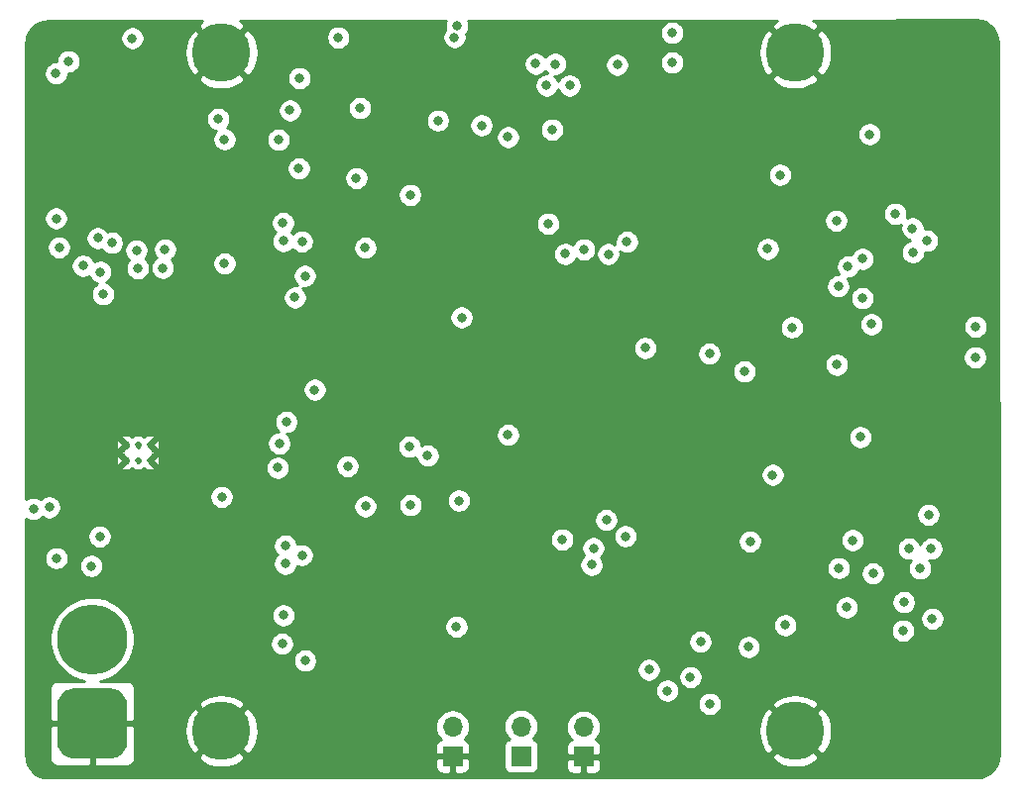
<source format=gbr>
G04 #@! TF.GenerationSoftware,KiCad,Pcbnew,(5.1.4)-1*
G04 #@! TF.CreationDate,2020-03-01T22:40:11-05:00*
G04 #@! TF.ProjectId,FPVRaceTimer,46505652-6163-4655-9469-6d65722e6b69,rev?*
G04 #@! TF.SameCoordinates,Original*
G04 #@! TF.FileFunction,Copper,L3,Inr*
G04 #@! TF.FilePolarity,Positive*
%FSLAX46Y46*%
G04 Gerber Fmt 4.6, Leading zero omitted, Abs format (unit mm)*
G04 Created by KiCad (PCBNEW (5.1.4)-1) date 2020-03-01 22:40:11*
%MOMM*%
%LPD*%
G04 APERTURE LIST*
%ADD10C,0.800000*%
%ADD11C,5.000000*%
%ADD12O,1.700000X1.700000*%
%ADD13R,1.700000X1.700000*%
%ADD14C,6.000000*%
%ADD15C,0.100000*%
%ADD16C,0.500000*%
%ADD17C,0.254000*%
G04 APERTURE END LIST*
D10*
X41325825Y-75674175D03*
X40000000Y-75125000D03*
X38674175Y-75674175D03*
X38125000Y-77000000D03*
X38674175Y-78325825D03*
X40000000Y-78875000D03*
X41325825Y-78325825D03*
X41875000Y-77000000D03*
D11*
X40000000Y-77000000D03*
D10*
X41325825Y-133674175D03*
X40000000Y-133125000D03*
X38674175Y-133674175D03*
X38125000Y-135000000D03*
X38674175Y-136325825D03*
X40000000Y-136875000D03*
X41325825Y-136325825D03*
X41875000Y-135000000D03*
D11*
X40000000Y-135000000D03*
X89000000Y-135000000D03*
D10*
X90875000Y-135000000D03*
X90325825Y-136325825D03*
X89000000Y-136875000D03*
X87674175Y-136325825D03*
X87125000Y-135000000D03*
X87674175Y-133674175D03*
X89000000Y-133125000D03*
X90325825Y-133674175D03*
D11*
X89000000Y-77000000D03*
D10*
X90875000Y-77000000D03*
X90325825Y-78325825D03*
X89000000Y-78875000D03*
X87674175Y-78325825D03*
X87125000Y-77000000D03*
X87674175Y-75674175D03*
X89000000Y-75125000D03*
X90325825Y-75674175D03*
D12*
X59740800Y-134645400D03*
D13*
X59740800Y-137185400D03*
X70916800Y-137210800D03*
D12*
X70916800Y-134670800D03*
D13*
X65582800Y-137160000D03*
D12*
X65582800Y-134620000D03*
D14*
X28956000Y-127166000D03*
D15*
G36*
X30603026Y-131373223D02*
G01*
X30748635Y-131394822D01*
X30891427Y-131430589D01*
X31030025Y-131480181D01*
X31163095Y-131543118D01*
X31289355Y-131618796D01*
X31407590Y-131706484D01*
X31516660Y-131805340D01*
X31615516Y-131914410D01*
X31703204Y-132032645D01*
X31778882Y-132158905D01*
X31841819Y-132291975D01*
X31891411Y-132430573D01*
X31927178Y-132573365D01*
X31948777Y-132718974D01*
X31956000Y-132866000D01*
X31956000Y-135866000D01*
X31948777Y-136013026D01*
X31927178Y-136158635D01*
X31891411Y-136301427D01*
X31841819Y-136440025D01*
X31778882Y-136573095D01*
X31703204Y-136699355D01*
X31615516Y-136817590D01*
X31516660Y-136926660D01*
X31407590Y-137025516D01*
X31289355Y-137113204D01*
X31163095Y-137188882D01*
X31030025Y-137251819D01*
X30891427Y-137301411D01*
X30748635Y-137337178D01*
X30603026Y-137358777D01*
X30456000Y-137366000D01*
X27456000Y-137366000D01*
X27308974Y-137358777D01*
X27163365Y-137337178D01*
X27020573Y-137301411D01*
X26881975Y-137251819D01*
X26748905Y-137188882D01*
X26622645Y-137113204D01*
X26504410Y-137025516D01*
X26395340Y-136926660D01*
X26296484Y-136817590D01*
X26208796Y-136699355D01*
X26133118Y-136573095D01*
X26070181Y-136440025D01*
X26020589Y-136301427D01*
X25984822Y-136158635D01*
X25963223Y-136013026D01*
X25956000Y-135866000D01*
X25956000Y-132866000D01*
X25963223Y-132718974D01*
X25984822Y-132573365D01*
X26020589Y-132430573D01*
X26070181Y-132291975D01*
X26133118Y-132158905D01*
X26208796Y-132032645D01*
X26296484Y-131914410D01*
X26395340Y-131805340D01*
X26504410Y-131706484D01*
X26622645Y-131618796D01*
X26748905Y-131543118D01*
X26881975Y-131480181D01*
X27020573Y-131430589D01*
X27163365Y-131394822D01*
X27308974Y-131373223D01*
X27456000Y-131366000D01*
X30456000Y-131366000D01*
X30603026Y-131373223D01*
X30603026Y-131373223D01*
G37*
D14*
X28956000Y-134366000D03*
D16*
X31867600Y-111851200D03*
X31867600Y-110551200D03*
X32867600Y-111851200D03*
X32867600Y-110551200D03*
X33867600Y-111851200D03*
X33867600Y-110551200D03*
D10*
X94030800Y-85369400D03*
X84886800Y-85369400D03*
X86207600Y-100279200D03*
X84810600Y-91770200D03*
X87350600Y-91897200D03*
X83032600Y-87706200D03*
X82575400Y-112776000D03*
X86639400Y-116890800D03*
X84429600Y-109855000D03*
X93268800Y-110718600D03*
X85857080Y-121452640D03*
X85003640Y-117022880D03*
X61940440Y-124465080D03*
X58536840Y-126547880D03*
X49494440Y-126649480D03*
X57825640Y-120197880D03*
X59502040Y-120197880D03*
X58638440Y-115625880D03*
X62473840Y-97866200D03*
X59776360Y-93771720D03*
X59796680Y-101244400D03*
X59029600Y-88798400D03*
X87909400Y-104597200D03*
X87528400Y-131368800D03*
X68580000Y-108026200D03*
X36664900Y-113450002D03*
X36347400Y-108508800D03*
X33863280Y-91279980D03*
X29814520Y-89646760D03*
X32405320Y-78343760D03*
X35072320Y-125034040D03*
X76268580Y-122400060D03*
X76334620Y-104602280D03*
X100342344Y-95712636D03*
X75610720Y-132831840D03*
X43746420Y-134670800D03*
X37340540Y-93477080D03*
X54909720Y-75623420D03*
X64935100Y-75506580D03*
X25843400Y-102938580D03*
X104937560Y-110182660D03*
X102298500Y-80962500D03*
X45745400Y-129936240D03*
X44966627Y-99966627D03*
X51043180Y-100461420D03*
X44958000Y-102362000D03*
X44704000Y-116840000D03*
X68453000Y-75311000D03*
X27178000Y-120777000D03*
X95465900Y-89090500D03*
X97586800Y-116446300D03*
X100279200Y-123240800D03*
X53596120Y-105357080D03*
X59491880Y-105999280D03*
X60020200Y-77993240D03*
X62128400Y-78064360D03*
X57561480Y-93649800D03*
X23688040Y-110446820D03*
X77343000Y-97345500D03*
X69850000Y-88341200D03*
X73431400Y-74993500D03*
X74625200Y-93167200D03*
X60060840Y-126090680D03*
X88156401Y-125965599D03*
X88715600Y-100501200D03*
X69098160Y-118628160D03*
X60507880Y-99649280D03*
X64465200Y-84226400D03*
X74498200Y-118364000D03*
X87706200Y-87452200D03*
X87071200Y-113106200D03*
X68224400Y-83591400D03*
X45440600Y-119164100D03*
X45440600Y-120700800D03*
X46863000Y-119976900D03*
X45250100Y-91554300D03*
X46863000Y-93141800D03*
X45275500Y-93116400D03*
X99669600Y-121119900D03*
X32730440Y-93913960D03*
X35166280Y-93821880D03*
X32847280Y-95432880D03*
X34980880Y-95412560D03*
X32374840Y-75773280D03*
X25852120Y-78780640D03*
X25867360Y-91170760D03*
X76494640Y-129760980D03*
X99014280Y-92031820D03*
X99057460Y-94066360D03*
X100230940Y-93080840D03*
X81696560Y-132687060D03*
X68498720Y-77970380D03*
X69347080Y-94213680D03*
X66827400Y-77952600D03*
X67767200Y-79806800D03*
X69723000Y-79806800D03*
X29595634Y-118379138D03*
X95351600Y-83985100D03*
X94551500Y-109867700D03*
X98704400Y-119418100D03*
X100622100Y-119418100D03*
X50764440Y-112359440D03*
X57612280Y-111455200D03*
X58479690Y-82807810D03*
X76191528Y-102246503D03*
X81661000Y-102743000D03*
X80899000Y-127381000D03*
X64465200Y-109677200D03*
X28168600Y-95216980D03*
X29649420Y-95742760D03*
X29865320Y-97652840D03*
X28879800Y-120904000D03*
X26131520Y-93654880D03*
X25284951Y-115874773D03*
X26934160Y-77734160D03*
X40253920Y-95026480D03*
X39710360Y-82671920D03*
X59885580Y-75686920D03*
X49974500Y-75707240D03*
X25900380Y-120230900D03*
X23931880Y-116037360D03*
X45173900Y-127546100D03*
X71602600Y-120802400D03*
X73795720Y-78033880D03*
X29437160Y-92850800D03*
X46266321Y-97935001D03*
X70954900Y-93835220D03*
X78486000Y-77851000D03*
X73025000Y-94234000D03*
X71755000Y-119380000D03*
X45275500Y-125107700D03*
X80039200Y-130406140D03*
X78074520Y-131564380D03*
X30624780Y-93261358D03*
X67900109Y-91631270D03*
X47121997Y-96096976D03*
X78486000Y-75311000D03*
X72861010Y-116967000D03*
X52283561Y-115803479D03*
X56052720Y-110688120D03*
X56134000Y-115697000D03*
X47950120Y-105831640D03*
X51821080Y-81737200D03*
X51511200Y-87726520D03*
X56108600Y-89174320D03*
X46659800Y-79181960D03*
X100380800Y-116509800D03*
X85140801Y-118795800D03*
X93405960Y-124439680D03*
X92725801Y-121077281D03*
X92678600Y-96983200D03*
X92506800Y-91363800D03*
X97548700Y-90779600D03*
X86652100Y-93776800D03*
X94729300Y-97993200D03*
X94740899Y-94639299D03*
X44932600Y-110423960D03*
X60274200Y-115316000D03*
X44805600Y-112496600D03*
X45526960Y-108569760D03*
X45834300Y-81940400D03*
X62204600Y-83223100D03*
X44869100Y-84442300D03*
X46593760Y-86898480D03*
X98209100Y-126415800D03*
X85026500Y-127825500D03*
X98272600Y-123990100D03*
X93898720Y-118699280D03*
X95631000Y-121539000D03*
X100703382Y-125402340D03*
X104368600Y-103060500D03*
X84645500Y-104267000D03*
X104394000Y-100431600D03*
X93510100Y-95288100D03*
X95504000Y-100215700D03*
X92544900Y-103682800D03*
X60116720Y-74686160D03*
X52270660Y-93687900D03*
X40010080Y-114995960D03*
X47134780Y-128991360D03*
X40243760Y-84414360D03*
D17*
G36*
X104868494Y-74277252D02*
G01*
X105215240Y-74395324D01*
X105532442Y-74578495D01*
X105808031Y-74819793D01*
X106031499Y-75110022D01*
X106194340Y-75438128D01*
X106291573Y-75796114D01*
X106319805Y-76132492D01*
X106388262Y-136999311D01*
X106357609Y-137414225D01*
X106260181Y-137767329D01*
X106096028Y-138094776D01*
X105871393Y-138384112D01*
X105594842Y-138624299D01*
X105276907Y-138806197D01*
X104929691Y-138922878D01*
X104539351Y-138973400D01*
X104503109Y-138973961D01*
X25229023Y-138989195D01*
X24832255Y-138950291D01*
X24481594Y-138844420D01*
X24158177Y-138672457D01*
X23874318Y-138440948D01*
X23640835Y-138158714D01*
X23466616Y-137836504D01*
X23358298Y-137486585D01*
X23345624Y-137366000D01*
X25317928Y-137366000D01*
X25330188Y-137490482D01*
X25366498Y-137610180D01*
X25425463Y-137720494D01*
X25504815Y-137817185D01*
X25601506Y-137896537D01*
X25711820Y-137955502D01*
X25831518Y-137991812D01*
X25956000Y-138004072D01*
X28670250Y-138001000D01*
X28829000Y-137842250D01*
X28829000Y-134493000D01*
X29083000Y-134493000D01*
X29083000Y-137842250D01*
X29241750Y-138001000D01*
X31956000Y-138004072D01*
X32080482Y-137991812D01*
X32200180Y-137955502D01*
X32310494Y-137896537D01*
X32407185Y-137817185D01*
X32486537Y-137720494D01*
X32545502Y-137610180D01*
X32581812Y-137490482D01*
X32594072Y-137366000D01*
X32593888Y-137203148D01*
X37976457Y-137203148D01*
X38252627Y-137621118D01*
X38797557Y-137911649D01*
X39388696Y-138090287D01*
X40003328Y-138150168D01*
X40617831Y-138088990D01*
X40793824Y-138035400D01*
X58252728Y-138035400D01*
X58264988Y-138159882D01*
X58301298Y-138279580D01*
X58360263Y-138389894D01*
X58439615Y-138486585D01*
X58536306Y-138565937D01*
X58646620Y-138624902D01*
X58766318Y-138661212D01*
X58890800Y-138673472D01*
X59455050Y-138670400D01*
X59613800Y-138511650D01*
X59613800Y-137312400D01*
X59867800Y-137312400D01*
X59867800Y-138511650D01*
X60026550Y-138670400D01*
X60590800Y-138673472D01*
X60715282Y-138661212D01*
X60834980Y-138624902D01*
X60945294Y-138565937D01*
X61041985Y-138486585D01*
X61121337Y-138389894D01*
X61180302Y-138279580D01*
X61216612Y-138159882D01*
X61228872Y-138035400D01*
X61225800Y-137471150D01*
X61067050Y-137312400D01*
X59867800Y-137312400D01*
X59613800Y-137312400D01*
X58414550Y-137312400D01*
X58255800Y-137471150D01*
X58252728Y-138035400D01*
X40793824Y-138035400D01*
X41208592Y-137909103D01*
X41747373Y-137621118D01*
X42023543Y-137203148D01*
X40000000Y-135179605D01*
X37976457Y-137203148D01*
X32593888Y-137203148D01*
X32591398Y-135003328D01*
X36849832Y-135003328D01*
X36911010Y-135617831D01*
X37090897Y-136208592D01*
X37378882Y-136747373D01*
X37796852Y-137023543D01*
X39820395Y-135000000D01*
X40179605Y-135000000D01*
X42203148Y-137023543D01*
X42621118Y-136747373D01*
X42911649Y-136202443D01*
X43090287Y-135611304D01*
X43150168Y-134996672D01*
X43115197Y-134645400D01*
X58248615Y-134645400D01*
X58277287Y-134936511D01*
X58362201Y-135216434D01*
X58500094Y-135474414D01*
X58685666Y-135700534D01*
X58715487Y-135725007D01*
X58646620Y-135745898D01*
X58536306Y-135804863D01*
X58439615Y-135884215D01*
X58360263Y-135980906D01*
X58301298Y-136091220D01*
X58264988Y-136210918D01*
X58252728Y-136335400D01*
X58255800Y-136899650D01*
X58414550Y-137058400D01*
X59613800Y-137058400D01*
X59613800Y-137038400D01*
X59867800Y-137038400D01*
X59867800Y-137058400D01*
X61067050Y-137058400D01*
X61225800Y-136899650D01*
X61228872Y-136335400D01*
X61216612Y-136210918D01*
X61180302Y-136091220D01*
X61121337Y-135980906D01*
X61041985Y-135884215D01*
X60945294Y-135804863D01*
X60834980Y-135745898D01*
X60766113Y-135725007D01*
X60795934Y-135700534D01*
X60981506Y-135474414D01*
X61119399Y-135216434D01*
X61204313Y-134936511D01*
X61232985Y-134645400D01*
X61230484Y-134620000D01*
X64090615Y-134620000D01*
X64119287Y-134911111D01*
X64204201Y-135191034D01*
X64342094Y-135449014D01*
X64527666Y-135675134D01*
X64557487Y-135699607D01*
X64488620Y-135720498D01*
X64378306Y-135779463D01*
X64281615Y-135858815D01*
X64202263Y-135955506D01*
X64143298Y-136065820D01*
X64106988Y-136185518D01*
X64094728Y-136310000D01*
X64094728Y-138010000D01*
X64106988Y-138134482D01*
X64143298Y-138254180D01*
X64202263Y-138364494D01*
X64281615Y-138461185D01*
X64378306Y-138540537D01*
X64488620Y-138599502D01*
X64608318Y-138635812D01*
X64732800Y-138648072D01*
X66432800Y-138648072D01*
X66557282Y-138635812D01*
X66676980Y-138599502D01*
X66787294Y-138540537D01*
X66883985Y-138461185D01*
X66963337Y-138364494D01*
X67022302Y-138254180D01*
X67058612Y-138134482D01*
X67065868Y-138060800D01*
X69428728Y-138060800D01*
X69440988Y-138185282D01*
X69477298Y-138304980D01*
X69536263Y-138415294D01*
X69615615Y-138511985D01*
X69712306Y-138591337D01*
X69822620Y-138650302D01*
X69942318Y-138686612D01*
X70066800Y-138698872D01*
X70631050Y-138695800D01*
X70789800Y-138537050D01*
X70789800Y-137337800D01*
X71043800Y-137337800D01*
X71043800Y-138537050D01*
X71202550Y-138695800D01*
X71766800Y-138698872D01*
X71891282Y-138686612D01*
X72010980Y-138650302D01*
X72121294Y-138591337D01*
X72217985Y-138511985D01*
X72297337Y-138415294D01*
X72356302Y-138304980D01*
X72392612Y-138185282D01*
X72404872Y-138060800D01*
X72401800Y-137496550D01*
X72243050Y-137337800D01*
X71043800Y-137337800D01*
X70789800Y-137337800D01*
X69590550Y-137337800D01*
X69431800Y-137496550D01*
X69428728Y-138060800D01*
X67065868Y-138060800D01*
X67070872Y-138010000D01*
X67070872Y-137203148D01*
X86976457Y-137203148D01*
X87252627Y-137621118D01*
X87797557Y-137911649D01*
X88388696Y-138090287D01*
X89003328Y-138150168D01*
X89617831Y-138088990D01*
X90208592Y-137909103D01*
X90747373Y-137621118D01*
X91023543Y-137203148D01*
X89000000Y-135179605D01*
X86976457Y-137203148D01*
X67070872Y-137203148D01*
X67070872Y-136310000D01*
X67058612Y-136185518D01*
X67022302Y-136065820D01*
X66963337Y-135955506D01*
X66883985Y-135858815D01*
X66787294Y-135779463D01*
X66676980Y-135720498D01*
X66608113Y-135699607D01*
X66637934Y-135675134D01*
X66823506Y-135449014D01*
X66961399Y-135191034D01*
X67046313Y-134911111D01*
X67069981Y-134670800D01*
X69424615Y-134670800D01*
X69453287Y-134961911D01*
X69538201Y-135241834D01*
X69676094Y-135499814D01*
X69861666Y-135725934D01*
X69891487Y-135750407D01*
X69822620Y-135771298D01*
X69712306Y-135830263D01*
X69615615Y-135909615D01*
X69536263Y-136006306D01*
X69477298Y-136116620D01*
X69440988Y-136236318D01*
X69428728Y-136360800D01*
X69431800Y-136925050D01*
X69590550Y-137083800D01*
X70789800Y-137083800D01*
X70789800Y-137063800D01*
X71043800Y-137063800D01*
X71043800Y-137083800D01*
X72243050Y-137083800D01*
X72401800Y-136925050D01*
X72404872Y-136360800D01*
X72392612Y-136236318D01*
X72356302Y-136116620D01*
X72297337Y-136006306D01*
X72217985Y-135909615D01*
X72121294Y-135830263D01*
X72010980Y-135771298D01*
X71942113Y-135750407D01*
X71971934Y-135725934D01*
X72157506Y-135499814D01*
X72295399Y-135241834D01*
X72367749Y-135003328D01*
X85849832Y-135003328D01*
X85911010Y-135617831D01*
X86090897Y-136208592D01*
X86378882Y-136747373D01*
X86796852Y-137023543D01*
X88820395Y-135000000D01*
X89179605Y-135000000D01*
X91203148Y-137023543D01*
X91621118Y-136747373D01*
X91911649Y-136202443D01*
X92090287Y-135611304D01*
X92150168Y-134996672D01*
X92088990Y-134382169D01*
X91909103Y-133791408D01*
X91621118Y-133252627D01*
X91203148Y-132976457D01*
X89179605Y-135000000D01*
X88820395Y-135000000D01*
X86796852Y-132976457D01*
X86378882Y-133252627D01*
X86088351Y-133797557D01*
X85909713Y-134388696D01*
X85849832Y-135003328D01*
X72367749Y-135003328D01*
X72380313Y-134961911D01*
X72408985Y-134670800D01*
X72380313Y-134379689D01*
X72295399Y-134099766D01*
X72157506Y-133841786D01*
X71971934Y-133615666D01*
X71745814Y-133430094D01*
X71487834Y-133292201D01*
X71207911Y-133207287D01*
X70989750Y-133185800D01*
X70843850Y-133185800D01*
X70625689Y-133207287D01*
X70345766Y-133292201D01*
X70087786Y-133430094D01*
X69861666Y-133615666D01*
X69676094Y-133841786D01*
X69538201Y-134099766D01*
X69453287Y-134379689D01*
X69424615Y-134670800D01*
X67069981Y-134670800D01*
X67074985Y-134620000D01*
X67046313Y-134328889D01*
X66961399Y-134048966D01*
X66823506Y-133790986D01*
X66637934Y-133564866D01*
X66411814Y-133379294D01*
X66153834Y-133241401D01*
X65873911Y-133156487D01*
X65655750Y-133135000D01*
X65509850Y-133135000D01*
X65291689Y-133156487D01*
X65011766Y-133241401D01*
X64753786Y-133379294D01*
X64527666Y-133564866D01*
X64342094Y-133790986D01*
X64204201Y-134048966D01*
X64119287Y-134328889D01*
X64090615Y-134620000D01*
X61230484Y-134620000D01*
X61204313Y-134354289D01*
X61119399Y-134074366D01*
X60981506Y-133816386D01*
X60795934Y-133590266D01*
X60569814Y-133404694D01*
X60311834Y-133266801D01*
X60031911Y-133181887D01*
X59813750Y-133160400D01*
X59667850Y-133160400D01*
X59449689Y-133181887D01*
X59169766Y-133266801D01*
X58911786Y-133404694D01*
X58685666Y-133590266D01*
X58500094Y-133816386D01*
X58362201Y-134074366D01*
X58277287Y-134354289D01*
X58248615Y-134645400D01*
X43115197Y-134645400D01*
X43088990Y-134382169D01*
X42909103Y-133791408D01*
X42621118Y-133252627D01*
X42203148Y-132976457D01*
X40179605Y-135000000D01*
X39820395Y-135000000D01*
X37796852Y-132976457D01*
X37378882Y-133252627D01*
X37088351Y-133797557D01*
X36909713Y-134388696D01*
X36849832Y-135003328D01*
X32591398Y-135003328D01*
X32591000Y-134651750D01*
X32432250Y-134493000D01*
X29083000Y-134493000D01*
X28829000Y-134493000D01*
X25479750Y-134493000D01*
X25321000Y-134651750D01*
X25317928Y-137366000D01*
X23345624Y-137366000D01*
X23316792Y-137091684D01*
X23314405Y-131366000D01*
X25317928Y-131366000D01*
X25321000Y-134080250D01*
X25479750Y-134239000D01*
X28829000Y-134239000D01*
X28829000Y-134219000D01*
X29083000Y-134219000D01*
X29083000Y-134239000D01*
X32432250Y-134239000D01*
X32591000Y-134080250D01*
X32592452Y-132796852D01*
X37976457Y-132796852D01*
X40000000Y-134820395D01*
X42023543Y-132796852D01*
X41747373Y-132378882D01*
X41202443Y-132088351D01*
X40611304Y-131909713D01*
X39996672Y-131849832D01*
X39382169Y-131911010D01*
X38791408Y-132090897D01*
X38252627Y-132378882D01*
X37976457Y-132796852D01*
X32592452Y-132796852D01*
X32593962Y-131462441D01*
X77039520Y-131462441D01*
X77039520Y-131666319D01*
X77079294Y-131866278D01*
X77157315Y-132054636D01*
X77270583Y-132224154D01*
X77414746Y-132368317D01*
X77584264Y-132481585D01*
X77772622Y-132559606D01*
X77972581Y-132599380D01*
X78176459Y-132599380D01*
X78248144Y-132585121D01*
X80661560Y-132585121D01*
X80661560Y-132788999D01*
X80701334Y-132988958D01*
X80779355Y-133177316D01*
X80892623Y-133346834D01*
X81036786Y-133490997D01*
X81206304Y-133604265D01*
X81394662Y-133682286D01*
X81594621Y-133722060D01*
X81798499Y-133722060D01*
X81998458Y-133682286D01*
X82186816Y-133604265D01*
X82356334Y-133490997D01*
X82500497Y-133346834D01*
X82613765Y-133177316D01*
X82691786Y-132988958D01*
X82729997Y-132796852D01*
X86976457Y-132796852D01*
X89000000Y-134820395D01*
X91023543Y-132796852D01*
X90747373Y-132378882D01*
X90202443Y-132088351D01*
X89611304Y-131909713D01*
X88996672Y-131849832D01*
X88382169Y-131911010D01*
X87791408Y-132090897D01*
X87252627Y-132378882D01*
X86976457Y-132796852D01*
X82729997Y-132796852D01*
X82731560Y-132788999D01*
X82731560Y-132585121D01*
X82691786Y-132385162D01*
X82613765Y-132196804D01*
X82500497Y-132027286D01*
X82356334Y-131883123D01*
X82186816Y-131769855D01*
X81998458Y-131691834D01*
X81798499Y-131652060D01*
X81594621Y-131652060D01*
X81394662Y-131691834D01*
X81206304Y-131769855D01*
X81036786Y-131883123D01*
X80892623Y-132027286D01*
X80779355Y-132196804D01*
X80701334Y-132385162D01*
X80661560Y-132585121D01*
X78248144Y-132585121D01*
X78376418Y-132559606D01*
X78564776Y-132481585D01*
X78734294Y-132368317D01*
X78878457Y-132224154D01*
X78991725Y-132054636D01*
X79069746Y-131866278D01*
X79109520Y-131666319D01*
X79109520Y-131462441D01*
X79069746Y-131262482D01*
X78991725Y-131074124D01*
X78878457Y-130904606D01*
X78734294Y-130760443D01*
X78564776Y-130647175D01*
X78376418Y-130569154D01*
X78176459Y-130529380D01*
X77972581Y-130529380D01*
X77772622Y-130569154D01*
X77584264Y-130647175D01*
X77414746Y-130760443D01*
X77270583Y-130904606D01*
X77157315Y-131074124D01*
X77079294Y-131262482D01*
X77039520Y-131462441D01*
X32593962Y-131462441D01*
X32594072Y-131366000D01*
X32581812Y-131241518D01*
X32545502Y-131121820D01*
X32486537Y-131011506D01*
X32407185Y-130914815D01*
X32310494Y-130835463D01*
X32200180Y-130776498D01*
X32080482Y-130740188D01*
X31956000Y-130727928D01*
X29668357Y-130730517D01*
X30016290Y-130661309D01*
X30677818Y-130387295D01*
X31273177Y-129989489D01*
X31779489Y-129483177D01*
X32176223Y-128889421D01*
X46099780Y-128889421D01*
X46099780Y-129093299D01*
X46139554Y-129293258D01*
X46217575Y-129481616D01*
X46330843Y-129651134D01*
X46475006Y-129795297D01*
X46644524Y-129908565D01*
X46832882Y-129986586D01*
X47032841Y-130026360D01*
X47236719Y-130026360D01*
X47436678Y-129986586D01*
X47625036Y-129908565D01*
X47794554Y-129795297D01*
X47930810Y-129659041D01*
X75459640Y-129659041D01*
X75459640Y-129862919D01*
X75499414Y-130062878D01*
X75577435Y-130251236D01*
X75690703Y-130420754D01*
X75834866Y-130564917D01*
X76004384Y-130678185D01*
X76192742Y-130756206D01*
X76392701Y-130795980D01*
X76596579Y-130795980D01*
X76796538Y-130756206D01*
X76984896Y-130678185D01*
X77154414Y-130564917D01*
X77298577Y-130420754D01*
X77376455Y-130304201D01*
X79004200Y-130304201D01*
X79004200Y-130508079D01*
X79043974Y-130708038D01*
X79121995Y-130896396D01*
X79235263Y-131065914D01*
X79379426Y-131210077D01*
X79548944Y-131323345D01*
X79737302Y-131401366D01*
X79937261Y-131441140D01*
X80141139Y-131441140D01*
X80341098Y-131401366D01*
X80529456Y-131323345D01*
X80698974Y-131210077D01*
X80843137Y-131065914D01*
X80956405Y-130896396D01*
X81034426Y-130708038D01*
X81074200Y-130508079D01*
X81074200Y-130304201D01*
X81034426Y-130104242D01*
X80956405Y-129915884D01*
X80843137Y-129746366D01*
X80698974Y-129602203D01*
X80529456Y-129488935D01*
X80341098Y-129410914D01*
X80141139Y-129371140D01*
X79937261Y-129371140D01*
X79737302Y-129410914D01*
X79548944Y-129488935D01*
X79379426Y-129602203D01*
X79235263Y-129746366D01*
X79121995Y-129915884D01*
X79043974Y-130104242D01*
X79004200Y-130304201D01*
X77376455Y-130304201D01*
X77411845Y-130251236D01*
X77489866Y-130062878D01*
X77529640Y-129862919D01*
X77529640Y-129659041D01*
X77489866Y-129459082D01*
X77411845Y-129270724D01*
X77298577Y-129101206D01*
X77154414Y-128957043D01*
X76984896Y-128843775D01*
X76796538Y-128765754D01*
X76596579Y-128725980D01*
X76392701Y-128725980D01*
X76192742Y-128765754D01*
X76004384Y-128843775D01*
X75834866Y-128957043D01*
X75690703Y-129101206D01*
X75577435Y-129270724D01*
X75499414Y-129459082D01*
X75459640Y-129659041D01*
X47930810Y-129659041D01*
X47938717Y-129651134D01*
X48051985Y-129481616D01*
X48130006Y-129293258D01*
X48169780Y-129093299D01*
X48169780Y-128889421D01*
X48130006Y-128689462D01*
X48051985Y-128501104D01*
X47938717Y-128331586D01*
X47794554Y-128187423D01*
X47625036Y-128074155D01*
X47436678Y-127996134D01*
X47236719Y-127956360D01*
X47032841Y-127956360D01*
X46832882Y-127996134D01*
X46644524Y-128074155D01*
X46475006Y-128187423D01*
X46330843Y-128331586D01*
X46217575Y-128501104D01*
X46139554Y-128689462D01*
X46099780Y-128889421D01*
X32176223Y-128889421D01*
X32177295Y-128887818D01*
X32451309Y-128226290D01*
X32591000Y-127524016D01*
X32591000Y-127444161D01*
X44138900Y-127444161D01*
X44138900Y-127648039D01*
X44178674Y-127847998D01*
X44256695Y-128036356D01*
X44369963Y-128205874D01*
X44514126Y-128350037D01*
X44683644Y-128463305D01*
X44872002Y-128541326D01*
X45071961Y-128581100D01*
X45275839Y-128581100D01*
X45475798Y-128541326D01*
X45664156Y-128463305D01*
X45833674Y-128350037D01*
X45977837Y-128205874D01*
X46091105Y-128036356D01*
X46169126Y-127847998D01*
X46208900Y-127648039D01*
X46208900Y-127444161D01*
X46176060Y-127279061D01*
X79864000Y-127279061D01*
X79864000Y-127482939D01*
X79903774Y-127682898D01*
X79981795Y-127871256D01*
X80095063Y-128040774D01*
X80239226Y-128184937D01*
X80408744Y-128298205D01*
X80597102Y-128376226D01*
X80797061Y-128416000D01*
X81000939Y-128416000D01*
X81200898Y-128376226D01*
X81389256Y-128298205D01*
X81558774Y-128184937D01*
X81702937Y-128040774D01*
X81816205Y-127871256D01*
X81877382Y-127723561D01*
X83991500Y-127723561D01*
X83991500Y-127927439D01*
X84031274Y-128127398D01*
X84109295Y-128315756D01*
X84222563Y-128485274D01*
X84366726Y-128629437D01*
X84536244Y-128742705D01*
X84724602Y-128820726D01*
X84924561Y-128860500D01*
X85128439Y-128860500D01*
X85328398Y-128820726D01*
X85516756Y-128742705D01*
X85686274Y-128629437D01*
X85830437Y-128485274D01*
X85943705Y-128315756D01*
X86021726Y-128127398D01*
X86061500Y-127927439D01*
X86061500Y-127723561D01*
X86021726Y-127523602D01*
X85943705Y-127335244D01*
X85830437Y-127165726D01*
X85686274Y-127021563D01*
X85516756Y-126908295D01*
X85328398Y-126830274D01*
X85128439Y-126790500D01*
X84924561Y-126790500D01*
X84724602Y-126830274D01*
X84536244Y-126908295D01*
X84366726Y-127021563D01*
X84222563Y-127165726D01*
X84109295Y-127335244D01*
X84031274Y-127523602D01*
X83991500Y-127723561D01*
X81877382Y-127723561D01*
X81894226Y-127682898D01*
X81934000Y-127482939D01*
X81934000Y-127279061D01*
X81894226Y-127079102D01*
X81816205Y-126890744D01*
X81702937Y-126721226D01*
X81558774Y-126577063D01*
X81389256Y-126463795D01*
X81200898Y-126385774D01*
X81000939Y-126346000D01*
X80797061Y-126346000D01*
X80597102Y-126385774D01*
X80408744Y-126463795D01*
X80239226Y-126577063D01*
X80095063Y-126721226D01*
X79981795Y-126890744D01*
X79903774Y-127079102D01*
X79864000Y-127279061D01*
X46176060Y-127279061D01*
X46169126Y-127244202D01*
X46091105Y-127055844D01*
X45977837Y-126886326D01*
X45833674Y-126742163D01*
X45664156Y-126628895D01*
X45475798Y-126550874D01*
X45275839Y-126511100D01*
X45071961Y-126511100D01*
X44872002Y-126550874D01*
X44683644Y-126628895D01*
X44514126Y-126742163D01*
X44369963Y-126886326D01*
X44256695Y-127055844D01*
X44178674Y-127244202D01*
X44138900Y-127444161D01*
X32591000Y-127444161D01*
X32591000Y-126807984D01*
X32451309Y-126105710D01*
X32177295Y-125444182D01*
X31884352Y-125005761D01*
X44240500Y-125005761D01*
X44240500Y-125209639D01*
X44280274Y-125409598D01*
X44358295Y-125597956D01*
X44471563Y-125767474D01*
X44615726Y-125911637D01*
X44785244Y-126024905D01*
X44973602Y-126102926D01*
X45173561Y-126142700D01*
X45377439Y-126142700D01*
X45577398Y-126102926D01*
X45765756Y-126024905D01*
X45819879Y-125988741D01*
X59025840Y-125988741D01*
X59025840Y-126192619D01*
X59065614Y-126392578D01*
X59143635Y-126580936D01*
X59256903Y-126750454D01*
X59401066Y-126894617D01*
X59570584Y-127007885D01*
X59758942Y-127085906D01*
X59958901Y-127125680D01*
X60162779Y-127125680D01*
X60362738Y-127085906D01*
X60551096Y-127007885D01*
X60720614Y-126894617D01*
X60864777Y-126750454D01*
X60978045Y-126580936D01*
X61056066Y-126392578D01*
X61095840Y-126192619D01*
X61095840Y-125988741D01*
X61070961Y-125863660D01*
X87121401Y-125863660D01*
X87121401Y-126067538D01*
X87161175Y-126267497D01*
X87239196Y-126455855D01*
X87352464Y-126625373D01*
X87496627Y-126769536D01*
X87666145Y-126882804D01*
X87854503Y-126960825D01*
X88054462Y-127000599D01*
X88258340Y-127000599D01*
X88458299Y-126960825D01*
X88646657Y-126882804D01*
X88816175Y-126769536D01*
X88960338Y-126625373D01*
X89073606Y-126455855D01*
X89132422Y-126313861D01*
X97174100Y-126313861D01*
X97174100Y-126517739D01*
X97213874Y-126717698D01*
X97291895Y-126906056D01*
X97405163Y-127075574D01*
X97549326Y-127219737D01*
X97718844Y-127333005D01*
X97907202Y-127411026D01*
X98107161Y-127450800D01*
X98311039Y-127450800D01*
X98510998Y-127411026D01*
X98699356Y-127333005D01*
X98868874Y-127219737D01*
X99013037Y-127075574D01*
X99126305Y-126906056D01*
X99204326Y-126717698D01*
X99244100Y-126517739D01*
X99244100Y-126313861D01*
X99204326Y-126113902D01*
X99126305Y-125925544D01*
X99013037Y-125756026D01*
X98868874Y-125611863D01*
X98699356Y-125498595D01*
X98510998Y-125420574D01*
X98311039Y-125380800D01*
X98107161Y-125380800D01*
X97907202Y-125420574D01*
X97718844Y-125498595D01*
X97549326Y-125611863D01*
X97405163Y-125756026D01*
X97291895Y-125925544D01*
X97213874Y-126113902D01*
X97174100Y-126313861D01*
X89132422Y-126313861D01*
X89151627Y-126267497D01*
X89191401Y-126067538D01*
X89191401Y-125863660D01*
X89151627Y-125663701D01*
X89073606Y-125475343D01*
X88960338Y-125305825D01*
X88816175Y-125161662D01*
X88646657Y-125048394D01*
X88458299Y-124970373D01*
X88258340Y-124930599D01*
X88054462Y-124930599D01*
X87854503Y-124970373D01*
X87666145Y-125048394D01*
X87496627Y-125161662D01*
X87352464Y-125305825D01*
X87239196Y-125475343D01*
X87161175Y-125663701D01*
X87121401Y-125863660D01*
X61070961Y-125863660D01*
X61056066Y-125788782D01*
X60978045Y-125600424D01*
X60864777Y-125430906D01*
X60720614Y-125286743D01*
X60551096Y-125173475D01*
X60362738Y-125095454D01*
X60162779Y-125055680D01*
X59958901Y-125055680D01*
X59758942Y-125095454D01*
X59570584Y-125173475D01*
X59401066Y-125286743D01*
X59256903Y-125430906D01*
X59143635Y-125600424D01*
X59065614Y-125788782D01*
X59025840Y-125988741D01*
X45819879Y-125988741D01*
X45935274Y-125911637D01*
X46079437Y-125767474D01*
X46192705Y-125597956D01*
X46270726Y-125409598D01*
X46310500Y-125209639D01*
X46310500Y-125005761D01*
X46270726Y-124805802D01*
X46192705Y-124617444D01*
X46079437Y-124447926D01*
X45969252Y-124337741D01*
X92370960Y-124337741D01*
X92370960Y-124541619D01*
X92410734Y-124741578D01*
X92488755Y-124929936D01*
X92602023Y-125099454D01*
X92746186Y-125243617D01*
X92915704Y-125356885D01*
X93104062Y-125434906D01*
X93304021Y-125474680D01*
X93507899Y-125474680D01*
X93707858Y-125434906D01*
X93896216Y-125356885D01*
X93980750Y-125300401D01*
X99668382Y-125300401D01*
X99668382Y-125504279D01*
X99708156Y-125704238D01*
X99786177Y-125892596D01*
X99899445Y-126062114D01*
X100043608Y-126206277D01*
X100213126Y-126319545D01*
X100401484Y-126397566D01*
X100601443Y-126437340D01*
X100805321Y-126437340D01*
X101005280Y-126397566D01*
X101193638Y-126319545D01*
X101363156Y-126206277D01*
X101507319Y-126062114D01*
X101620587Y-125892596D01*
X101698608Y-125704238D01*
X101738382Y-125504279D01*
X101738382Y-125300401D01*
X101698608Y-125100442D01*
X101620587Y-124912084D01*
X101507319Y-124742566D01*
X101363156Y-124598403D01*
X101193638Y-124485135D01*
X101005280Y-124407114D01*
X100805321Y-124367340D01*
X100601443Y-124367340D01*
X100401484Y-124407114D01*
X100213126Y-124485135D01*
X100043608Y-124598403D01*
X99899445Y-124742566D01*
X99786177Y-124912084D01*
X99708156Y-125100442D01*
X99668382Y-125300401D01*
X93980750Y-125300401D01*
X94065734Y-125243617D01*
X94209897Y-125099454D01*
X94323165Y-124929936D01*
X94401186Y-124741578D01*
X94440960Y-124541619D01*
X94440960Y-124337741D01*
X94401186Y-124137782D01*
X94323165Y-123949424D01*
X94282231Y-123888161D01*
X97237600Y-123888161D01*
X97237600Y-124092039D01*
X97277374Y-124291998D01*
X97355395Y-124480356D01*
X97468663Y-124649874D01*
X97612826Y-124794037D01*
X97782344Y-124907305D01*
X97970702Y-124985326D01*
X98170661Y-125025100D01*
X98374539Y-125025100D01*
X98574498Y-124985326D01*
X98762856Y-124907305D01*
X98932374Y-124794037D01*
X99076537Y-124649874D01*
X99189805Y-124480356D01*
X99267826Y-124291998D01*
X99307600Y-124092039D01*
X99307600Y-123888161D01*
X99267826Y-123688202D01*
X99189805Y-123499844D01*
X99076537Y-123330326D01*
X98932374Y-123186163D01*
X98762856Y-123072895D01*
X98574498Y-122994874D01*
X98374539Y-122955100D01*
X98170661Y-122955100D01*
X97970702Y-122994874D01*
X97782344Y-123072895D01*
X97612826Y-123186163D01*
X97468663Y-123330326D01*
X97355395Y-123499844D01*
X97277374Y-123688202D01*
X97237600Y-123888161D01*
X94282231Y-123888161D01*
X94209897Y-123779906D01*
X94065734Y-123635743D01*
X93896216Y-123522475D01*
X93707858Y-123444454D01*
X93507899Y-123404680D01*
X93304021Y-123404680D01*
X93104062Y-123444454D01*
X92915704Y-123522475D01*
X92746186Y-123635743D01*
X92602023Y-123779906D01*
X92488755Y-123949424D01*
X92410734Y-124137782D01*
X92370960Y-124337741D01*
X45969252Y-124337741D01*
X45935274Y-124303763D01*
X45765756Y-124190495D01*
X45577398Y-124112474D01*
X45377439Y-124072700D01*
X45173561Y-124072700D01*
X44973602Y-124112474D01*
X44785244Y-124190495D01*
X44615726Y-124303763D01*
X44471563Y-124447926D01*
X44358295Y-124617444D01*
X44280274Y-124805802D01*
X44240500Y-125005761D01*
X31884352Y-125005761D01*
X31779489Y-124848823D01*
X31273177Y-124342511D01*
X30677818Y-123944705D01*
X30016290Y-123670691D01*
X29314016Y-123531000D01*
X28597984Y-123531000D01*
X27895710Y-123670691D01*
X27234182Y-123944705D01*
X26638823Y-124342511D01*
X26132511Y-124848823D01*
X25734705Y-125444182D01*
X25460691Y-126105710D01*
X25321000Y-126807984D01*
X25321000Y-127524016D01*
X25460691Y-128226290D01*
X25734705Y-128887818D01*
X26132511Y-129483177D01*
X26638823Y-129989489D01*
X27234182Y-130387295D01*
X27895710Y-130661309D01*
X28243643Y-130730517D01*
X25956000Y-130727928D01*
X25831518Y-130740188D01*
X25711820Y-130776498D01*
X25601506Y-130835463D01*
X25504815Y-130914815D01*
X25425463Y-131011506D01*
X25366498Y-131121820D01*
X25330188Y-131241518D01*
X25317928Y-131366000D01*
X23314405Y-131366000D01*
X23309719Y-120128961D01*
X24865380Y-120128961D01*
X24865380Y-120332839D01*
X24905154Y-120532798D01*
X24983175Y-120721156D01*
X25096443Y-120890674D01*
X25240606Y-121034837D01*
X25410124Y-121148105D01*
X25598482Y-121226126D01*
X25798441Y-121265900D01*
X26002319Y-121265900D01*
X26202278Y-121226126D01*
X26390636Y-121148105D01*
X26560154Y-121034837D01*
X26704317Y-120890674D01*
X26763526Y-120802061D01*
X27844800Y-120802061D01*
X27844800Y-121005939D01*
X27884574Y-121205898D01*
X27962595Y-121394256D01*
X28075863Y-121563774D01*
X28220026Y-121707937D01*
X28389544Y-121821205D01*
X28577902Y-121899226D01*
X28777861Y-121939000D01*
X28981739Y-121939000D01*
X29181698Y-121899226D01*
X29370056Y-121821205D01*
X29539574Y-121707937D01*
X29683737Y-121563774D01*
X29797005Y-121394256D01*
X29875026Y-121205898D01*
X29914800Y-121005939D01*
X29914800Y-120802061D01*
X29875026Y-120602102D01*
X29797005Y-120413744D01*
X29683737Y-120244226D01*
X29539574Y-120100063D01*
X29370056Y-119986795D01*
X29181698Y-119908774D01*
X28981739Y-119869000D01*
X28777861Y-119869000D01*
X28577902Y-119908774D01*
X28389544Y-119986795D01*
X28220026Y-120100063D01*
X28075863Y-120244226D01*
X27962595Y-120413744D01*
X27884574Y-120602102D01*
X27844800Y-120802061D01*
X26763526Y-120802061D01*
X26817585Y-120721156D01*
X26895606Y-120532798D01*
X26935380Y-120332839D01*
X26935380Y-120128961D01*
X26895606Y-119929002D01*
X26817585Y-119740644D01*
X26704317Y-119571126D01*
X26560154Y-119426963D01*
X26390636Y-119313695D01*
X26202278Y-119235674D01*
X26002319Y-119195900D01*
X25798441Y-119195900D01*
X25598482Y-119235674D01*
X25410124Y-119313695D01*
X25240606Y-119426963D01*
X25096443Y-119571126D01*
X24983175Y-119740644D01*
X24905154Y-119929002D01*
X24865380Y-120128961D01*
X23309719Y-120128961D01*
X23308947Y-118277199D01*
X28560634Y-118277199D01*
X28560634Y-118481077D01*
X28600408Y-118681036D01*
X28678429Y-118869394D01*
X28791697Y-119038912D01*
X28935860Y-119183075D01*
X29105378Y-119296343D01*
X29293736Y-119374364D01*
X29493695Y-119414138D01*
X29697573Y-119414138D01*
X29897532Y-119374364D01*
X30085890Y-119296343D01*
X30255408Y-119183075D01*
X30376322Y-119062161D01*
X44405600Y-119062161D01*
X44405600Y-119266039D01*
X44445374Y-119465998D01*
X44523395Y-119654356D01*
X44636663Y-119823874D01*
X44745239Y-119932450D01*
X44636663Y-120041026D01*
X44523395Y-120210544D01*
X44445374Y-120398902D01*
X44405600Y-120598861D01*
X44405600Y-120802739D01*
X44445374Y-121002698D01*
X44523395Y-121191056D01*
X44636663Y-121360574D01*
X44780826Y-121504737D01*
X44950344Y-121618005D01*
X45138702Y-121696026D01*
X45338661Y-121735800D01*
X45542539Y-121735800D01*
X45742498Y-121696026D01*
X45930856Y-121618005D01*
X46100374Y-121504737D01*
X46244537Y-121360574D01*
X46357805Y-121191056D01*
X46435826Y-121002698D01*
X46450980Y-120926512D01*
X46561102Y-120972126D01*
X46761061Y-121011900D01*
X46964939Y-121011900D01*
X47164898Y-120972126D01*
X47353256Y-120894105D01*
X47522774Y-120780837D01*
X47603150Y-120700461D01*
X70567600Y-120700461D01*
X70567600Y-120904339D01*
X70607374Y-121104298D01*
X70685395Y-121292656D01*
X70798663Y-121462174D01*
X70942826Y-121606337D01*
X71112344Y-121719605D01*
X71300702Y-121797626D01*
X71500661Y-121837400D01*
X71704539Y-121837400D01*
X71904498Y-121797626D01*
X72092856Y-121719605D01*
X72262374Y-121606337D01*
X72406537Y-121462174D01*
X72519805Y-121292656D01*
X72597826Y-121104298D01*
X72623476Y-120975342D01*
X91690801Y-120975342D01*
X91690801Y-121179220D01*
X91730575Y-121379179D01*
X91808596Y-121567537D01*
X91921864Y-121737055D01*
X92066027Y-121881218D01*
X92235545Y-121994486D01*
X92423903Y-122072507D01*
X92623862Y-122112281D01*
X92827740Y-122112281D01*
X93027699Y-122072507D01*
X93216057Y-121994486D01*
X93385575Y-121881218D01*
X93529738Y-121737055D01*
X93643006Y-121567537D01*
X93697051Y-121437061D01*
X94596000Y-121437061D01*
X94596000Y-121640939D01*
X94635774Y-121840898D01*
X94713795Y-122029256D01*
X94827063Y-122198774D01*
X94971226Y-122342937D01*
X95140744Y-122456205D01*
X95329102Y-122534226D01*
X95529061Y-122574000D01*
X95732939Y-122574000D01*
X95932898Y-122534226D01*
X96121256Y-122456205D01*
X96290774Y-122342937D01*
X96434937Y-122198774D01*
X96548205Y-122029256D01*
X96626226Y-121840898D01*
X96666000Y-121640939D01*
X96666000Y-121437061D01*
X96626226Y-121237102D01*
X96548205Y-121048744D01*
X96434937Y-120879226D01*
X96290774Y-120735063D01*
X96121256Y-120621795D01*
X95932898Y-120543774D01*
X95732939Y-120504000D01*
X95529061Y-120504000D01*
X95329102Y-120543774D01*
X95140744Y-120621795D01*
X94971226Y-120735063D01*
X94827063Y-120879226D01*
X94713795Y-121048744D01*
X94635774Y-121237102D01*
X94596000Y-121437061D01*
X93697051Y-121437061D01*
X93721027Y-121379179D01*
X93760801Y-121179220D01*
X93760801Y-120975342D01*
X93721027Y-120775383D01*
X93643006Y-120587025D01*
X93529738Y-120417507D01*
X93385575Y-120273344D01*
X93216057Y-120160076D01*
X93027699Y-120082055D01*
X92827740Y-120042281D01*
X92623862Y-120042281D01*
X92423903Y-120082055D01*
X92235545Y-120160076D01*
X92066027Y-120273344D01*
X91921864Y-120417507D01*
X91808596Y-120587025D01*
X91730575Y-120775383D01*
X91690801Y-120975342D01*
X72623476Y-120975342D01*
X72637600Y-120904339D01*
X72637600Y-120700461D01*
X72597826Y-120500502D01*
X72519805Y-120312144D01*
X72426383Y-120172328D01*
X72558937Y-120039774D01*
X72672205Y-119870256D01*
X72750226Y-119681898D01*
X72790000Y-119481939D01*
X72790000Y-119278061D01*
X72750226Y-119078102D01*
X72672205Y-118889744D01*
X72558937Y-118720226D01*
X72414774Y-118576063D01*
X72245256Y-118462795D01*
X72056898Y-118384774D01*
X71856939Y-118345000D01*
X71653061Y-118345000D01*
X71453102Y-118384774D01*
X71264744Y-118462795D01*
X71095226Y-118576063D01*
X70951063Y-118720226D01*
X70837795Y-118889744D01*
X70759774Y-119078102D01*
X70720000Y-119278061D01*
X70720000Y-119481939D01*
X70759774Y-119681898D01*
X70837795Y-119870256D01*
X70931217Y-120010072D01*
X70798663Y-120142626D01*
X70685395Y-120312144D01*
X70607374Y-120500502D01*
X70567600Y-120700461D01*
X47603150Y-120700461D01*
X47666937Y-120636674D01*
X47780205Y-120467156D01*
X47858226Y-120278798D01*
X47898000Y-120078839D01*
X47898000Y-119874961D01*
X47858226Y-119675002D01*
X47780205Y-119486644D01*
X47666937Y-119317126D01*
X47522774Y-119172963D01*
X47353256Y-119059695D01*
X47164898Y-118981674D01*
X46964939Y-118941900D01*
X46761061Y-118941900D01*
X46561102Y-118981674D01*
X46467317Y-119020521D01*
X46435826Y-118862202D01*
X46357805Y-118673844D01*
X46259167Y-118526221D01*
X68063160Y-118526221D01*
X68063160Y-118730099D01*
X68102934Y-118930058D01*
X68180955Y-119118416D01*
X68294223Y-119287934D01*
X68438386Y-119432097D01*
X68607904Y-119545365D01*
X68796262Y-119623386D01*
X68996221Y-119663160D01*
X69200099Y-119663160D01*
X69400058Y-119623386D01*
X69588416Y-119545365D01*
X69757934Y-119432097D01*
X69902097Y-119287934D01*
X70015365Y-119118416D01*
X70093386Y-118930058D01*
X70133160Y-118730099D01*
X70133160Y-118526221D01*
X70093386Y-118326262D01*
X70066793Y-118262061D01*
X73463200Y-118262061D01*
X73463200Y-118465939D01*
X73502974Y-118665898D01*
X73580995Y-118854256D01*
X73694263Y-119023774D01*
X73838426Y-119167937D01*
X74007944Y-119281205D01*
X74196302Y-119359226D01*
X74396261Y-119399000D01*
X74600139Y-119399000D01*
X74800098Y-119359226D01*
X74988456Y-119281205D01*
X75157974Y-119167937D01*
X75302137Y-119023774D01*
X75415405Y-118854256D01*
X75481843Y-118693861D01*
X84105801Y-118693861D01*
X84105801Y-118897739D01*
X84145575Y-119097698D01*
X84223596Y-119286056D01*
X84336864Y-119455574D01*
X84481027Y-119599737D01*
X84650545Y-119713005D01*
X84838903Y-119791026D01*
X85038862Y-119830800D01*
X85242740Y-119830800D01*
X85442699Y-119791026D01*
X85631057Y-119713005D01*
X85800575Y-119599737D01*
X85944738Y-119455574D01*
X86058006Y-119286056D01*
X86136027Y-119097698D01*
X86175801Y-118897739D01*
X86175801Y-118693861D01*
X86156603Y-118597341D01*
X92863720Y-118597341D01*
X92863720Y-118801219D01*
X92903494Y-119001178D01*
X92981515Y-119189536D01*
X93094783Y-119359054D01*
X93238946Y-119503217D01*
X93408464Y-119616485D01*
X93596822Y-119694506D01*
X93796781Y-119734280D01*
X94000659Y-119734280D01*
X94200618Y-119694506D01*
X94388976Y-119616485D01*
X94558494Y-119503217D01*
X94702657Y-119359054D01*
X94731317Y-119316161D01*
X97669400Y-119316161D01*
X97669400Y-119520039D01*
X97709174Y-119719998D01*
X97787195Y-119908356D01*
X97900463Y-120077874D01*
X98044626Y-120222037D01*
X98214144Y-120335305D01*
X98402502Y-120413326D01*
X98602461Y-120453100D01*
X98806339Y-120453100D01*
X98889164Y-120436625D01*
X98865663Y-120460126D01*
X98752395Y-120629644D01*
X98674374Y-120818002D01*
X98634600Y-121017961D01*
X98634600Y-121221839D01*
X98674374Y-121421798D01*
X98752395Y-121610156D01*
X98865663Y-121779674D01*
X99009826Y-121923837D01*
X99179344Y-122037105D01*
X99367702Y-122115126D01*
X99567661Y-122154900D01*
X99771539Y-122154900D01*
X99971498Y-122115126D01*
X100159856Y-122037105D01*
X100329374Y-121923837D01*
X100473537Y-121779674D01*
X100586805Y-121610156D01*
X100664826Y-121421798D01*
X100704600Y-121221839D01*
X100704600Y-121017961D01*
X100664826Y-120818002D01*
X100586805Y-120629644D01*
X100473537Y-120460126D01*
X100453190Y-120439779D01*
X100520161Y-120453100D01*
X100724039Y-120453100D01*
X100923998Y-120413326D01*
X101112356Y-120335305D01*
X101281874Y-120222037D01*
X101426037Y-120077874D01*
X101539305Y-119908356D01*
X101617326Y-119719998D01*
X101657100Y-119520039D01*
X101657100Y-119316161D01*
X101617326Y-119116202D01*
X101539305Y-118927844D01*
X101426037Y-118758326D01*
X101281874Y-118614163D01*
X101112356Y-118500895D01*
X100923998Y-118422874D01*
X100724039Y-118383100D01*
X100520161Y-118383100D01*
X100320202Y-118422874D01*
X100131844Y-118500895D01*
X99962326Y-118614163D01*
X99818163Y-118758326D01*
X99704895Y-118927844D01*
X99663250Y-119028383D01*
X99621605Y-118927844D01*
X99508337Y-118758326D01*
X99364174Y-118614163D01*
X99194656Y-118500895D01*
X99006298Y-118422874D01*
X98806339Y-118383100D01*
X98602461Y-118383100D01*
X98402502Y-118422874D01*
X98214144Y-118500895D01*
X98044626Y-118614163D01*
X97900463Y-118758326D01*
X97787195Y-118927844D01*
X97709174Y-119116202D01*
X97669400Y-119316161D01*
X94731317Y-119316161D01*
X94815925Y-119189536D01*
X94893946Y-119001178D01*
X94933720Y-118801219D01*
X94933720Y-118597341D01*
X94893946Y-118397382D01*
X94815925Y-118209024D01*
X94702657Y-118039506D01*
X94558494Y-117895343D01*
X94388976Y-117782075D01*
X94200618Y-117704054D01*
X94000659Y-117664280D01*
X93796781Y-117664280D01*
X93596822Y-117704054D01*
X93408464Y-117782075D01*
X93238946Y-117895343D01*
X93094783Y-118039506D01*
X92981515Y-118209024D01*
X92903494Y-118397382D01*
X92863720Y-118597341D01*
X86156603Y-118597341D01*
X86136027Y-118493902D01*
X86058006Y-118305544D01*
X85944738Y-118136026D01*
X85800575Y-117991863D01*
X85631057Y-117878595D01*
X85442699Y-117800574D01*
X85242740Y-117760800D01*
X85038862Y-117760800D01*
X84838903Y-117800574D01*
X84650545Y-117878595D01*
X84481027Y-117991863D01*
X84336864Y-118136026D01*
X84223596Y-118305544D01*
X84145575Y-118493902D01*
X84105801Y-118693861D01*
X75481843Y-118693861D01*
X75493426Y-118665898D01*
X75533200Y-118465939D01*
X75533200Y-118262061D01*
X75493426Y-118062102D01*
X75415405Y-117873744D01*
X75302137Y-117704226D01*
X75157974Y-117560063D01*
X74988456Y-117446795D01*
X74800098Y-117368774D01*
X74600139Y-117329000D01*
X74396261Y-117329000D01*
X74196302Y-117368774D01*
X74007944Y-117446795D01*
X73838426Y-117560063D01*
X73694263Y-117704226D01*
X73580995Y-117873744D01*
X73502974Y-118062102D01*
X73463200Y-118262061D01*
X70066793Y-118262061D01*
X70015365Y-118137904D01*
X69902097Y-117968386D01*
X69757934Y-117824223D01*
X69588416Y-117710955D01*
X69400058Y-117632934D01*
X69200099Y-117593160D01*
X68996221Y-117593160D01*
X68796262Y-117632934D01*
X68607904Y-117710955D01*
X68438386Y-117824223D01*
X68294223Y-117968386D01*
X68180955Y-118137904D01*
X68102934Y-118326262D01*
X68063160Y-118526221D01*
X46259167Y-118526221D01*
X46244537Y-118504326D01*
X46100374Y-118360163D01*
X45930856Y-118246895D01*
X45742498Y-118168874D01*
X45542539Y-118129100D01*
X45338661Y-118129100D01*
X45138702Y-118168874D01*
X44950344Y-118246895D01*
X44780826Y-118360163D01*
X44636663Y-118504326D01*
X44523395Y-118673844D01*
X44445374Y-118862202D01*
X44405600Y-119062161D01*
X30376322Y-119062161D01*
X30399571Y-119038912D01*
X30512839Y-118869394D01*
X30590860Y-118681036D01*
X30630634Y-118481077D01*
X30630634Y-118277199D01*
X30590860Y-118077240D01*
X30512839Y-117888882D01*
X30399571Y-117719364D01*
X30255408Y-117575201D01*
X30085890Y-117461933D01*
X29897532Y-117383912D01*
X29697573Y-117344138D01*
X29493695Y-117344138D01*
X29293736Y-117383912D01*
X29105378Y-117461933D01*
X28935860Y-117575201D01*
X28791697Y-117719364D01*
X28678429Y-117888882D01*
X28600408Y-118077240D01*
X28560634Y-118277199D01*
X23308947Y-118277199D01*
X23308358Y-116865520D01*
X23441624Y-116954565D01*
X23629982Y-117032586D01*
X23829941Y-117072360D01*
X24033819Y-117072360D01*
X24233778Y-117032586D01*
X24422136Y-116954565D01*
X24591654Y-116841297D01*
X24702545Y-116730406D01*
X24794695Y-116791978D01*
X24983053Y-116869999D01*
X25183012Y-116909773D01*
X25386890Y-116909773D01*
X25586849Y-116869999D01*
X25598770Y-116865061D01*
X71826010Y-116865061D01*
X71826010Y-117068939D01*
X71865784Y-117268898D01*
X71943805Y-117457256D01*
X72057073Y-117626774D01*
X72201236Y-117770937D01*
X72370754Y-117884205D01*
X72559112Y-117962226D01*
X72759071Y-118002000D01*
X72962949Y-118002000D01*
X73162908Y-117962226D01*
X73351266Y-117884205D01*
X73520784Y-117770937D01*
X73664947Y-117626774D01*
X73778215Y-117457256D01*
X73856236Y-117268898D01*
X73896010Y-117068939D01*
X73896010Y-116865061D01*
X73856236Y-116665102D01*
X73778215Y-116476744D01*
X73732189Y-116407861D01*
X99345800Y-116407861D01*
X99345800Y-116611739D01*
X99385574Y-116811698D01*
X99463595Y-117000056D01*
X99576863Y-117169574D01*
X99721026Y-117313737D01*
X99890544Y-117427005D01*
X100078902Y-117505026D01*
X100278861Y-117544800D01*
X100482739Y-117544800D01*
X100682698Y-117505026D01*
X100871056Y-117427005D01*
X101040574Y-117313737D01*
X101184737Y-117169574D01*
X101298005Y-117000056D01*
X101376026Y-116811698D01*
X101415800Y-116611739D01*
X101415800Y-116407861D01*
X101376026Y-116207902D01*
X101298005Y-116019544D01*
X101184737Y-115850026D01*
X101040574Y-115705863D01*
X100871056Y-115592595D01*
X100682698Y-115514574D01*
X100482739Y-115474800D01*
X100278861Y-115474800D01*
X100078902Y-115514574D01*
X99890544Y-115592595D01*
X99721026Y-115705863D01*
X99576863Y-115850026D01*
X99463595Y-116019544D01*
X99385574Y-116207902D01*
X99345800Y-116407861D01*
X73732189Y-116407861D01*
X73664947Y-116307226D01*
X73520784Y-116163063D01*
X73351266Y-116049795D01*
X73162908Y-115971774D01*
X72962949Y-115932000D01*
X72759071Y-115932000D01*
X72559112Y-115971774D01*
X72370754Y-116049795D01*
X72201236Y-116163063D01*
X72057073Y-116307226D01*
X71943805Y-116476744D01*
X71865784Y-116665102D01*
X71826010Y-116865061D01*
X25598770Y-116865061D01*
X25775207Y-116791978D01*
X25944725Y-116678710D01*
X26088888Y-116534547D01*
X26202156Y-116365029D01*
X26280177Y-116176671D01*
X26319951Y-115976712D01*
X26319951Y-115772834D01*
X26280177Y-115572875D01*
X26202156Y-115384517D01*
X26088888Y-115214999D01*
X25944725Y-115070836D01*
X25775207Y-114957568D01*
X25621793Y-114894021D01*
X38975080Y-114894021D01*
X38975080Y-115097899D01*
X39014854Y-115297858D01*
X39092875Y-115486216D01*
X39206143Y-115655734D01*
X39350306Y-115799897D01*
X39519824Y-115913165D01*
X39708182Y-115991186D01*
X39908141Y-116030960D01*
X40112019Y-116030960D01*
X40311978Y-115991186D01*
X40500336Y-115913165D01*
X40669854Y-115799897D01*
X40768211Y-115701540D01*
X51248561Y-115701540D01*
X51248561Y-115905418D01*
X51288335Y-116105377D01*
X51366356Y-116293735D01*
X51479624Y-116463253D01*
X51623787Y-116607416D01*
X51793305Y-116720684D01*
X51981663Y-116798705D01*
X52181622Y-116838479D01*
X52385500Y-116838479D01*
X52585459Y-116798705D01*
X52773817Y-116720684D01*
X52943335Y-116607416D01*
X53087498Y-116463253D01*
X53200766Y-116293735D01*
X53278787Y-116105377D01*
X53318561Y-115905418D01*
X53318561Y-115701540D01*
X53297382Y-115595061D01*
X55099000Y-115595061D01*
X55099000Y-115798939D01*
X55138774Y-115998898D01*
X55216795Y-116187256D01*
X55330063Y-116356774D01*
X55474226Y-116500937D01*
X55643744Y-116614205D01*
X55832102Y-116692226D01*
X56032061Y-116732000D01*
X56235939Y-116732000D01*
X56435898Y-116692226D01*
X56624256Y-116614205D01*
X56793774Y-116500937D01*
X56937937Y-116356774D01*
X57051205Y-116187256D01*
X57129226Y-115998898D01*
X57169000Y-115798939D01*
X57169000Y-115595061D01*
X57129226Y-115395102D01*
X57054236Y-115214061D01*
X59239200Y-115214061D01*
X59239200Y-115417939D01*
X59278974Y-115617898D01*
X59356995Y-115806256D01*
X59470263Y-115975774D01*
X59614426Y-116119937D01*
X59783944Y-116233205D01*
X59972302Y-116311226D01*
X60172261Y-116351000D01*
X60376139Y-116351000D01*
X60576098Y-116311226D01*
X60764456Y-116233205D01*
X60933974Y-116119937D01*
X61078137Y-115975774D01*
X61191405Y-115806256D01*
X61269426Y-115617898D01*
X61309200Y-115417939D01*
X61309200Y-115214061D01*
X61269426Y-115014102D01*
X61191405Y-114825744D01*
X61078137Y-114656226D01*
X60933974Y-114512063D01*
X60764456Y-114398795D01*
X60576098Y-114320774D01*
X60376139Y-114281000D01*
X60172261Y-114281000D01*
X59972302Y-114320774D01*
X59783944Y-114398795D01*
X59614426Y-114512063D01*
X59470263Y-114656226D01*
X59356995Y-114825744D01*
X59278974Y-115014102D01*
X59239200Y-115214061D01*
X57054236Y-115214061D01*
X57051205Y-115206744D01*
X56937937Y-115037226D01*
X56793774Y-114893063D01*
X56624256Y-114779795D01*
X56435898Y-114701774D01*
X56235939Y-114662000D01*
X56032061Y-114662000D01*
X55832102Y-114701774D01*
X55643744Y-114779795D01*
X55474226Y-114893063D01*
X55330063Y-115037226D01*
X55216795Y-115206744D01*
X55138774Y-115395102D01*
X55099000Y-115595061D01*
X53297382Y-115595061D01*
X53278787Y-115501581D01*
X53200766Y-115313223D01*
X53087498Y-115143705D01*
X52943335Y-114999542D01*
X52773817Y-114886274D01*
X52585459Y-114808253D01*
X52385500Y-114768479D01*
X52181622Y-114768479D01*
X51981663Y-114808253D01*
X51793305Y-114886274D01*
X51623787Y-114999542D01*
X51479624Y-115143705D01*
X51366356Y-115313223D01*
X51288335Y-115501581D01*
X51248561Y-115701540D01*
X40768211Y-115701540D01*
X40814017Y-115655734D01*
X40927285Y-115486216D01*
X41005306Y-115297858D01*
X41045080Y-115097899D01*
X41045080Y-114894021D01*
X41005306Y-114694062D01*
X40927285Y-114505704D01*
X40814017Y-114336186D01*
X40669854Y-114192023D01*
X40500336Y-114078755D01*
X40311978Y-114000734D01*
X40112019Y-113960960D01*
X39908141Y-113960960D01*
X39708182Y-114000734D01*
X39519824Y-114078755D01*
X39350306Y-114192023D01*
X39206143Y-114336186D01*
X39092875Y-114505704D01*
X39014854Y-114694062D01*
X38975080Y-114894021D01*
X25621793Y-114894021D01*
X25586849Y-114879547D01*
X25386890Y-114839773D01*
X25183012Y-114839773D01*
X24983053Y-114879547D01*
X24794695Y-114957568D01*
X24625177Y-115070836D01*
X24514286Y-115181727D01*
X24422136Y-115120155D01*
X24233778Y-115042134D01*
X24033819Y-115002360D01*
X23829941Y-115002360D01*
X23629982Y-115042134D01*
X23441624Y-115120155D01*
X23307667Y-115209662D01*
X23306231Y-111765198D01*
X30982487Y-111765198D01*
X30982716Y-111939528D01*
X31016951Y-112110464D01*
X31082773Y-112269374D01*
X31271436Y-112273416D01*
X31693652Y-111851200D01*
X31271436Y-111428984D01*
X31082773Y-111433026D01*
X31016272Y-111594174D01*
X30982487Y-111765198D01*
X23306231Y-111765198D01*
X23305689Y-110465198D01*
X30982487Y-110465198D01*
X30982716Y-110639528D01*
X31016951Y-110810464D01*
X31082773Y-110969374D01*
X31271436Y-110973416D01*
X31693652Y-110551200D01*
X31271436Y-110128984D01*
X31082773Y-110133026D01*
X31016272Y-110294174D01*
X30982487Y-110465198D01*
X23305689Y-110465198D01*
X23305477Y-109955036D01*
X31445384Y-109955036D01*
X31867600Y-110377252D01*
X31884571Y-110360281D01*
X31983642Y-110459352D01*
X31982487Y-110465198D01*
X31982716Y-110639528D01*
X31983458Y-110643232D01*
X31884571Y-110742119D01*
X31867600Y-110725148D01*
X31580785Y-111011963D01*
X31449426Y-111066373D01*
X31447741Y-111145007D01*
X31445384Y-111147364D01*
X31446537Y-111201200D01*
X31445384Y-111255036D01*
X31447741Y-111257393D01*
X31449426Y-111336027D01*
X31580441Y-111390093D01*
X31867600Y-111677252D01*
X31884571Y-111660281D01*
X31983642Y-111759352D01*
X31982487Y-111765198D01*
X31982716Y-111939528D01*
X31983458Y-111943232D01*
X31884571Y-112042119D01*
X31867600Y-112025148D01*
X31445384Y-112447364D01*
X31449426Y-112636027D01*
X31610574Y-112702528D01*
X31781598Y-112736313D01*
X31955928Y-112736084D01*
X32126864Y-112701849D01*
X32285774Y-112636027D01*
X32288079Y-112528445D01*
X32329021Y-112569387D01*
X32367600Y-112530808D01*
X32406179Y-112569387D01*
X32447121Y-112528445D01*
X32449426Y-112636027D01*
X32610574Y-112702528D01*
X32781598Y-112736313D01*
X32955928Y-112736084D01*
X33126864Y-112701849D01*
X33285774Y-112636027D01*
X33288079Y-112528445D01*
X33329021Y-112569387D01*
X33367600Y-112530808D01*
X33406179Y-112569387D01*
X33447121Y-112528445D01*
X33449426Y-112636027D01*
X33610574Y-112702528D01*
X33781598Y-112736313D01*
X33955928Y-112736084D01*
X34126864Y-112701849D01*
X34285774Y-112636027D01*
X34289816Y-112447364D01*
X34237113Y-112394661D01*
X43770600Y-112394661D01*
X43770600Y-112598539D01*
X43810374Y-112798498D01*
X43888395Y-112986856D01*
X44001663Y-113156374D01*
X44145826Y-113300537D01*
X44315344Y-113413805D01*
X44503702Y-113491826D01*
X44703661Y-113531600D01*
X44907539Y-113531600D01*
X45107498Y-113491826D01*
X45295856Y-113413805D01*
X45465374Y-113300537D01*
X45609537Y-113156374D01*
X45722805Y-112986856D01*
X45800826Y-112798498D01*
X45840600Y-112598539D01*
X45840600Y-112394661D01*
X45813318Y-112257501D01*
X49729440Y-112257501D01*
X49729440Y-112461379D01*
X49769214Y-112661338D01*
X49847235Y-112849696D01*
X49960503Y-113019214D01*
X50104666Y-113163377D01*
X50274184Y-113276645D01*
X50462542Y-113354666D01*
X50662501Y-113394440D01*
X50866379Y-113394440D01*
X51066338Y-113354666D01*
X51254696Y-113276645D01*
X51424214Y-113163377D01*
X51568377Y-113019214D01*
X51578368Y-113004261D01*
X86036200Y-113004261D01*
X86036200Y-113208139D01*
X86075974Y-113408098D01*
X86153995Y-113596456D01*
X86267263Y-113765974D01*
X86411426Y-113910137D01*
X86580944Y-114023405D01*
X86769302Y-114101426D01*
X86969261Y-114141200D01*
X87173139Y-114141200D01*
X87373098Y-114101426D01*
X87561456Y-114023405D01*
X87730974Y-113910137D01*
X87875137Y-113765974D01*
X87988405Y-113596456D01*
X88066426Y-113408098D01*
X88106200Y-113208139D01*
X88106200Y-113004261D01*
X88066426Y-112804302D01*
X87988405Y-112615944D01*
X87875137Y-112446426D01*
X87730974Y-112302263D01*
X87561456Y-112188995D01*
X87373098Y-112110974D01*
X87173139Y-112071200D01*
X86969261Y-112071200D01*
X86769302Y-112110974D01*
X86580944Y-112188995D01*
X86411426Y-112302263D01*
X86267263Y-112446426D01*
X86153995Y-112615944D01*
X86075974Y-112804302D01*
X86036200Y-113004261D01*
X51578368Y-113004261D01*
X51681645Y-112849696D01*
X51759666Y-112661338D01*
X51799440Y-112461379D01*
X51799440Y-112257501D01*
X51759666Y-112057542D01*
X51681645Y-111869184D01*
X51568377Y-111699666D01*
X51424214Y-111555503D01*
X51254696Y-111442235D01*
X51066338Y-111364214D01*
X50866379Y-111324440D01*
X50662501Y-111324440D01*
X50462542Y-111364214D01*
X50274184Y-111442235D01*
X50104666Y-111555503D01*
X49960503Y-111699666D01*
X49847235Y-111869184D01*
X49769214Y-112057542D01*
X49729440Y-112257501D01*
X45813318Y-112257501D01*
X45800826Y-112194702D01*
X45722805Y-112006344D01*
X45609537Y-111836826D01*
X45465374Y-111692663D01*
X45295856Y-111579395D01*
X45107498Y-111501374D01*
X44907539Y-111461600D01*
X44703661Y-111461600D01*
X44503702Y-111501374D01*
X44315344Y-111579395D01*
X44145826Y-111692663D01*
X44001663Y-111836826D01*
X43888395Y-112006344D01*
X43810374Y-112194702D01*
X43770600Y-112394661D01*
X34237113Y-112394661D01*
X33867600Y-112025148D01*
X33850629Y-112042119D01*
X33751558Y-111943048D01*
X33752713Y-111937202D01*
X33752601Y-111851200D01*
X34041548Y-111851200D01*
X34463764Y-112273416D01*
X34652427Y-112269374D01*
X34718928Y-112108226D01*
X34752713Y-111937202D01*
X34752484Y-111762872D01*
X34718249Y-111591936D01*
X34652427Y-111433026D01*
X34463764Y-111428984D01*
X34041548Y-111851200D01*
X33752601Y-111851200D01*
X33752484Y-111762872D01*
X33751742Y-111759168D01*
X33850629Y-111660281D01*
X33867600Y-111677252D01*
X34154415Y-111390437D01*
X34285774Y-111336027D01*
X34287459Y-111257393D01*
X34289816Y-111255036D01*
X34288663Y-111201200D01*
X34289816Y-111147364D01*
X34287459Y-111145007D01*
X34285774Y-111066373D01*
X34154759Y-111012307D01*
X33867600Y-110725148D01*
X33850629Y-110742119D01*
X33751558Y-110643048D01*
X33752713Y-110637202D01*
X33752601Y-110551200D01*
X34041548Y-110551200D01*
X34463764Y-110973416D01*
X34652427Y-110969374D01*
X34718928Y-110808226D01*
X34752713Y-110637202D01*
X34752484Y-110462872D01*
X34724275Y-110322021D01*
X43897600Y-110322021D01*
X43897600Y-110525899D01*
X43937374Y-110725858D01*
X44015395Y-110914216D01*
X44128663Y-111083734D01*
X44272826Y-111227897D01*
X44442344Y-111341165D01*
X44630702Y-111419186D01*
X44830661Y-111458960D01*
X45034539Y-111458960D01*
X45234498Y-111419186D01*
X45422856Y-111341165D01*
X45592374Y-111227897D01*
X45736537Y-111083734D01*
X45849805Y-110914216D01*
X45927826Y-110725858D01*
X45955609Y-110586181D01*
X55017720Y-110586181D01*
X55017720Y-110790059D01*
X55057494Y-110990018D01*
X55135515Y-111178376D01*
X55248783Y-111347894D01*
X55392946Y-111492057D01*
X55562464Y-111605325D01*
X55750822Y-111683346D01*
X55950781Y-111723120D01*
X56154659Y-111723120D01*
X56354618Y-111683346D01*
X56542976Y-111605325D01*
X56581716Y-111579440D01*
X56617054Y-111757098D01*
X56695075Y-111945456D01*
X56808343Y-112114974D01*
X56952506Y-112259137D01*
X57122024Y-112372405D01*
X57310382Y-112450426D01*
X57510341Y-112490200D01*
X57714219Y-112490200D01*
X57914178Y-112450426D01*
X58102536Y-112372405D01*
X58272054Y-112259137D01*
X58416217Y-112114974D01*
X58529485Y-111945456D01*
X58607506Y-111757098D01*
X58647280Y-111557139D01*
X58647280Y-111353261D01*
X58607506Y-111153302D01*
X58529485Y-110964944D01*
X58416217Y-110795426D01*
X58272054Y-110651263D01*
X58102536Y-110537995D01*
X57914178Y-110459974D01*
X57714219Y-110420200D01*
X57510341Y-110420200D01*
X57310382Y-110459974D01*
X57122024Y-110537995D01*
X57083284Y-110563880D01*
X57047946Y-110386222D01*
X56969925Y-110197864D01*
X56856657Y-110028346D01*
X56712494Y-109884183D01*
X56542976Y-109770915D01*
X56354618Y-109692894D01*
X56154659Y-109653120D01*
X55950781Y-109653120D01*
X55750822Y-109692894D01*
X55562464Y-109770915D01*
X55392946Y-109884183D01*
X55248783Y-110028346D01*
X55135515Y-110197864D01*
X55057494Y-110386222D01*
X55017720Y-110586181D01*
X45955609Y-110586181D01*
X45967600Y-110525899D01*
X45967600Y-110322021D01*
X45927826Y-110122062D01*
X45849805Y-109933704D01*
X45736537Y-109764186D01*
X45592374Y-109620023D01*
X45569531Y-109604760D01*
X45628899Y-109604760D01*
X45777201Y-109575261D01*
X63430200Y-109575261D01*
X63430200Y-109779139D01*
X63469974Y-109979098D01*
X63547995Y-110167456D01*
X63661263Y-110336974D01*
X63805426Y-110481137D01*
X63974944Y-110594405D01*
X64163302Y-110672426D01*
X64363261Y-110712200D01*
X64567139Y-110712200D01*
X64767098Y-110672426D01*
X64955456Y-110594405D01*
X65124974Y-110481137D01*
X65269137Y-110336974D01*
X65382405Y-110167456D01*
X65460426Y-109979098D01*
X65500200Y-109779139D01*
X65500200Y-109765761D01*
X93516500Y-109765761D01*
X93516500Y-109969639D01*
X93556274Y-110169598D01*
X93634295Y-110357956D01*
X93747563Y-110527474D01*
X93891726Y-110671637D01*
X94061244Y-110784905D01*
X94249602Y-110862926D01*
X94449561Y-110902700D01*
X94653439Y-110902700D01*
X94853398Y-110862926D01*
X95041756Y-110784905D01*
X95211274Y-110671637D01*
X95355437Y-110527474D01*
X95468705Y-110357956D01*
X95546726Y-110169598D01*
X95586500Y-109969639D01*
X95586500Y-109765761D01*
X95546726Y-109565802D01*
X95468705Y-109377444D01*
X95355437Y-109207926D01*
X95211274Y-109063763D01*
X95041756Y-108950495D01*
X94853398Y-108872474D01*
X94653439Y-108832700D01*
X94449561Y-108832700D01*
X94249602Y-108872474D01*
X94061244Y-108950495D01*
X93891726Y-109063763D01*
X93747563Y-109207926D01*
X93634295Y-109377444D01*
X93556274Y-109565802D01*
X93516500Y-109765761D01*
X65500200Y-109765761D01*
X65500200Y-109575261D01*
X65460426Y-109375302D01*
X65382405Y-109186944D01*
X65269137Y-109017426D01*
X65124974Y-108873263D01*
X64955456Y-108759995D01*
X64767098Y-108681974D01*
X64567139Y-108642200D01*
X64363261Y-108642200D01*
X64163302Y-108681974D01*
X63974944Y-108759995D01*
X63805426Y-108873263D01*
X63661263Y-109017426D01*
X63547995Y-109186944D01*
X63469974Y-109375302D01*
X63430200Y-109575261D01*
X45777201Y-109575261D01*
X45828858Y-109564986D01*
X46017216Y-109486965D01*
X46186734Y-109373697D01*
X46330897Y-109229534D01*
X46444165Y-109060016D01*
X46522186Y-108871658D01*
X46561960Y-108671699D01*
X46561960Y-108467821D01*
X46522186Y-108267862D01*
X46444165Y-108079504D01*
X46330897Y-107909986D01*
X46186734Y-107765823D01*
X46017216Y-107652555D01*
X45828858Y-107574534D01*
X45628899Y-107534760D01*
X45425021Y-107534760D01*
X45225062Y-107574534D01*
X45036704Y-107652555D01*
X44867186Y-107765823D01*
X44723023Y-107909986D01*
X44609755Y-108079504D01*
X44531734Y-108267862D01*
X44491960Y-108467821D01*
X44491960Y-108671699D01*
X44531734Y-108871658D01*
X44609755Y-109060016D01*
X44723023Y-109229534D01*
X44867186Y-109373697D01*
X44890029Y-109388960D01*
X44830661Y-109388960D01*
X44630702Y-109428734D01*
X44442344Y-109506755D01*
X44272826Y-109620023D01*
X44128663Y-109764186D01*
X44015395Y-109933704D01*
X43937374Y-110122062D01*
X43897600Y-110322021D01*
X34724275Y-110322021D01*
X34718249Y-110291936D01*
X34652427Y-110133026D01*
X34463764Y-110128984D01*
X34041548Y-110551200D01*
X33752601Y-110551200D01*
X33752484Y-110462872D01*
X33751742Y-110459168D01*
X33850629Y-110360281D01*
X33867600Y-110377252D01*
X34289816Y-109955036D01*
X34285774Y-109766373D01*
X34124626Y-109699872D01*
X33953602Y-109666087D01*
X33779272Y-109666316D01*
X33608336Y-109700551D01*
X33449426Y-109766373D01*
X33447121Y-109873955D01*
X33406179Y-109833013D01*
X33367600Y-109871592D01*
X33329021Y-109833013D01*
X33288079Y-109873955D01*
X33285774Y-109766373D01*
X33124626Y-109699872D01*
X32953602Y-109666087D01*
X32779272Y-109666316D01*
X32608336Y-109700551D01*
X32449426Y-109766373D01*
X32447121Y-109873955D01*
X32406179Y-109833013D01*
X32367600Y-109871592D01*
X32329021Y-109833013D01*
X32288079Y-109873955D01*
X32285774Y-109766373D01*
X32124626Y-109699872D01*
X31953602Y-109666087D01*
X31779272Y-109666316D01*
X31608336Y-109700551D01*
X31449426Y-109766373D01*
X31445384Y-109955036D01*
X23305477Y-109955036D01*
X23303716Y-105729701D01*
X46915120Y-105729701D01*
X46915120Y-105933579D01*
X46954894Y-106133538D01*
X47032915Y-106321896D01*
X47146183Y-106491414D01*
X47290346Y-106635577D01*
X47459864Y-106748845D01*
X47648222Y-106826866D01*
X47848181Y-106866640D01*
X48052059Y-106866640D01*
X48252018Y-106826866D01*
X48440376Y-106748845D01*
X48609894Y-106635577D01*
X48754057Y-106491414D01*
X48867325Y-106321896D01*
X48945346Y-106133538D01*
X48985120Y-105933579D01*
X48985120Y-105729701D01*
X48945346Y-105529742D01*
X48867325Y-105341384D01*
X48754057Y-105171866D01*
X48609894Y-105027703D01*
X48440376Y-104914435D01*
X48252018Y-104836414D01*
X48052059Y-104796640D01*
X47848181Y-104796640D01*
X47648222Y-104836414D01*
X47459864Y-104914435D01*
X47290346Y-105027703D01*
X47146183Y-105171866D01*
X47032915Y-105341384D01*
X46954894Y-105529742D01*
X46915120Y-105729701D01*
X23303716Y-105729701D01*
X23303064Y-104165061D01*
X83610500Y-104165061D01*
X83610500Y-104368939D01*
X83650274Y-104568898D01*
X83728295Y-104757256D01*
X83841563Y-104926774D01*
X83985726Y-105070937D01*
X84155244Y-105184205D01*
X84343602Y-105262226D01*
X84543561Y-105302000D01*
X84747439Y-105302000D01*
X84947398Y-105262226D01*
X85135756Y-105184205D01*
X85305274Y-105070937D01*
X85449437Y-104926774D01*
X85562705Y-104757256D01*
X85640726Y-104568898D01*
X85680500Y-104368939D01*
X85680500Y-104165061D01*
X85640726Y-103965102D01*
X85562705Y-103776744D01*
X85449437Y-103607226D01*
X85423072Y-103580861D01*
X91509900Y-103580861D01*
X91509900Y-103784739D01*
X91549674Y-103984698D01*
X91627695Y-104173056D01*
X91740963Y-104342574D01*
X91885126Y-104486737D01*
X92054644Y-104600005D01*
X92243002Y-104678026D01*
X92442961Y-104717800D01*
X92646839Y-104717800D01*
X92846798Y-104678026D01*
X93035156Y-104600005D01*
X93204674Y-104486737D01*
X93348837Y-104342574D01*
X93462105Y-104173056D01*
X93540126Y-103984698D01*
X93579900Y-103784739D01*
X93579900Y-103580861D01*
X93540126Y-103380902D01*
X93462105Y-103192544D01*
X93348837Y-103023026D01*
X93284372Y-102958561D01*
X103333600Y-102958561D01*
X103333600Y-103162439D01*
X103373374Y-103362398D01*
X103451395Y-103550756D01*
X103564663Y-103720274D01*
X103708826Y-103864437D01*
X103878344Y-103977705D01*
X104066702Y-104055726D01*
X104266661Y-104095500D01*
X104470539Y-104095500D01*
X104670498Y-104055726D01*
X104858856Y-103977705D01*
X105028374Y-103864437D01*
X105172537Y-103720274D01*
X105285805Y-103550756D01*
X105363826Y-103362398D01*
X105403600Y-103162439D01*
X105403600Y-102958561D01*
X105363826Y-102758602D01*
X105285805Y-102570244D01*
X105172537Y-102400726D01*
X105028374Y-102256563D01*
X104858856Y-102143295D01*
X104670498Y-102065274D01*
X104470539Y-102025500D01*
X104266661Y-102025500D01*
X104066702Y-102065274D01*
X103878344Y-102143295D01*
X103708826Y-102256563D01*
X103564663Y-102400726D01*
X103451395Y-102570244D01*
X103373374Y-102758602D01*
X103333600Y-102958561D01*
X93284372Y-102958561D01*
X93204674Y-102878863D01*
X93035156Y-102765595D01*
X92846798Y-102687574D01*
X92646839Y-102647800D01*
X92442961Y-102647800D01*
X92243002Y-102687574D01*
X92054644Y-102765595D01*
X91885126Y-102878863D01*
X91740963Y-103023026D01*
X91627695Y-103192544D01*
X91549674Y-103380902D01*
X91509900Y-103580861D01*
X85423072Y-103580861D01*
X85305274Y-103463063D01*
X85135756Y-103349795D01*
X84947398Y-103271774D01*
X84747439Y-103232000D01*
X84543561Y-103232000D01*
X84343602Y-103271774D01*
X84155244Y-103349795D01*
X83985726Y-103463063D01*
X83841563Y-103607226D01*
X83728295Y-103776744D01*
X83650274Y-103965102D01*
X83610500Y-104165061D01*
X23303064Y-104165061D01*
X23302222Y-102144564D01*
X75156528Y-102144564D01*
X75156528Y-102348442D01*
X75196302Y-102548401D01*
X75274323Y-102736759D01*
X75387591Y-102906277D01*
X75531754Y-103050440D01*
X75701272Y-103163708D01*
X75889630Y-103241729D01*
X76089589Y-103281503D01*
X76293467Y-103281503D01*
X76493426Y-103241729D01*
X76681784Y-103163708D01*
X76851302Y-103050440D01*
X76995465Y-102906277D01*
X77108733Y-102736759D01*
X77148372Y-102641061D01*
X80626000Y-102641061D01*
X80626000Y-102844939D01*
X80665774Y-103044898D01*
X80743795Y-103233256D01*
X80857063Y-103402774D01*
X81001226Y-103546937D01*
X81170744Y-103660205D01*
X81359102Y-103738226D01*
X81559061Y-103778000D01*
X81762939Y-103778000D01*
X81962898Y-103738226D01*
X82151256Y-103660205D01*
X82320774Y-103546937D01*
X82464937Y-103402774D01*
X82578205Y-103233256D01*
X82656226Y-103044898D01*
X82696000Y-102844939D01*
X82696000Y-102641061D01*
X82656226Y-102441102D01*
X82578205Y-102252744D01*
X82464937Y-102083226D01*
X82320774Y-101939063D01*
X82151256Y-101825795D01*
X81962898Y-101747774D01*
X81762939Y-101708000D01*
X81559061Y-101708000D01*
X81359102Y-101747774D01*
X81170744Y-101825795D01*
X81001226Y-101939063D01*
X80857063Y-102083226D01*
X80743795Y-102252744D01*
X80665774Y-102441102D01*
X80626000Y-102641061D01*
X77148372Y-102641061D01*
X77186754Y-102548401D01*
X77226528Y-102348442D01*
X77226528Y-102144564D01*
X77186754Y-101944605D01*
X77108733Y-101756247D01*
X76995465Y-101586729D01*
X76851302Y-101442566D01*
X76681784Y-101329298D01*
X76493426Y-101251277D01*
X76293467Y-101211503D01*
X76089589Y-101211503D01*
X75889630Y-101251277D01*
X75701272Y-101329298D01*
X75531754Y-101442566D01*
X75387591Y-101586729D01*
X75274323Y-101756247D01*
X75196302Y-101944605D01*
X75156528Y-102144564D01*
X23302222Y-102144564D01*
X23301138Y-99547341D01*
X59472880Y-99547341D01*
X59472880Y-99751219D01*
X59512654Y-99951178D01*
X59590675Y-100139536D01*
X59703943Y-100309054D01*
X59848106Y-100453217D01*
X60017624Y-100566485D01*
X60205982Y-100644506D01*
X60405941Y-100684280D01*
X60609819Y-100684280D01*
X60809778Y-100644506D01*
X60998136Y-100566485D01*
X61167654Y-100453217D01*
X61221610Y-100399261D01*
X87680600Y-100399261D01*
X87680600Y-100603139D01*
X87720374Y-100803098D01*
X87798395Y-100991456D01*
X87911663Y-101160974D01*
X88055826Y-101305137D01*
X88225344Y-101418405D01*
X88413702Y-101496426D01*
X88613661Y-101536200D01*
X88817539Y-101536200D01*
X89017498Y-101496426D01*
X89205856Y-101418405D01*
X89375374Y-101305137D01*
X89519537Y-101160974D01*
X89632805Y-100991456D01*
X89710826Y-100803098D01*
X89750600Y-100603139D01*
X89750600Y-100399261D01*
X89710826Y-100199302D01*
X89675394Y-100113761D01*
X94469000Y-100113761D01*
X94469000Y-100317639D01*
X94508774Y-100517598D01*
X94586795Y-100705956D01*
X94700063Y-100875474D01*
X94844226Y-101019637D01*
X95013744Y-101132905D01*
X95202102Y-101210926D01*
X95402061Y-101250700D01*
X95605939Y-101250700D01*
X95805898Y-101210926D01*
X95994256Y-101132905D01*
X96163774Y-101019637D01*
X96307937Y-100875474D01*
X96421205Y-100705956D01*
X96499226Y-100517598D01*
X96536608Y-100329661D01*
X103359000Y-100329661D01*
X103359000Y-100533539D01*
X103398774Y-100733498D01*
X103476795Y-100921856D01*
X103590063Y-101091374D01*
X103734226Y-101235537D01*
X103903744Y-101348805D01*
X104092102Y-101426826D01*
X104292061Y-101466600D01*
X104495939Y-101466600D01*
X104695898Y-101426826D01*
X104884256Y-101348805D01*
X105053774Y-101235537D01*
X105197937Y-101091374D01*
X105311205Y-100921856D01*
X105389226Y-100733498D01*
X105429000Y-100533539D01*
X105429000Y-100329661D01*
X105389226Y-100129702D01*
X105311205Y-99941344D01*
X105197937Y-99771826D01*
X105053774Y-99627663D01*
X104884256Y-99514395D01*
X104695898Y-99436374D01*
X104495939Y-99396600D01*
X104292061Y-99396600D01*
X104092102Y-99436374D01*
X103903744Y-99514395D01*
X103734226Y-99627663D01*
X103590063Y-99771826D01*
X103476795Y-99941344D01*
X103398774Y-100129702D01*
X103359000Y-100329661D01*
X96536608Y-100329661D01*
X96539000Y-100317639D01*
X96539000Y-100113761D01*
X96499226Y-99913802D01*
X96421205Y-99725444D01*
X96307937Y-99555926D01*
X96163774Y-99411763D01*
X95994256Y-99298495D01*
X95805898Y-99220474D01*
X95605939Y-99180700D01*
X95402061Y-99180700D01*
X95202102Y-99220474D01*
X95013744Y-99298495D01*
X94844226Y-99411763D01*
X94700063Y-99555926D01*
X94586795Y-99725444D01*
X94508774Y-99913802D01*
X94469000Y-100113761D01*
X89675394Y-100113761D01*
X89632805Y-100010944D01*
X89519537Y-99841426D01*
X89375374Y-99697263D01*
X89205856Y-99583995D01*
X89017498Y-99505974D01*
X88817539Y-99466200D01*
X88613661Y-99466200D01*
X88413702Y-99505974D01*
X88225344Y-99583995D01*
X88055826Y-99697263D01*
X87911663Y-99841426D01*
X87798395Y-100010944D01*
X87720374Y-100199302D01*
X87680600Y-100399261D01*
X61221610Y-100399261D01*
X61311817Y-100309054D01*
X61425085Y-100139536D01*
X61503106Y-99951178D01*
X61542880Y-99751219D01*
X61542880Y-99547341D01*
X61503106Y-99347382D01*
X61425085Y-99159024D01*
X61311817Y-98989506D01*
X61167654Y-98845343D01*
X60998136Y-98732075D01*
X60809778Y-98654054D01*
X60609819Y-98614280D01*
X60405941Y-98614280D01*
X60205982Y-98654054D01*
X60017624Y-98732075D01*
X59848106Y-98845343D01*
X59703943Y-98989506D01*
X59590675Y-99159024D01*
X59512654Y-99347382D01*
X59472880Y-99547341D01*
X23301138Y-99547341D01*
X23299289Y-95115041D01*
X27133600Y-95115041D01*
X27133600Y-95318919D01*
X27173374Y-95518878D01*
X27251395Y-95707236D01*
X27364663Y-95876754D01*
X27508826Y-96020917D01*
X27678344Y-96134185D01*
X27866702Y-96212206D01*
X28066661Y-96251980D01*
X28270539Y-96251980D01*
X28470498Y-96212206D01*
X28658856Y-96134185D01*
X28684249Y-96117218D01*
X28732215Y-96233016D01*
X28845483Y-96402534D01*
X28989646Y-96546697D01*
X29159164Y-96659965D01*
X29347522Y-96737986D01*
X29366034Y-96741668D01*
X29205546Y-96848903D01*
X29061383Y-96993066D01*
X28948115Y-97162584D01*
X28870094Y-97350942D01*
X28830320Y-97550901D01*
X28830320Y-97754779D01*
X28870094Y-97954738D01*
X28948115Y-98143096D01*
X29061383Y-98312614D01*
X29205546Y-98456777D01*
X29375064Y-98570045D01*
X29563422Y-98648066D01*
X29763381Y-98687840D01*
X29967259Y-98687840D01*
X30167218Y-98648066D01*
X30355576Y-98570045D01*
X30525094Y-98456777D01*
X30669257Y-98312614D01*
X30782525Y-98143096D01*
X30860546Y-97954738D01*
X30884748Y-97833062D01*
X45231321Y-97833062D01*
X45231321Y-98036940D01*
X45271095Y-98236899D01*
X45349116Y-98425257D01*
X45462384Y-98594775D01*
X45606547Y-98738938D01*
X45776065Y-98852206D01*
X45964423Y-98930227D01*
X46164382Y-98970001D01*
X46368260Y-98970001D01*
X46568219Y-98930227D01*
X46756577Y-98852206D01*
X46926095Y-98738938D01*
X47070258Y-98594775D01*
X47183526Y-98425257D01*
X47261547Y-98236899D01*
X47301321Y-98036940D01*
X47301321Y-97833062D01*
X47261547Y-97633103D01*
X47183526Y-97444745D01*
X47070258Y-97275227D01*
X46926095Y-97131064D01*
X46888210Y-97105750D01*
X47020058Y-97131976D01*
X47223936Y-97131976D01*
X47423895Y-97092202D01*
X47612253Y-97014181D01*
X47781771Y-96900913D01*
X47801423Y-96881261D01*
X91643600Y-96881261D01*
X91643600Y-97085139D01*
X91683374Y-97285098D01*
X91761395Y-97473456D01*
X91874663Y-97642974D01*
X92018826Y-97787137D01*
X92188344Y-97900405D01*
X92376702Y-97978426D01*
X92576661Y-98018200D01*
X92780539Y-98018200D01*
X92980498Y-97978426D01*
X93168856Y-97900405D01*
X93182541Y-97891261D01*
X93694300Y-97891261D01*
X93694300Y-98095139D01*
X93734074Y-98295098D01*
X93812095Y-98483456D01*
X93925363Y-98652974D01*
X94069526Y-98797137D01*
X94239044Y-98910405D01*
X94427402Y-98988426D01*
X94627361Y-99028200D01*
X94831239Y-99028200D01*
X95031198Y-98988426D01*
X95219556Y-98910405D01*
X95389074Y-98797137D01*
X95533237Y-98652974D01*
X95646505Y-98483456D01*
X95724526Y-98295098D01*
X95764300Y-98095139D01*
X95764300Y-97891261D01*
X95724526Y-97691302D01*
X95646505Y-97502944D01*
X95533237Y-97333426D01*
X95389074Y-97189263D01*
X95219556Y-97075995D01*
X95031198Y-96997974D01*
X94831239Y-96958200D01*
X94627361Y-96958200D01*
X94427402Y-96997974D01*
X94239044Y-97075995D01*
X94069526Y-97189263D01*
X93925363Y-97333426D01*
X93812095Y-97502944D01*
X93734074Y-97691302D01*
X93694300Y-97891261D01*
X93182541Y-97891261D01*
X93338374Y-97787137D01*
X93482537Y-97642974D01*
X93595805Y-97473456D01*
X93673826Y-97285098D01*
X93713600Y-97085139D01*
X93713600Y-96881261D01*
X93673826Y-96681302D01*
X93595805Y-96492944D01*
X93482537Y-96323426D01*
X93482211Y-96323100D01*
X93612039Y-96323100D01*
X93811998Y-96283326D01*
X94000356Y-96205305D01*
X94169874Y-96092037D01*
X94314037Y-95947874D01*
X94427305Y-95778356D01*
X94483237Y-95643324D01*
X94638960Y-95674299D01*
X94842838Y-95674299D01*
X95042797Y-95634525D01*
X95231155Y-95556504D01*
X95400673Y-95443236D01*
X95544836Y-95299073D01*
X95658104Y-95129555D01*
X95736125Y-94941197D01*
X95775899Y-94741238D01*
X95775899Y-94537360D01*
X95736125Y-94337401D01*
X95658104Y-94149043D01*
X95544836Y-93979525D01*
X95400673Y-93835362D01*
X95231155Y-93722094D01*
X95042797Y-93644073D01*
X94842838Y-93604299D01*
X94638960Y-93604299D01*
X94439001Y-93644073D01*
X94250643Y-93722094D01*
X94081125Y-93835362D01*
X93936962Y-93979525D01*
X93823694Y-94149043D01*
X93767762Y-94284075D01*
X93612039Y-94253100D01*
X93408161Y-94253100D01*
X93208202Y-94292874D01*
X93019844Y-94370895D01*
X92850326Y-94484163D01*
X92706163Y-94628326D01*
X92592895Y-94797844D01*
X92514874Y-94986202D01*
X92475100Y-95186161D01*
X92475100Y-95390039D01*
X92514874Y-95589998D01*
X92592895Y-95778356D01*
X92706163Y-95947874D01*
X92706489Y-95948200D01*
X92576661Y-95948200D01*
X92376702Y-95987974D01*
X92188344Y-96065995D01*
X92018826Y-96179263D01*
X91874663Y-96323426D01*
X91761395Y-96492944D01*
X91683374Y-96681302D01*
X91643600Y-96881261D01*
X47801423Y-96881261D01*
X47925934Y-96756750D01*
X48039202Y-96587232D01*
X48117223Y-96398874D01*
X48156997Y-96198915D01*
X48156997Y-95995037D01*
X48117223Y-95795078D01*
X48039202Y-95606720D01*
X47925934Y-95437202D01*
X47781771Y-95293039D01*
X47612253Y-95179771D01*
X47423895Y-95101750D01*
X47223936Y-95061976D01*
X47020058Y-95061976D01*
X46820099Y-95101750D01*
X46631741Y-95179771D01*
X46462223Y-95293039D01*
X46318060Y-95437202D01*
X46204792Y-95606720D01*
X46126771Y-95795078D01*
X46086997Y-95995037D01*
X46086997Y-96198915D01*
X46126771Y-96398874D01*
X46204792Y-96587232D01*
X46318060Y-96756750D01*
X46462223Y-96900913D01*
X46500108Y-96926227D01*
X46368260Y-96900001D01*
X46164382Y-96900001D01*
X45964423Y-96939775D01*
X45776065Y-97017796D01*
X45606547Y-97131064D01*
X45462384Y-97275227D01*
X45349116Y-97444745D01*
X45271095Y-97633103D01*
X45231321Y-97833062D01*
X30884748Y-97833062D01*
X30900320Y-97754779D01*
X30900320Y-97550901D01*
X30860546Y-97350942D01*
X30782525Y-97162584D01*
X30669257Y-96993066D01*
X30525094Y-96848903D01*
X30355576Y-96735635D01*
X30167218Y-96657614D01*
X30148706Y-96653932D01*
X30309194Y-96546697D01*
X30453357Y-96402534D01*
X30566625Y-96233016D01*
X30644646Y-96044658D01*
X30684420Y-95844699D01*
X30684420Y-95640821D01*
X30644646Y-95440862D01*
X30566625Y-95252504D01*
X30453357Y-95082986D01*
X30309194Y-94938823D01*
X30139676Y-94825555D01*
X29951318Y-94747534D01*
X29751359Y-94707760D01*
X29547481Y-94707760D01*
X29347522Y-94747534D01*
X29159164Y-94825555D01*
X29133771Y-94842522D01*
X29085805Y-94726724D01*
X28972537Y-94557206D01*
X28828374Y-94413043D01*
X28658856Y-94299775D01*
X28470498Y-94221754D01*
X28270539Y-94181980D01*
X28066661Y-94181980D01*
X27866702Y-94221754D01*
X27678344Y-94299775D01*
X27508826Y-94413043D01*
X27364663Y-94557206D01*
X27251395Y-94726724D01*
X27173374Y-94915082D01*
X27133600Y-95115041D01*
X23299289Y-95115041D01*
X23298637Y-93552941D01*
X25096520Y-93552941D01*
X25096520Y-93756819D01*
X25136294Y-93956778D01*
X25214315Y-94145136D01*
X25327583Y-94314654D01*
X25471746Y-94458817D01*
X25641264Y-94572085D01*
X25829622Y-94650106D01*
X26029581Y-94689880D01*
X26233459Y-94689880D01*
X26433418Y-94650106D01*
X26621776Y-94572085D01*
X26791294Y-94458817D01*
X26935457Y-94314654D01*
X27048725Y-94145136D01*
X27126746Y-93956778D01*
X27166520Y-93756819D01*
X27166520Y-93552941D01*
X27126746Y-93352982D01*
X27048725Y-93164624D01*
X26935457Y-92995106D01*
X26791294Y-92850943D01*
X26638518Y-92748861D01*
X28402160Y-92748861D01*
X28402160Y-92952739D01*
X28441934Y-93152698D01*
X28519955Y-93341056D01*
X28633223Y-93510574D01*
X28777386Y-93654737D01*
X28946904Y-93768005D01*
X29135262Y-93846026D01*
X29335221Y-93885800D01*
X29539099Y-93885800D01*
X29739058Y-93846026D01*
X29763809Y-93835774D01*
X29820843Y-93921132D01*
X29965006Y-94065295D01*
X30134524Y-94178563D01*
X30322882Y-94256584D01*
X30522841Y-94296358D01*
X30726719Y-94296358D01*
X30926678Y-94256584D01*
X31115036Y-94178563D01*
X31284554Y-94065295D01*
X31428717Y-93921132D01*
X31501622Y-93812021D01*
X31695440Y-93812021D01*
X31695440Y-94015899D01*
X31735214Y-94215858D01*
X31813235Y-94404216D01*
X31926503Y-94573734D01*
X32070666Y-94717897D01*
X32087382Y-94729067D01*
X32043343Y-94773106D01*
X31930075Y-94942624D01*
X31852054Y-95130982D01*
X31812280Y-95330941D01*
X31812280Y-95534819D01*
X31852054Y-95734778D01*
X31930075Y-95923136D01*
X32043343Y-96092654D01*
X32187506Y-96236817D01*
X32357024Y-96350085D01*
X32545382Y-96428106D01*
X32745341Y-96467880D01*
X32949219Y-96467880D01*
X33149178Y-96428106D01*
X33337536Y-96350085D01*
X33507054Y-96236817D01*
X33651217Y-96092654D01*
X33764485Y-95923136D01*
X33842506Y-95734778D01*
X33882280Y-95534819D01*
X33882280Y-95330941D01*
X33878239Y-95310621D01*
X33945880Y-95310621D01*
X33945880Y-95514499D01*
X33985654Y-95714458D01*
X34063675Y-95902816D01*
X34176943Y-96072334D01*
X34321106Y-96216497D01*
X34490624Y-96329765D01*
X34678982Y-96407786D01*
X34878941Y-96447560D01*
X35082819Y-96447560D01*
X35282778Y-96407786D01*
X35471136Y-96329765D01*
X35640654Y-96216497D01*
X35784817Y-96072334D01*
X35898085Y-95902816D01*
X35976106Y-95714458D01*
X36015880Y-95514499D01*
X36015880Y-95310621D01*
X35976106Y-95110662D01*
X35899012Y-94924541D01*
X39218920Y-94924541D01*
X39218920Y-95128419D01*
X39258694Y-95328378D01*
X39336715Y-95516736D01*
X39449983Y-95686254D01*
X39594146Y-95830417D01*
X39763664Y-95943685D01*
X39952022Y-96021706D01*
X40151981Y-96061480D01*
X40355859Y-96061480D01*
X40555818Y-96021706D01*
X40744176Y-95943685D01*
X40913694Y-95830417D01*
X41057857Y-95686254D01*
X41171125Y-95516736D01*
X41249146Y-95328378D01*
X41288920Y-95128419D01*
X41288920Y-94924541D01*
X41249146Y-94724582D01*
X41171125Y-94536224D01*
X41057857Y-94366706D01*
X40913694Y-94222543D01*
X40744176Y-94109275D01*
X40555818Y-94031254D01*
X40355859Y-93991480D01*
X40151981Y-93991480D01*
X39952022Y-94031254D01*
X39763664Y-94109275D01*
X39594146Y-94222543D01*
X39449983Y-94366706D01*
X39336715Y-94536224D01*
X39258694Y-94724582D01*
X39218920Y-94924541D01*
X35899012Y-94924541D01*
X35898085Y-94922304D01*
X35784817Y-94752786D01*
X35725222Y-94693191D01*
X35826054Y-94625817D01*
X35970217Y-94481654D01*
X36083485Y-94312136D01*
X36161506Y-94123778D01*
X36201280Y-93923819D01*
X36201280Y-93719941D01*
X36161506Y-93519982D01*
X36083485Y-93331624D01*
X35970217Y-93162106D01*
X35826054Y-93017943D01*
X35656536Y-92904675D01*
X35468178Y-92826654D01*
X35268219Y-92786880D01*
X35064341Y-92786880D01*
X34864382Y-92826654D01*
X34676024Y-92904675D01*
X34506506Y-93017943D01*
X34362343Y-93162106D01*
X34249075Y-93331624D01*
X34171054Y-93519982D01*
X34131280Y-93719941D01*
X34131280Y-93923819D01*
X34171054Y-94123778D01*
X34249075Y-94312136D01*
X34362343Y-94481654D01*
X34421938Y-94541249D01*
X34321106Y-94608623D01*
X34176943Y-94752786D01*
X34063675Y-94922304D01*
X33985654Y-95110662D01*
X33945880Y-95310621D01*
X33878239Y-95310621D01*
X33842506Y-95130982D01*
X33764485Y-94942624D01*
X33651217Y-94773106D01*
X33507054Y-94628943D01*
X33490338Y-94617773D01*
X33534377Y-94573734D01*
X33647645Y-94404216D01*
X33725666Y-94215858D01*
X33765440Y-94015899D01*
X33765440Y-93812021D01*
X33725666Y-93612062D01*
X33647645Y-93423704D01*
X33534377Y-93254186D01*
X33390214Y-93110023D01*
X33220696Y-92996755D01*
X33032338Y-92918734D01*
X32832379Y-92878960D01*
X32628501Y-92878960D01*
X32428542Y-92918734D01*
X32240184Y-92996755D01*
X32070666Y-93110023D01*
X31926503Y-93254186D01*
X31813235Y-93423704D01*
X31735214Y-93612062D01*
X31695440Y-93812021D01*
X31501622Y-93812021D01*
X31541985Y-93751614D01*
X31620006Y-93563256D01*
X31659780Y-93363297D01*
X31659780Y-93159419D01*
X31620006Y-92959460D01*
X31541985Y-92771102D01*
X31428717Y-92601584D01*
X31284554Y-92457421D01*
X31115036Y-92344153D01*
X30926678Y-92266132D01*
X30726719Y-92226358D01*
X30522841Y-92226358D01*
X30322882Y-92266132D01*
X30298131Y-92276384D01*
X30241097Y-92191026D01*
X30096934Y-92046863D01*
X29927416Y-91933595D01*
X29739058Y-91855574D01*
X29539099Y-91815800D01*
X29335221Y-91815800D01*
X29135262Y-91855574D01*
X28946904Y-91933595D01*
X28777386Y-92046863D01*
X28633223Y-92191026D01*
X28519955Y-92360544D01*
X28441934Y-92548902D01*
X28402160Y-92748861D01*
X26638518Y-92748861D01*
X26621776Y-92737675D01*
X26433418Y-92659654D01*
X26233459Y-92619880D01*
X26029581Y-92619880D01*
X25829622Y-92659654D01*
X25641264Y-92737675D01*
X25471746Y-92850943D01*
X25327583Y-92995106D01*
X25214315Y-93164624D01*
X25136294Y-93352982D01*
X25096520Y-93552941D01*
X23298637Y-93552941D01*
X23297601Y-91068821D01*
X24832360Y-91068821D01*
X24832360Y-91272699D01*
X24872134Y-91472658D01*
X24950155Y-91661016D01*
X25063423Y-91830534D01*
X25207586Y-91974697D01*
X25377104Y-92087965D01*
X25565462Y-92165986D01*
X25765421Y-92205760D01*
X25969299Y-92205760D01*
X26169258Y-92165986D01*
X26357616Y-92087965D01*
X26527134Y-91974697D01*
X26671297Y-91830534D01*
X26784565Y-91661016D01*
X26862586Y-91472658D01*
X26866623Y-91452361D01*
X44215100Y-91452361D01*
X44215100Y-91656239D01*
X44254874Y-91856198D01*
X44332895Y-92044556D01*
X44446163Y-92214074D01*
X44580139Y-92348050D01*
X44471563Y-92456626D01*
X44358295Y-92626144D01*
X44280274Y-92814502D01*
X44240500Y-93014461D01*
X44240500Y-93218339D01*
X44280274Y-93418298D01*
X44358295Y-93606656D01*
X44471563Y-93776174D01*
X44615726Y-93920337D01*
X44785244Y-94033605D01*
X44973602Y-94111626D01*
X45173561Y-94151400D01*
X45377439Y-94151400D01*
X45577398Y-94111626D01*
X45765756Y-94033605D01*
X45935274Y-93920337D01*
X46057050Y-93798561D01*
X46059063Y-93801574D01*
X46203226Y-93945737D01*
X46372744Y-94059005D01*
X46561102Y-94137026D01*
X46761061Y-94176800D01*
X46964939Y-94176800D01*
X47164898Y-94137026D01*
X47353256Y-94059005D01*
X47522774Y-93945737D01*
X47666937Y-93801574D01*
X47780205Y-93632056D01*
X47799298Y-93585961D01*
X51235660Y-93585961D01*
X51235660Y-93789839D01*
X51275434Y-93989798D01*
X51353455Y-94178156D01*
X51466723Y-94347674D01*
X51610886Y-94491837D01*
X51780404Y-94605105D01*
X51968762Y-94683126D01*
X52168721Y-94722900D01*
X52372599Y-94722900D01*
X52572558Y-94683126D01*
X52760916Y-94605105D01*
X52930434Y-94491837D01*
X53074597Y-94347674D01*
X53187865Y-94178156D01*
X53215375Y-94111741D01*
X68312080Y-94111741D01*
X68312080Y-94315619D01*
X68351854Y-94515578D01*
X68429875Y-94703936D01*
X68543143Y-94873454D01*
X68687306Y-95017617D01*
X68856824Y-95130885D01*
X69045182Y-95208906D01*
X69245141Y-95248680D01*
X69449019Y-95248680D01*
X69648978Y-95208906D01*
X69837336Y-95130885D01*
X70006854Y-95017617D01*
X70151017Y-94873454D01*
X70264285Y-94703936D01*
X70292292Y-94636323D01*
X70295126Y-94639157D01*
X70464644Y-94752425D01*
X70653002Y-94830446D01*
X70852961Y-94870220D01*
X71056839Y-94870220D01*
X71256798Y-94830446D01*
X71445156Y-94752425D01*
X71614674Y-94639157D01*
X71758837Y-94494994D01*
X71872105Y-94325476D01*
X71950126Y-94137118D01*
X71951131Y-94132061D01*
X71990000Y-94132061D01*
X71990000Y-94335939D01*
X72029774Y-94535898D01*
X72107795Y-94724256D01*
X72221063Y-94893774D01*
X72365226Y-95037937D01*
X72534744Y-95151205D01*
X72723102Y-95229226D01*
X72923061Y-95269000D01*
X73126939Y-95269000D01*
X73326898Y-95229226D01*
X73515256Y-95151205D01*
X73684774Y-95037937D01*
X73828937Y-94893774D01*
X73942205Y-94724256D01*
X74020226Y-94535898D01*
X74060000Y-94335939D01*
X74060000Y-94132061D01*
X74037580Y-94019349D01*
X74134944Y-94084405D01*
X74323302Y-94162426D01*
X74523261Y-94202200D01*
X74727139Y-94202200D01*
X74927098Y-94162426D01*
X75115456Y-94084405D01*
X75284974Y-93971137D01*
X75429137Y-93826974D01*
X75530775Y-93674861D01*
X85617100Y-93674861D01*
X85617100Y-93878739D01*
X85656874Y-94078698D01*
X85734895Y-94267056D01*
X85848163Y-94436574D01*
X85992326Y-94580737D01*
X86161844Y-94694005D01*
X86350202Y-94772026D01*
X86550161Y-94811800D01*
X86754039Y-94811800D01*
X86953998Y-94772026D01*
X87142356Y-94694005D01*
X87311874Y-94580737D01*
X87456037Y-94436574D01*
X87569305Y-94267056D01*
X87647326Y-94078698D01*
X87687100Y-93878739D01*
X87687100Y-93674861D01*
X87647326Y-93474902D01*
X87569305Y-93286544D01*
X87456037Y-93117026D01*
X87311874Y-92972863D01*
X87142356Y-92859595D01*
X86953998Y-92781574D01*
X86754039Y-92741800D01*
X86550161Y-92741800D01*
X86350202Y-92781574D01*
X86161844Y-92859595D01*
X85992326Y-92972863D01*
X85848163Y-93117026D01*
X85734895Y-93286544D01*
X85656874Y-93474902D01*
X85617100Y-93674861D01*
X75530775Y-93674861D01*
X75542405Y-93657456D01*
X75620426Y-93469098D01*
X75660200Y-93269139D01*
X75660200Y-93065261D01*
X75620426Y-92865302D01*
X75542405Y-92676944D01*
X75429137Y-92507426D01*
X75284974Y-92363263D01*
X75115456Y-92249995D01*
X74927098Y-92171974D01*
X74727139Y-92132200D01*
X74523261Y-92132200D01*
X74323302Y-92171974D01*
X74134944Y-92249995D01*
X73965426Y-92363263D01*
X73821263Y-92507426D01*
X73707995Y-92676944D01*
X73629974Y-92865302D01*
X73590200Y-93065261D01*
X73590200Y-93269139D01*
X73612620Y-93381851D01*
X73515256Y-93316795D01*
X73326898Y-93238774D01*
X73126939Y-93199000D01*
X72923061Y-93199000D01*
X72723102Y-93238774D01*
X72534744Y-93316795D01*
X72365226Y-93430063D01*
X72221063Y-93574226D01*
X72107795Y-93743744D01*
X72029774Y-93932102D01*
X71990000Y-94132061D01*
X71951131Y-94132061D01*
X71989900Y-93937159D01*
X71989900Y-93733281D01*
X71950126Y-93533322D01*
X71872105Y-93344964D01*
X71758837Y-93175446D01*
X71614674Y-93031283D01*
X71445156Y-92918015D01*
X71256798Y-92839994D01*
X71056839Y-92800220D01*
X70852961Y-92800220D01*
X70653002Y-92839994D01*
X70464644Y-92918015D01*
X70295126Y-93031283D01*
X70150963Y-93175446D01*
X70037695Y-93344964D01*
X70009688Y-93412577D01*
X70006854Y-93409743D01*
X69837336Y-93296475D01*
X69648978Y-93218454D01*
X69449019Y-93178680D01*
X69245141Y-93178680D01*
X69045182Y-93218454D01*
X68856824Y-93296475D01*
X68687306Y-93409743D01*
X68543143Y-93553906D01*
X68429875Y-93723424D01*
X68351854Y-93911782D01*
X68312080Y-94111741D01*
X53215375Y-94111741D01*
X53265886Y-93989798D01*
X53305660Y-93789839D01*
X53305660Y-93585961D01*
X53265886Y-93386002D01*
X53187865Y-93197644D01*
X53074597Y-93028126D01*
X52930434Y-92883963D01*
X52760916Y-92770695D01*
X52572558Y-92692674D01*
X52372599Y-92652900D01*
X52168721Y-92652900D01*
X51968762Y-92692674D01*
X51780404Y-92770695D01*
X51610886Y-92883963D01*
X51466723Y-93028126D01*
X51353455Y-93197644D01*
X51275434Y-93386002D01*
X51235660Y-93585961D01*
X47799298Y-93585961D01*
X47858226Y-93443698D01*
X47898000Y-93243739D01*
X47898000Y-93039861D01*
X47858226Y-92839902D01*
X47780205Y-92651544D01*
X47666937Y-92482026D01*
X47522774Y-92337863D01*
X47353256Y-92224595D01*
X47164898Y-92146574D01*
X46964939Y-92106800D01*
X46761061Y-92106800D01*
X46561102Y-92146574D01*
X46372744Y-92224595D01*
X46203226Y-92337863D01*
X46081450Y-92459639D01*
X46079437Y-92456626D01*
X45945461Y-92322650D01*
X46054037Y-92214074D01*
X46167305Y-92044556D01*
X46245326Y-91856198D01*
X46285100Y-91656239D01*
X46285100Y-91529331D01*
X66865109Y-91529331D01*
X66865109Y-91733209D01*
X66904883Y-91933168D01*
X66982904Y-92121526D01*
X67096172Y-92291044D01*
X67240335Y-92435207D01*
X67409853Y-92548475D01*
X67598211Y-92626496D01*
X67798170Y-92666270D01*
X68002048Y-92666270D01*
X68202007Y-92626496D01*
X68390365Y-92548475D01*
X68559883Y-92435207D01*
X68704046Y-92291044D01*
X68817314Y-92121526D01*
X68895335Y-91933168D01*
X68935109Y-91733209D01*
X68935109Y-91529331D01*
X68895335Y-91329372D01*
X68867371Y-91261861D01*
X91471800Y-91261861D01*
X91471800Y-91465739D01*
X91511574Y-91665698D01*
X91589595Y-91854056D01*
X91702863Y-92023574D01*
X91847026Y-92167737D01*
X92016544Y-92281005D01*
X92204902Y-92359026D01*
X92404861Y-92398800D01*
X92608739Y-92398800D01*
X92808698Y-92359026D01*
X92997056Y-92281005D01*
X93166574Y-92167737D01*
X93310737Y-92023574D01*
X93424005Y-91854056D01*
X93502026Y-91665698D01*
X93541800Y-91465739D01*
X93541800Y-91261861D01*
X93502026Y-91061902D01*
X93424005Y-90873544D01*
X93310737Y-90704026D01*
X93284372Y-90677661D01*
X96513700Y-90677661D01*
X96513700Y-90881539D01*
X96553474Y-91081498D01*
X96631495Y-91269856D01*
X96744763Y-91439374D01*
X96888926Y-91583537D01*
X97058444Y-91696805D01*
X97246802Y-91774826D01*
X97446761Y-91814600D01*
X97650639Y-91814600D01*
X97850598Y-91774826D01*
X98031491Y-91699897D01*
X98019054Y-91729922D01*
X97979280Y-91929881D01*
X97979280Y-92133759D01*
X98019054Y-92333718D01*
X98097075Y-92522076D01*
X98210343Y-92691594D01*
X98354506Y-92835757D01*
X98524024Y-92949025D01*
X98712382Y-93027046D01*
X98844796Y-93053384D01*
X98755562Y-93071134D01*
X98567204Y-93149155D01*
X98397686Y-93262423D01*
X98253523Y-93406586D01*
X98140255Y-93576104D01*
X98062234Y-93764462D01*
X98022460Y-93964421D01*
X98022460Y-94168299D01*
X98062234Y-94368258D01*
X98140255Y-94556616D01*
X98253523Y-94726134D01*
X98397686Y-94870297D01*
X98567204Y-94983565D01*
X98755562Y-95061586D01*
X98955521Y-95101360D01*
X99159399Y-95101360D01*
X99359358Y-95061586D01*
X99547716Y-94983565D01*
X99717234Y-94870297D01*
X99861397Y-94726134D01*
X99974665Y-94556616D01*
X100052686Y-94368258D01*
X100092460Y-94168299D01*
X100092460Y-94108572D01*
X100129001Y-94115840D01*
X100332879Y-94115840D01*
X100532838Y-94076066D01*
X100721196Y-93998045D01*
X100890714Y-93884777D01*
X101034877Y-93740614D01*
X101148145Y-93571096D01*
X101226166Y-93382738D01*
X101265940Y-93182779D01*
X101265940Y-92978901D01*
X101226166Y-92778942D01*
X101148145Y-92590584D01*
X101034877Y-92421066D01*
X100890714Y-92276903D01*
X100721196Y-92163635D01*
X100532838Y-92085614D01*
X100332879Y-92045840D01*
X100129001Y-92045840D01*
X100049280Y-92061697D01*
X100049280Y-91929881D01*
X100009506Y-91729922D01*
X99931485Y-91541564D01*
X99818217Y-91372046D01*
X99674054Y-91227883D01*
X99504536Y-91114615D01*
X99316178Y-91036594D01*
X99116219Y-90996820D01*
X98912341Y-90996820D01*
X98712382Y-91036594D01*
X98531489Y-91111523D01*
X98543926Y-91081498D01*
X98583700Y-90881539D01*
X98583700Y-90677661D01*
X98543926Y-90477702D01*
X98465905Y-90289344D01*
X98352637Y-90119826D01*
X98208474Y-89975663D01*
X98038956Y-89862395D01*
X97850598Y-89784374D01*
X97650639Y-89744600D01*
X97446761Y-89744600D01*
X97246802Y-89784374D01*
X97058444Y-89862395D01*
X96888926Y-89975663D01*
X96744763Y-90119826D01*
X96631495Y-90289344D01*
X96553474Y-90477702D01*
X96513700Y-90677661D01*
X93284372Y-90677661D01*
X93166574Y-90559863D01*
X92997056Y-90446595D01*
X92808698Y-90368574D01*
X92608739Y-90328800D01*
X92404861Y-90328800D01*
X92204902Y-90368574D01*
X92016544Y-90446595D01*
X91847026Y-90559863D01*
X91702863Y-90704026D01*
X91589595Y-90873544D01*
X91511574Y-91061902D01*
X91471800Y-91261861D01*
X68867371Y-91261861D01*
X68817314Y-91141014D01*
X68704046Y-90971496D01*
X68559883Y-90827333D01*
X68390365Y-90714065D01*
X68202007Y-90636044D01*
X68002048Y-90596270D01*
X67798170Y-90596270D01*
X67598211Y-90636044D01*
X67409853Y-90714065D01*
X67240335Y-90827333D01*
X67096172Y-90971496D01*
X66982904Y-91141014D01*
X66904883Y-91329372D01*
X66865109Y-91529331D01*
X46285100Y-91529331D01*
X46285100Y-91452361D01*
X46245326Y-91252402D01*
X46167305Y-91064044D01*
X46054037Y-90894526D01*
X45909874Y-90750363D01*
X45740356Y-90637095D01*
X45551998Y-90559074D01*
X45352039Y-90519300D01*
X45148161Y-90519300D01*
X44948202Y-90559074D01*
X44759844Y-90637095D01*
X44590326Y-90750363D01*
X44446163Y-90894526D01*
X44332895Y-91064044D01*
X44254874Y-91252402D01*
X44215100Y-91452361D01*
X26866623Y-91452361D01*
X26902360Y-91272699D01*
X26902360Y-91068821D01*
X26862586Y-90868862D01*
X26784565Y-90680504D01*
X26671297Y-90510986D01*
X26527134Y-90366823D01*
X26357616Y-90253555D01*
X26169258Y-90175534D01*
X25969299Y-90135760D01*
X25765421Y-90135760D01*
X25565462Y-90175534D01*
X25377104Y-90253555D01*
X25207586Y-90366823D01*
X25063423Y-90510986D01*
X24950155Y-90680504D01*
X24872134Y-90868862D01*
X24832360Y-91068821D01*
X23297601Y-91068821D01*
X23296769Y-89072381D01*
X55073600Y-89072381D01*
X55073600Y-89276259D01*
X55113374Y-89476218D01*
X55191395Y-89664576D01*
X55304663Y-89834094D01*
X55448826Y-89978257D01*
X55618344Y-90091525D01*
X55806702Y-90169546D01*
X56006661Y-90209320D01*
X56210539Y-90209320D01*
X56410498Y-90169546D01*
X56598856Y-90091525D01*
X56768374Y-89978257D01*
X56912537Y-89834094D01*
X57025805Y-89664576D01*
X57103826Y-89476218D01*
X57143600Y-89276259D01*
X57143600Y-89072381D01*
X57103826Y-88872422D01*
X57025805Y-88684064D01*
X56912537Y-88514546D01*
X56768374Y-88370383D01*
X56598856Y-88257115D01*
X56410498Y-88179094D01*
X56210539Y-88139320D01*
X56006661Y-88139320D01*
X55806702Y-88179094D01*
X55618344Y-88257115D01*
X55448826Y-88370383D01*
X55304663Y-88514546D01*
X55191395Y-88684064D01*
X55113374Y-88872422D01*
X55073600Y-89072381D01*
X23296769Y-89072381D01*
X23295820Y-86796541D01*
X45558760Y-86796541D01*
X45558760Y-87000419D01*
X45598534Y-87200378D01*
X45676555Y-87388736D01*
X45789823Y-87558254D01*
X45933986Y-87702417D01*
X46103504Y-87815685D01*
X46291862Y-87893706D01*
X46491821Y-87933480D01*
X46695699Y-87933480D01*
X46895658Y-87893706D01*
X47084016Y-87815685D01*
X47253534Y-87702417D01*
X47331370Y-87624581D01*
X50476200Y-87624581D01*
X50476200Y-87828459D01*
X50515974Y-88028418D01*
X50593995Y-88216776D01*
X50707263Y-88386294D01*
X50851426Y-88530457D01*
X51020944Y-88643725D01*
X51209302Y-88721746D01*
X51409261Y-88761520D01*
X51613139Y-88761520D01*
X51813098Y-88721746D01*
X52001456Y-88643725D01*
X52170974Y-88530457D01*
X52315137Y-88386294D01*
X52428405Y-88216776D01*
X52506426Y-88028418D01*
X52546200Y-87828459D01*
X52546200Y-87624581D01*
X52506426Y-87424622D01*
X52475625Y-87350261D01*
X86671200Y-87350261D01*
X86671200Y-87554139D01*
X86710974Y-87754098D01*
X86788995Y-87942456D01*
X86902263Y-88111974D01*
X87046426Y-88256137D01*
X87215944Y-88369405D01*
X87404302Y-88447426D01*
X87604261Y-88487200D01*
X87808139Y-88487200D01*
X88008098Y-88447426D01*
X88196456Y-88369405D01*
X88365974Y-88256137D01*
X88510137Y-88111974D01*
X88623405Y-87942456D01*
X88701426Y-87754098D01*
X88741200Y-87554139D01*
X88741200Y-87350261D01*
X88701426Y-87150302D01*
X88623405Y-86961944D01*
X88510137Y-86792426D01*
X88365974Y-86648263D01*
X88196456Y-86534995D01*
X88008098Y-86456974D01*
X87808139Y-86417200D01*
X87604261Y-86417200D01*
X87404302Y-86456974D01*
X87215944Y-86534995D01*
X87046426Y-86648263D01*
X86902263Y-86792426D01*
X86788995Y-86961944D01*
X86710974Y-87150302D01*
X86671200Y-87350261D01*
X52475625Y-87350261D01*
X52428405Y-87236264D01*
X52315137Y-87066746D01*
X52170974Y-86922583D01*
X52001456Y-86809315D01*
X51813098Y-86731294D01*
X51613139Y-86691520D01*
X51409261Y-86691520D01*
X51209302Y-86731294D01*
X51020944Y-86809315D01*
X50851426Y-86922583D01*
X50707263Y-87066746D01*
X50593995Y-87236264D01*
X50515974Y-87424622D01*
X50476200Y-87624581D01*
X47331370Y-87624581D01*
X47397697Y-87558254D01*
X47510965Y-87388736D01*
X47588986Y-87200378D01*
X47628760Y-87000419D01*
X47628760Y-86796541D01*
X47588986Y-86596582D01*
X47510965Y-86408224D01*
X47397697Y-86238706D01*
X47253534Y-86094543D01*
X47084016Y-85981275D01*
X46895658Y-85903254D01*
X46695699Y-85863480D01*
X46491821Y-85863480D01*
X46291862Y-85903254D01*
X46103504Y-85981275D01*
X45933986Y-86094543D01*
X45789823Y-86238706D01*
X45676555Y-86408224D01*
X45598534Y-86596582D01*
X45558760Y-86796541D01*
X23295820Y-86796541D01*
X23294057Y-82569981D01*
X38675360Y-82569981D01*
X38675360Y-82773859D01*
X38715134Y-82973818D01*
X38793155Y-83162176D01*
X38906423Y-83331694D01*
X39050586Y-83475857D01*
X39220104Y-83589125D01*
X39408462Y-83667146D01*
X39507553Y-83686856D01*
X39439823Y-83754586D01*
X39326555Y-83924104D01*
X39248534Y-84112462D01*
X39208760Y-84312421D01*
X39208760Y-84516299D01*
X39248534Y-84716258D01*
X39326555Y-84904616D01*
X39439823Y-85074134D01*
X39583986Y-85218297D01*
X39753504Y-85331565D01*
X39941862Y-85409586D01*
X40141821Y-85449360D01*
X40345699Y-85449360D01*
X40545658Y-85409586D01*
X40734016Y-85331565D01*
X40903534Y-85218297D01*
X41047697Y-85074134D01*
X41160965Y-84904616D01*
X41238986Y-84716258D01*
X41278760Y-84516299D01*
X41278760Y-84340361D01*
X43834100Y-84340361D01*
X43834100Y-84544239D01*
X43873874Y-84744198D01*
X43951895Y-84932556D01*
X44065163Y-85102074D01*
X44209326Y-85246237D01*
X44378844Y-85359505D01*
X44567202Y-85437526D01*
X44767161Y-85477300D01*
X44971039Y-85477300D01*
X45170998Y-85437526D01*
X45359356Y-85359505D01*
X45528874Y-85246237D01*
X45673037Y-85102074D01*
X45786305Y-84932556D01*
X45864326Y-84744198D01*
X45904100Y-84544239D01*
X45904100Y-84340361D01*
X45864326Y-84140402D01*
X45786305Y-83952044D01*
X45673037Y-83782526D01*
X45528874Y-83638363D01*
X45359356Y-83525095D01*
X45170998Y-83447074D01*
X44971039Y-83407300D01*
X44767161Y-83407300D01*
X44567202Y-83447074D01*
X44378844Y-83525095D01*
X44209326Y-83638363D01*
X44065163Y-83782526D01*
X43951895Y-83952044D01*
X43873874Y-84140402D01*
X43834100Y-84340361D01*
X41278760Y-84340361D01*
X41278760Y-84312421D01*
X41238986Y-84112462D01*
X41160965Y-83924104D01*
X41047697Y-83754586D01*
X40903534Y-83610423D01*
X40734016Y-83497155D01*
X40545658Y-83419134D01*
X40446567Y-83399424D01*
X40514297Y-83331694D01*
X40627565Y-83162176D01*
X40705586Y-82973818D01*
X40745360Y-82773859D01*
X40745360Y-82569981D01*
X40705586Y-82370022D01*
X40627565Y-82181664D01*
X40514297Y-82012146D01*
X40370134Y-81867983D01*
X40325952Y-81838461D01*
X44799300Y-81838461D01*
X44799300Y-82042339D01*
X44839074Y-82242298D01*
X44917095Y-82430656D01*
X45030363Y-82600174D01*
X45174526Y-82744337D01*
X45344044Y-82857605D01*
X45532402Y-82935626D01*
X45732361Y-82975400D01*
X45936239Y-82975400D01*
X46136198Y-82935626D01*
X46324556Y-82857605D01*
X46494074Y-82744337D01*
X46638237Y-82600174D01*
X46751505Y-82430656D01*
X46829526Y-82242298D01*
X46869300Y-82042339D01*
X46869300Y-81838461D01*
X46829526Y-81638502D01*
X46828184Y-81635261D01*
X50786080Y-81635261D01*
X50786080Y-81839139D01*
X50825854Y-82039098D01*
X50903875Y-82227456D01*
X51017143Y-82396974D01*
X51161306Y-82541137D01*
X51330824Y-82654405D01*
X51519182Y-82732426D01*
X51719141Y-82772200D01*
X51923019Y-82772200D01*
X52122978Y-82732426D01*
X52187086Y-82705871D01*
X57444690Y-82705871D01*
X57444690Y-82909749D01*
X57484464Y-83109708D01*
X57562485Y-83298066D01*
X57675753Y-83467584D01*
X57819916Y-83611747D01*
X57989434Y-83725015D01*
X58177792Y-83803036D01*
X58377751Y-83842810D01*
X58581629Y-83842810D01*
X58781588Y-83803036D01*
X58969946Y-83725015D01*
X59139464Y-83611747D01*
X59283627Y-83467584D01*
X59396895Y-83298066D01*
X59470171Y-83121161D01*
X61169600Y-83121161D01*
X61169600Y-83325039D01*
X61209374Y-83524998D01*
X61287395Y-83713356D01*
X61400663Y-83882874D01*
X61544826Y-84027037D01*
X61714344Y-84140305D01*
X61902702Y-84218326D01*
X62102661Y-84258100D01*
X62306539Y-84258100D01*
X62506498Y-84218326D01*
X62694856Y-84140305D01*
X62718568Y-84124461D01*
X63430200Y-84124461D01*
X63430200Y-84328339D01*
X63469974Y-84528298D01*
X63547995Y-84716656D01*
X63661263Y-84886174D01*
X63805426Y-85030337D01*
X63974944Y-85143605D01*
X64163302Y-85221626D01*
X64363261Y-85261400D01*
X64567139Y-85261400D01*
X64767098Y-85221626D01*
X64955456Y-85143605D01*
X65124974Y-85030337D01*
X65269137Y-84886174D01*
X65382405Y-84716656D01*
X65460426Y-84528298D01*
X65500200Y-84328339D01*
X65500200Y-84124461D01*
X65460426Y-83924502D01*
X65382405Y-83736144D01*
X65269137Y-83566626D01*
X65191972Y-83489461D01*
X67189400Y-83489461D01*
X67189400Y-83693339D01*
X67229174Y-83893298D01*
X67307195Y-84081656D01*
X67420463Y-84251174D01*
X67564626Y-84395337D01*
X67734144Y-84508605D01*
X67922502Y-84586626D01*
X68122461Y-84626400D01*
X68326339Y-84626400D01*
X68526298Y-84586626D01*
X68714656Y-84508605D01*
X68884174Y-84395337D01*
X69028337Y-84251174D01*
X69141605Y-84081656D01*
X69219626Y-83893298D01*
X69221642Y-83883161D01*
X94316600Y-83883161D01*
X94316600Y-84087039D01*
X94356374Y-84286998D01*
X94434395Y-84475356D01*
X94547663Y-84644874D01*
X94691826Y-84789037D01*
X94861344Y-84902305D01*
X95049702Y-84980326D01*
X95249661Y-85020100D01*
X95453539Y-85020100D01*
X95653498Y-84980326D01*
X95841856Y-84902305D01*
X96011374Y-84789037D01*
X96155537Y-84644874D01*
X96268805Y-84475356D01*
X96346826Y-84286998D01*
X96386600Y-84087039D01*
X96386600Y-83883161D01*
X96346826Y-83683202D01*
X96268805Y-83494844D01*
X96155537Y-83325326D01*
X96011374Y-83181163D01*
X95841856Y-83067895D01*
X95653498Y-82989874D01*
X95453539Y-82950100D01*
X95249661Y-82950100D01*
X95049702Y-82989874D01*
X94861344Y-83067895D01*
X94691826Y-83181163D01*
X94547663Y-83325326D01*
X94434395Y-83494844D01*
X94356374Y-83683202D01*
X94316600Y-83883161D01*
X69221642Y-83883161D01*
X69259400Y-83693339D01*
X69259400Y-83489461D01*
X69219626Y-83289502D01*
X69141605Y-83101144D01*
X69028337Y-82931626D01*
X68884174Y-82787463D01*
X68714656Y-82674195D01*
X68526298Y-82596174D01*
X68326339Y-82556400D01*
X68122461Y-82556400D01*
X67922502Y-82596174D01*
X67734144Y-82674195D01*
X67564626Y-82787463D01*
X67420463Y-82931626D01*
X67307195Y-83101144D01*
X67229174Y-83289502D01*
X67189400Y-83489461D01*
X65191972Y-83489461D01*
X65124974Y-83422463D01*
X64955456Y-83309195D01*
X64767098Y-83231174D01*
X64567139Y-83191400D01*
X64363261Y-83191400D01*
X64163302Y-83231174D01*
X63974944Y-83309195D01*
X63805426Y-83422463D01*
X63661263Y-83566626D01*
X63547995Y-83736144D01*
X63469974Y-83924502D01*
X63430200Y-84124461D01*
X62718568Y-84124461D01*
X62864374Y-84027037D01*
X63008537Y-83882874D01*
X63121805Y-83713356D01*
X63199826Y-83524998D01*
X63239600Y-83325039D01*
X63239600Y-83121161D01*
X63199826Y-82921202D01*
X63121805Y-82732844D01*
X63008537Y-82563326D01*
X62864374Y-82419163D01*
X62694856Y-82305895D01*
X62506498Y-82227874D01*
X62306539Y-82188100D01*
X62102661Y-82188100D01*
X61902702Y-82227874D01*
X61714344Y-82305895D01*
X61544826Y-82419163D01*
X61400663Y-82563326D01*
X61287395Y-82732844D01*
X61209374Y-82921202D01*
X61169600Y-83121161D01*
X59470171Y-83121161D01*
X59474916Y-83109708D01*
X59514690Y-82909749D01*
X59514690Y-82705871D01*
X59474916Y-82505912D01*
X59396895Y-82317554D01*
X59283627Y-82148036D01*
X59139464Y-82003873D01*
X58969946Y-81890605D01*
X58781588Y-81812584D01*
X58581629Y-81772810D01*
X58377751Y-81772810D01*
X58177792Y-81812584D01*
X57989434Y-81890605D01*
X57819916Y-82003873D01*
X57675753Y-82148036D01*
X57562485Y-82317554D01*
X57484464Y-82505912D01*
X57444690Y-82705871D01*
X52187086Y-82705871D01*
X52311336Y-82654405D01*
X52480854Y-82541137D01*
X52625017Y-82396974D01*
X52738285Y-82227456D01*
X52816306Y-82039098D01*
X52856080Y-81839139D01*
X52856080Y-81635261D01*
X52816306Y-81435302D01*
X52738285Y-81246944D01*
X52625017Y-81077426D01*
X52480854Y-80933263D01*
X52311336Y-80819995D01*
X52122978Y-80741974D01*
X51923019Y-80702200D01*
X51719141Y-80702200D01*
X51519182Y-80741974D01*
X51330824Y-80819995D01*
X51161306Y-80933263D01*
X51017143Y-81077426D01*
X50903875Y-81246944D01*
X50825854Y-81435302D01*
X50786080Y-81635261D01*
X46828184Y-81635261D01*
X46751505Y-81450144D01*
X46638237Y-81280626D01*
X46494074Y-81136463D01*
X46324556Y-81023195D01*
X46136198Y-80945174D01*
X45936239Y-80905400D01*
X45732361Y-80905400D01*
X45532402Y-80945174D01*
X45344044Y-81023195D01*
X45174526Y-81136463D01*
X45030363Y-81280626D01*
X44917095Y-81450144D01*
X44839074Y-81638502D01*
X44799300Y-81838461D01*
X40325952Y-81838461D01*
X40200616Y-81754715D01*
X40012258Y-81676694D01*
X39812299Y-81636920D01*
X39608421Y-81636920D01*
X39408462Y-81676694D01*
X39220104Y-81754715D01*
X39050586Y-81867983D01*
X38906423Y-82012146D01*
X38793155Y-82181664D01*
X38715134Y-82370022D01*
X38675360Y-82569981D01*
X23294057Y-82569981D01*
X23292434Y-78678701D01*
X24817120Y-78678701D01*
X24817120Y-78882579D01*
X24856894Y-79082538D01*
X24934915Y-79270896D01*
X25048183Y-79440414D01*
X25192346Y-79584577D01*
X25361864Y-79697845D01*
X25550222Y-79775866D01*
X25750181Y-79815640D01*
X25954059Y-79815640D01*
X26154018Y-79775866D01*
X26342376Y-79697845D01*
X26511894Y-79584577D01*
X26656057Y-79440414D01*
X26769325Y-79270896D01*
X26797387Y-79203148D01*
X37976457Y-79203148D01*
X38252627Y-79621118D01*
X38797557Y-79911649D01*
X39388696Y-80090287D01*
X40003328Y-80150168D01*
X40617831Y-80088990D01*
X41208592Y-79909103D01*
X41747373Y-79621118D01*
X42023543Y-79203148D01*
X41900416Y-79080021D01*
X45624800Y-79080021D01*
X45624800Y-79283899D01*
X45664574Y-79483858D01*
X45742595Y-79672216D01*
X45855863Y-79841734D01*
X46000026Y-79985897D01*
X46169544Y-80099165D01*
X46357902Y-80177186D01*
X46557861Y-80216960D01*
X46761739Y-80216960D01*
X46961698Y-80177186D01*
X47150056Y-80099165D01*
X47319574Y-79985897D01*
X47463737Y-79841734D01*
X47577005Y-79672216D01*
X47655026Y-79483858D01*
X47694800Y-79283899D01*
X47694800Y-79080021D01*
X47655026Y-78880062D01*
X47577005Y-78691704D01*
X47463737Y-78522186D01*
X47319574Y-78378023D01*
X47150056Y-78264755D01*
X46961698Y-78186734D01*
X46761739Y-78146960D01*
X46557861Y-78146960D01*
X46357902Y-78186734D01*
X46169544Y-78264755D01*
X46000026Y-78378023D01*
X45855863Y-78522186D01*
X45742595Y-78691704D01*
X45664574Y-78880062D01*
X45624800Y-79080021D01*
X41900416Y-79080021D01*
X40000000Y-77179605D01*
X37976457Y-79203148D01*
X26797387Y-79203148D01*
X26847346Y-79082538D01*
X26887120Y-78882579D01*
X26887120Y-78769160D01*
X27036099Y-78769160D01*
X27236058Y-78729386D01*
X27424416Y-78651365D01*
X27593934Y-78538097D01*
X27738097Y-78393934D01*
X27851365Y-78224416D01*
X27929386Y-78036058D01*
X27969160Y-77836099D01*
X27969160Y-77632221D01*
X27929386Y-77432262D01*
X27851365Y-77243904D01*
X27738097Y-77074386D01*
X27667039Y-77003328D01*
X36849832Y-77003328D01*
X36911010Y-77617831D01*
X37090897Y-78208592D01*
X37378882Y-78747373D01*
X37796852Y-79023543D01*
X39820395Y-77000000D01*
X40179605Y-77000000D01*
X42203148Y-79023543D01*
X42621118Y-78747373D01*
X42911649Y-78202443D01*
X43017955Y-77850661D01*
X65792400Y-77850661D01*
X65792400Y-78054539D01*
X65832174Y-78254498D01*
X65910195Y-78442856D01*
X66023463Y-78612374D01*
X66167626Y-78756537D01*
X66337144Y-78869805D01*
X66525502Y-78947826D01*
X66725461Y-78987600D01*
X66929339Y-78987600D01*
X67129298Y-78947826D01*
X67317656Y-78869805D01*
X67487174Y-78756537D01*
X67631337Y-78612374D01*
X67657120Y-78573787D01*
X67694783Y-78630154D01*
X67836429Y-78771800D01*
X67665261Y-78771800D01*
X67465302Y-78811574D01*
X67276944Y-78889595D01*
X67107426Y-79002863D01*
X66963263Y-79147026D01*
X66849995Y-79316544D01*
X66771974Y-79504902D01*
X66732200Y-79704861D01*
X66732200Y-79908739D01*
X66771974Y-80108698D01*
X66849995Y-80297056D01*
X66963263Y-80466574D01*
X67107426Y-80610737D01*
X67276944Y-80724005D01*
X67465302Y-80802026D01*
X67665261Y-80841800D01*
X67869139Y-80841800D01*
X68069098Y-80802026D01*
X68257456Y-80724005D01*
X68426974Y-80610737D01*
X68571137Y-80466574D01*
X68684405Y-80297056D01*
X68745100Y-80150526D01*
X68805795Y-80297056D01*
X68919063Y-80466574D01*
X69063226Y-80610737D01*
X69232744Y-80724005D01*
X69421102Y-80802026D01*
X69621061Y-80841800D01*
X69824939Y-80841800D01*
X70024898Y-80802026D01*
X70213256Y-80724005D01*
X70382774Y-80610737D01*
X70526937Y-80466574D01*
X70640205Y-80297056D01*
X70718226Y-80108698D01*
X70758000Y-79908739D01*
X70758000Y-79704861D01*
X70718226Y-79504902D01*
X70640205Y-79316544D01*
X70564437Y-79203148D01*
X86976457Y-79203148D01*
X87252627Y-79621118D01*
X87797557Y-79911649D01*
X88388696Y-80090287D01*
X89003328Y-80150168D01*
X89617831Y-80088990D01*
X90208592Y-79909103D01*
X90747373Y-79621118D01*
X91023543Y-79203148D01*
X89000000Y-77179605D01*
X86976457Y-79203148D01*
X70564437Y-79203148D01*
X70526937Y-79147026D01*
X70382774Y-79002863D01*
X70213256Y-78889595D01*
X70024898Y-78811574D01*
X69824939Y-78771800D01*
X69621061Y-78771800D01*
X69421102Y-78811574D01*
X69232744Y-78889595D01*
X69063226Y-79002863D01*
X68919063Y-79147026D01*
X68805795Y-79316544D01*
X68745100Y-79463074D01*
X68684405Y-79316544D01*
X68571137Y-79147026D01*
X68429491Y-79005380D01*
X68600659Y-79005380D01*
X68800618Y-78965606D01*
X68988976Y-78887585D01*
X69158494Y-78774317D01*
X69302657Y-78630154D01*
X69415925Y-78460636D01*
X69493946Y-78272278D01*
X69533720Y-78072319D01*
X69533720Y-77931941D01*
X72760720Y-77931941D01*
X72760720Y-78135819D01*
X72800494Y-78335778D01*
X72878515Y-78524136D01*
X72991783Y-78693654D01*
X73135946Y-78837817D01*
X73305464Y-78951085D01*
X73493822Y-79029106D01*
X73693781Y-79068880D01*
X73897659Y-79068880D01*
X74097618Y-79029106D01*
X74285976Y-78951085D01*
X74455494Y-78837817D01*
X74599657Y-78693654D01*
X74712925Y-78524136D01*
X74790946Y-78335778D01*
X74830720Y-78135819D01*
X74830720Y-77931941D01*
X74794344Y-77749061D01*
X77451000Y-77749061D01*
X77451000Y-77952939D01*
X77490774Y-78152898D01*
X77568795Y-78341256D01*
X77682063Y-78510774D01*
X77826226Y-78654937D01*
X77995744Y-78768205D01*
X78184102Y-78846226D01*
X78384061Y-78886000D01*
X78587939Y-78886000D01*
X78787898Y-78846226D01*
X78976256Y-78768205D01*
X79145774Y-78654937D01*
X79289937Y-78510774D01*
X79403205Y-78341256D01*
X79481226Y-78152898D01*
X79521000Y-77952939D01*
X79521000Y-77749061D01*
X79481226Y-77549102D01*
X79403205Y-77360744D01*
X79289937Y-77191226D01*
X79145774Y-77047063D01*
X79080320Y-77003328D01*
X85849832Y-77003328D01*
X85911010Y-77617831D01*
X86090897Y-78208592D01*
X86378882Y-78747373D01*
X86796852Y-79023543D01*
X88820395Y-77000000D01*
X89179605Y-77000000D01*
X91203148Y-79023543D01*
X91621118Y-78747373D01*
X91911649Y-78202443D01*
X92090287Y-77611304D01*
X92150168Y-76996672D01*
X92088990Y-76382169D01*
X91909103Y-75791408D01*
X91621118Y-75252627D01*
X91203148Y-74976457D01*
X89179605Y-77000000D01*
X88820395Y-77000000D01*
X86796852Y-74976457D01*
X86378882Y-75252627D01*
X86088351Y-75797557D01*
X85909713Y-76388696D01*
X85849832Y-77003328D01*
X79080320Y-77003328D01*
X78976256Y-76933795D01*
X78787898Y-76855774D01*
X78587939Y-76816000D01*
X78384061Y-76816000D01*
X78184102Y-76855774D01*
X77995744Y-76933795D01*
X77826226Y-77047063D01*
X77682063Y-77191226D01*
X77568795Y-77360744D01*
X77490774Y-77549102D01*
X77451000Y-77749061D01*
X74794344Y-77749061D01*
X74790946Y-77731982D01*
X74712925Y-77543624D01*
X74599657Y-77374106D01*
X74455494Y-77229943D01*
X74285976Y-77116675D01*
X74097618Y-77038654D01*
X73897659Y-76998880D01*
X73693781Y-76998880D01*
X73493822Y-77038654D01*
X73305464Y-77116675D01*
X73135946Y-77229943D01*
X72991783Y-77374106D01*
X72878515Y-77543624D01*
X72800494Y-77731982D01*
X72760720Y-77931941D01*
X69533720Y-77931941D01*
X69533720Y-77868441D01*
X69493946Y-77668482D01*
X69415925Y-77480124D01*
X69302657Y-77310606D01*
X69158494Y-77166443D01*
X68988976Y-77053175D01*
X68800618Y-76975154D01*
X68600659Y-76935380D01*
X68396781Y-76935380D01*
X68196822Y-76975154D01*
X68008464Y-77053175D01*
X67838946Y-77166443D01*
X67694783Y-77310606D01*
X67669000Y-77349193D01*
X67631337Y-77292826D01*
X67487174Y-77148663D01*
X67317656Y-77035395D01*
X67129298Y-76957374D01*
X66929339Y-76917600D01*
X66725461Y-76917600D01*
X66525502Y-76957374D01*
X66337144Y-77035395D01*
X66167626Y-77148663D01*
X66023463Y-77292826D01*
X65910195Y-77462344D01*
X65832174Y-77650702D01*
X65792400Y-77850661D01*
X43017955Y-77850661D01*
X43090287Y-77611304D01*
X43150168Y-76996672D01*
X43088990Y-76382169D01*
X42909103Y-75791408D01*
X42809627Y-75605301D01*
X48939500Y-75605301D01*
X48939500Y-75809179D01*
X48979274Y-76009138D01*
X49057295Y-76197496D01*
X49170563Y-76367014D01*
X49314726Y-76511177D01*
X49484244Y-76624445D01*
X49672602Y-76702466D01*
X49872561Y-76742240D01*
X50076439Y-76742240D01*
X50276398Y-76702466D01*
X50464756Y-76624445D01*
X50634274Y-76511177D01*
X50778437Y-76367014D01*
X50891705Y-76197496D01*
X50969726Y-76009138D01*
X51009500Y-75809179D01*
X51009500Y-75605301D01*
X50969726Y-75405342D01*
X50891705Y-75216984D01*
X50778437Y-75047466D01*
X50634274Y-74903303D01*
X50464756Y-74790035D01*
X50276398Y-74712014D01*
X50076439Y-74672240D01*
X49872561Y-74672240D01*
X49672602Y-74712014D01*
X49484244Y-74790035D01*
X49314726Y-74903303D01*
X49170563Y-75047466D01*
X49057295Y-75216984D01*
X48979274Y-75405342D01*
X48939500Y-75605301D01*
X42809627Y-75605301D01*
X42621118Y-75252627D01*
X42203148Y-74976457D01*
X40179605Y-77000000D01*
X39820395Y-77000000D01*
X37796852Y-74976457D01*
X37378882Y-75252627D01*
X37088351Y-75797557D01*
X36909713Y-76388696D01*
X36849832Y-77003328D01*
X27667039Y-77003328D01*
X27593934Y-76930223D01*
X27424416Y-76816955D01*
X27236058Y-76738934D01*
X27036099Y-76699160D01*
X26832221Y-76699160D01*
X26632262Y-76738934D01*
X26443904Y-76816955D01*
X26274386Y-76930223D01*
X26130223Y-77074386D01*
X26016955Y-77243904D01*
X25938934Y-77432262D01*
X25899160Y-77632221D01*
X25899160Y-77745640D01*
X25750181Y-77745640D01*
X25550222Y-77785414D01*
X25361864Y-77863435D01*
X25192346Y-77976703D01*
X25048183Y-78120866D01*
X24934915Y-78290384D01*
X24856894Y-78478742D01*
X24817120Y-78678701D01*
X23292434Y-78678701D01*
X23291413Y-76231821D01*
X23330278Y-75835447D01*
X23379824Y-75671341D01*
X31339840Y-75671341D01*
X31339840Y-75875219D01*
X31379614Y-76075178D01*
X31457635Y-76263536D01*
X31570903Y-76433054D01*
X31715066Y-76577217D01*
X31884584Y-76690485D01*
X32072942Y-76768506D01*
X32272901Y-76808280D01*
X32476779Y-76808280D01*
X32676738Y-76768506D01*
X32865096Y-76690485D01*
X33034614Y-76577217D01*
X33178777Y-76433054D01*
X33292045Y-76263536D01*
X33370066Y-76075178D01*
X33409840Y-75875219D01*
X33409840Y-75671341D01*
X33370066Y-75471382D01*
X33292045Y-75283024D01*
X33178777Y-75113506D01*
X33034614Y-74969343D01*
X32865096Y-74856075D01*
X32676738Y-74778054D01*
X32476779Y-74738280D01*
X32272901Y-74738280D01*
X32072942Y-74778054D01*
X31884584Y-74856075D01*
X31715066Y-74969343D01*
X31570903Y-75113506D01*
X31457635Y-75283024D01*
X31379614Y-75471382D01*
X31339840Y-75671341D01*
X23379824Y-75671341D01*
X23436150Y-75484781D01*
X23608116Y-75161359D01*
X23839631Y-74877496D01*
X24121868Y-74644007D01*
X24444085Y-74469785D01*
X24794006Y-74361467D01*
X25188594Y-74319994D01*
X38392056Y-74304355D01*
X38252627Y-74378882D01*
X37976457Y-74796852D01*
X40000000Y-76820395D01*
X42023543Y-74796852D01*
X41747373Y-74378882D01*
X41600461Y-74300555D01*
X59164784Y-74279751D01*
X59121494Y-74384262D01*
X59081720Y-74584221D01*
X59081720Y-74788099D01*
X59121367Y-74987422D01*
X59081643Y-75027146D01*
X58968375Y-75196664D01*
X58890354Y-75385022D01*
X58850580Y-75584981D01*
X58850580Y-75788859D01*
X58890354Y-75988818D01*
X58968375Y-76177176D01*
X59081643Y-76346694D01*
X59225806Y-76490857D01*
X59395324Y-76604125D01*
X59583682Y-76682146D01*
X59783641Y-76721920D01*
X59987519Y-76721920D01*
X60187478Y-76682146D01*
X60375836Y-76604125D01*
X60545354Y-76490857D01*
X60689517Y-76346694D01*
X60802785Y-76177176D01*
X60880806Y-75988818D01*
X60920580Y-75788859D01*
X60920580Y-75584981D01*
X60880933Y-75385658D01*
X60920657Y-75345934D01*
X61012112Y-75209061D01*
X77451000Y-75209061D01*
X77451000Y-75412939D01*
X77490774Y-75612898D01*
X77568795Y-75801256D01*
X77682063Y-75970774D01*
X77826226Y-76114937D01*
X77995744Y-76228205D01*
X78184102Y-76306226D01*
X78384061Y-76346000D01*
X78587939Y-76346000D01*
X78787898Y-76306226D01*
X78976256Y-76228205D01*
X79145774Y-76114937D01*
X79289937Y-75970774D01*
X79403205Y-75801256D01*
X79481226Y-75612898D01*
X79521000Y-75412939D01*
X79521000Y-75209061D01*
X79481226Y-75009102D01*
X79403205Y-74820744D01*
X79289937Y-74651226D01*
X79145774Y-74507063D01*
X78976256Y-74393795D01*
X78787898Y-74315774D01*
X78587939Y-74276000D01*
X78384061Y-74276000D01*
X78184102Y-74315774D01*
X77995744Y-74393795D01*
X77826226Y-74507063D01*
X77682063Y-74651226D01*
X77568795Y-74820744D01*
X77490774Y-75009102D01*
X77451000Y-75209061D01*
X61012112Y-75209061D01*
X61033925Y-75176416D01*
X61111946Y-74988058D01*
X61151720Y-74788099D01*
X61151720Y-74584221D01*
X61111946Y-74384262D01*
X61067722Y-74277497D01*
X87500878Y-74246189D01*
X87252627Y-74378882D01*
X86976457Y-74796852D01*
X89000000Y-76820395D01*
X91023543Y-74796852D01*
X90747373Y-74378882D01*
X90491844Y-74242646D01*
X104485147Y-74226072D01*
X104868494Y-74277252D01*
X104868494Y-74277252D01*
G37*
X104868494Y-74277252D02*
X105215240Y-74395324D01*
X105532442Y-74578495D01*
X105808031Y-74819793D01*
X106031499Y-75110022D01*
X106194340Y-75438128D01*
X106291573Y-75796114D01*
X106319805Y-76132492D01*
X106388262Y-136999311D01*
X106357609Y-137414225D01*
X106260181Y-137767329D01*
X106096028Y-138094776D01*
X105871393Y-138384112D01*
X105594842Y-138624299D01*
X105276907Y-138806197D01*
X104929691Y-138922878D01*
X104539351Y-138973400D01*
X104503109Y-138973961D01*
X25229023Y-138989195D01*
X24832255Y-138950291D01*
X24481594Y-138844420D01*
X24158177Y-138672457D01*
X23874318Y-138440948D01*
X23640835Y-138158714D01*
X23466616Y-137836504D01*
X23358298Y-137486585D01*
X23345624Y-137366000D01*
X25317928Y-137366000D01*
X25330188Y-137490482D01*
X25366498Y-137610180D01*
X25425463Y-137720494D01*
X25504815Y-137817185D01*
X25601506Y-137896537D01*
X25711820Y-137955502D01*
X25831518Y-137991812D01*
X25956000Y-138004072D01*
X28670250Y-138001000D01*
X28829000Y-137842250D01*
X28829000Y-134493000D01*
X29083000Y-134493000D01*
X29083000Y-137842250D01*
X29241750Y-138001000D01*
X31956000Y-138004072D01*
X32080482Y-137991812D01*
X32200180Y-137955502D01*
X32310494Y-137896537D01*
X32407185Y-137817185D01*
X32486537Y-137720494D01*
X32545502Y-137610180D01*
X32581812Y-137490482D01*
X32594072Y-137366000D01*
X32593888Y-137203148D01*
X37976457Y-137203148D01*
X38252627Y-137621118D01*
X38797557Y-137911649D01*
X39388696Y-138090287D01*
X40003328Y-138150168D01*
X40617831Y-138088990D01*
X40793824Y-138035400D01*
X58252728Y-138035400D01*
X58264988Y-138159882D01*
X58301298Y-138279580D01*
X58360263Y-138389894D01*
X58439615Y-138486585D01*
X58536306Y-138565937D01*
X58646620Y-138624902D01*
X58766318Y-138661212D01*
X58890800Y-138673472D01*
X59455050Y-138670400D01*
X59613800Y-138511650D01*
X59613800Y-137312400D01*
X59867800Y-137312400D01*
X59867800Y-138511650D01*
X60026550Y-138670400D01*
X60590800Y-138673472D01*
X60715282Y-138661212D01*
X60834980Y-138624902D01*
X60945294Y-138565937D01*
X61041985Y-138486585D01*
X61121337Y-138389894D01*
X61180302Y-138279580D01*
X61216612Y-138159882D01*
X61228872Y-138035400D01*
X61225800Y-137471150D01*
X61067050Y-137312400D01*
X59867800Y-137312400D01*
X59613800Y-137312400D01*
X58414550Y-137312400D01*
X58255800Y-137471150D01*
X58252728Y-138035400D01*
X40793824Y-138035400D01*
X41208592Y-137909103D01*
X41747373Y-137621118D01*
X42023543Y-137203148D01*
X40000000Y-135179605D01*
X37976457Y-137203148D01*
X32593888Y-137203148D01*
X32591398Y-135003328D01*
X36849832Y-135003328D01*
X36911010Y-135617831D01*
X37090897Y-136208592D01*
X37378882Y-136747373D01*
X37796852Y-137023543D01*
X39820395Y-135000000D01*
X40179605Y-135000000D01*
X42203148Y-137023543D01*
X42621118Y-136747373D01*
X42911649Y-136202443D01*
X43090287Y-135611304D01*
X43150168Y-134996672D01*
X43115197Y-134645400D01*
X58248615Y-134645400D01*
X58277287Y-134936511D01*
X58362201Y-135216434D01*
X58500094Y-135474414D01*
X58685666Y-135700534D01*
X58715487Y-135725007D01*
X58646620Y-135745898D01*
X58536306Y-135804863D01*
X58439615Y-135884215D01*
X58360263Y-135980906D01*
X58301298Y-136091220D01*
X58264988Y-136210918D01*
X58252728Y-136335400D01*
X58255800Y-136899650D01*
X58414550Y-137058400D01*
X59613800Y-137058400D01*
X59613800Y-137038400D01*
X59867800Y-137038400D01*
X59867800Y-137058400D01*
X61067050Y-137058400D01*
X61225800Y-136899650D01*
X61228872Y-136335400D01*
X61216612Y-136210918D01*
X61180302Y-136091220D01*
X61121337Y-135980906D01*
X61041985Y-135884215D01*
X60945294Y-135804863D01*
X60834980Y-135745898D01*
X60766113Y-135725007D01*
X60795934Y-135700534D01*
X60981506Y-135474414D01*
X61119399Y-135216434D01*
X61204313Y-134936511D01*
X61232985Y-134645400D01*
X61230484Y-134620000D01*
X64090615Y-134620000D01*
X64119287Y-134911111D01*
X64204201Y-135191034D01*
X64342094Y-135449014D01*
X64527666Y-135675134D01*
X64557487Y-135699607D01*
X64488620Y-135720498D01*
X64378306Y-135779463D01*
X64281615Y-135858815D01*
X64202263Y-135955506D01*
X64143298Y-136065820D01*
X64106988Y-136185518D01*
X64094728Y-136310000D01*
X64094728Y-138010000D01*
X64106988Y-138134482D01*
X64143298Y-138254180D01*
X64202263Y-138364494D01*
X64281615Y-138461185D01*
X64378306Y-138540537D01*
X64488620Y-138599502D01*
X64608318Y-138635812D01*
X64732800Y-138648072D01*
X66432800Y-138648072D01*
X66557282Y-138635812D01*
X66676980Y-138599502D01*
X66787294Y-138540537D01*
X66883985Y-138461185D01*
X66963337Y-138364494D01*
X67022302Y-138254180D01*
X67058612Y-138134482D01*
X67065868Y-138060800D01*
X69428728Y-138060800D01*
X69440988Y-138185282D01*
X69477298Y-138304980D01*
X69536263Y-138415294D01*
X69615615Y-138511985D01*
X69712306Y-138591337D01*
X69822620Y-138650302D01*
X69942318Y-138686612D01*
X70066800Y-138698872D01*
X70631050Y-138695800D01*
X70789800Y-138537050D01*
X70789800Y-137337800D01*
X71043800Y-137337800D01*
X71043800Y-138537050D01*
X71202550Y-138695800D01*
X71766800Y-138698872D01*
X71891282Y-138686612D01*
X72010980Y-138650302D01*
X72121294Y-138591337D01*
X72217985Y-138511985D01*
X72297337Y-138415294D01*
X72356302Y-138304980D01*
X72392612Y-138185282D01*
X72404872Y-138060800D01*
X72401800Y-137496550D01*
X72243050Y-137337800D01*
X71043800Y-137337800D01*
X70789800Y-137337800D01*
X69590550Y-137337800D01*
X69431800Y-137496550D01*
X69428728Y-138060800D01*
X67065868Y-138060800D01*
X67070872Y-138010000D01*
X67070872Y-137203148D01*
X86976457Y-137203148D01*
X87252627Y-137621118D01*
X87797557Y-137911649D01*
X88388696Y-138090287D01*
X89003328Y-138150168D01*
X89617831Y-138088990D01*
X90208592Y-137909103D01*
X90747373Y-137621118D01*
X91023543Y-137203148D01*
X89000000Y-135179605D01*
X86976457Y-137203148D01*
X67070872Y-137203148D01*
X67070872Y-136310000D01*
X67058612Y-136185518D01*
X67022302Y-136065820D01*
X66963337Y-135955506D01*
X66883985Y-135858815D01*
X66787294Y-135779463D01*
X66676980Y-135720498D01*
X66608113Y-135699607D01*
X66637934Y-135675134D01*
X66823506Y-135449014D01*
X66961399Y-135191034D01*
X67046313Y-134911111D01*
X67069981Y-134670800D01*
X69424615Y-134670800D01*
X69453287Y-134961911D01*
X69538201Y-135241834D01*
X69676094Y-135499814D01*
X69861666Y-135725934D01*
X69891487Y-135750407D01*
X69822620Y-135771298D01*
X69712306Y-135830263D01*
X69615615Y-135909615D01*
X69536263Y-136006306D01*
X69477298Y-136116620D01*
X69440988Y-136236318D01*
X69428728Y-136360800D01*
X69431800Y-136925050D01*
X69590550Y-137083800D01*
X70789800Y-137083800D01*
X70789800Y-137063800D01*
X71043800Y-137063800D01*
X71043800Y-137083800D01*
X72243050Y-137083800D01*
X72401800Y-136925050D01*
X72404872Y-136360800D01*
X72392612Y-136236318D01*
X72356302Y-136116620D01*
X72297337Y-136006306D01*
X72217985Y-135909615D01*
X72121294Y-135830263D01*
X72010980Y-135771298D01*
X71942113Y-135750407D01*
X71971934Y-135725934D01*
X72157506Y-135499814D01*
X72295399Y-135241834D01*
X72367749Y-135003328D01*
X85849832Y-135003328D01*
X85911010Y-135617831D01*
X86090897Y-136208592D01*
X86378882Y-136747373D01*
X86796852Y-137023543D01*
X88820395Y-135000000D01*
X89179605Y-135000000D01*
X91203148Y-137023543D01*
X91621118Y-136747373D01*
X91911649Y-136202443D01*
X92090287Y-135611304D01*
X92150168Y-134996672D01*
X92088990Y-134382169D01*
X91909103Y-133791408D01*
X91621118Y-133252627D01*
X91203148Y-132976457D01*
X89179605Y-135000000D01*
X88820395Y-135000000D01*
X86796852Y-132976457D01*
X86378882Y-133252627D01*
X86088351Y-133797557D01*
X85909713Y-134388696D01*
X85849832Y-135003328D01*
X72367749Y-135003328D01*
X72380313Y-134961911D01*
X72408985Y-134670800D01*
X72380313Y-134379689D01*
X72295399Y-134099766D01*
X72157506Y-133841786D01*
X71971934Y-133615666D01*
X71745814Y-133430094D01*
X71487834Y-133292201D01*
X71207911Y-133207287D01*
X70989750Y-133185800D01*
X70843850Y-133185800D01*
X70625689Y-133207287D01*
X70345766Y-133292201D01*
X70087786Y-133430094D01*
X69861666Y-133615666D01*
X69676094Y-133841786D01*
X69538201Y-134099766D01*
X69453287Y-134379689D01*
X69424615Y-134670800D01*
X67069981Y-134670800D01*
X67074985Y-134620000D01*
X67046313Y-134328889D01*
X66961399Y-134048966D01*
X66823506Y-133790986D01*
X66637934Y-133564866D01*
X66411814Y-133379294D01*
X66153834Y-133241401D01*
X65873911Y-133156487D01*
X65655750Y-133135000D01*
X65509850Y-133135000D01*
X65291689Y-133156487D01*
X65011766Y-133241401D01*
X64753786Y-133379294D01*
X64527666Y-133564866D01*
X64342094Y-133790986D01*
X64204201Y-134048966D01*
X64119287Y-134328889D01*
X64090615Y-134620000D01*
X61230484Y-134620000D01*
X61204313Y-134354289D01*
X61119399Y-134074366D01*
X60981506Y-133816386D01*
X60795934Y-133590266D01*
X60569814Y-133404694D01*
X60311834Y-133266801D01*
X60031911Y-133181887D01*
X59813750Y-133160400D01*
X59667850Y-133160400D01*
X59449689Y-133181887D01*
X59169766Y-133266801D01*
X58911786Y-133404694D01*
X58685666Y-133590266D01*
X58500094Y-133816386D01*
X58362201Y-134074366D01*
X58277287Y-134354289D01*
X58248615Y-134645400D01*
X43115197Y-134645400D01*
X43088990Y-134382169D01*
X42909103Y-133791408D01*
X42621118Y-133252627D01*
X42203148Y-132976457D01*
X40179605Y-135000000D01*
X39820395Y-135000000D01*
X37796852Y-132976457D01*
X37378882Y-133252627D01*
X37088351Y-133797557D01*
X36909713Y-134388696D01*
X36849832Y-135003328D01*
X32591398Y-135003328D01*
X32591000Y-134651750D01*
X32432250Y-134493000D01*
X29083000Y-134493000D01*
X28829000Y-134493000D01*
X25479750Y-134493000D01*
X25321000Y-134651750D01*
X25317928Y-137366000D01*
X23345624Y-137366000D01*
X23316792Y-137091684D01*
X23314405Y-131366000D01*
X25317928Y-131366000D01*
X25321000Y-134080250D01*
X25479750Y-134239000D01*
X28829000Y-134239000D01*
X28829000Y-134219000D01*
X29083000Y-134219000D01*
X29083000Y-134239000D01*
X32432250Y-134239000D01*
X32591000Y-134080250D01*
X32592452Y-132796852D01*
X37976457Y-132796852D01*
X40000000Y-134820395D01*
X42023543Y-132796852D01*
X41747373Y-132378882D01*
X41202443Y-132088351D01*
X40611304Y-131909713D01*
X39996672Y-131849832D01*
X39382169Y-131911010D01*
X38791408Y-132090897D01*
X38252627Y-132378882D01*
X37976457Y-132796852D01*
X32592452Y-132796852D01*
X32593962Y-131462441D01*
X77039520Y-131462441D01*
X77039520Y-131666319D01*
X77079294Y-131866278D01*
X77157315Y-132054636D01*
X77270583Y-132224154D01*
X77414746Y-132368317D01*
X77584264Y-132481585D01*
X77772622Y-132559606D01*
X77972581Y-132599380D01*
X78176459Y-132599380D01*
X78248144Y-132585121D01*
X80661560Y-132585121D01*
X80661560Y-132788999D01*
X80701334Y-132988958D01*
X80779355Y-133177316D01*
X80892623Y-133346834D01*
X81036786Y-133490997D01*
X81206304Y-133604265D01*
X81394662Y-133682286D01*
X81594621Y-133722060D01*
X81798499Y-133722060D01*
X81998458Y-133682286D01*
X82186816Y-133604265D01*
X82356334Y-133490997D01*
X82500497Y-133346834D01*
X82613765Y-133177316D01*
X82691786Y-132988958D01*
X82729997Y-132796852D01*
X86976457Y-132796852D01*
X89000000Y-134820395D01*
X91023543Y-132796852D01*
X90747373Y-132378882D01*
X90202443Y-132088351D01*
X89611304Y-131909713D01*
X88996672Y-131849832D01*
X88382169Y-131911010D01*
X87791408Y-132090897D01*
X87252627Y-132378882D01*
X86976457Y-132796852D01*
X82729997Y-132796852D01*
X82731560Y-132788999D01*
X82731560Y-132585121D01*
X82691786Y-132385162D01*
X82613765Y-132196804D01*
X82500497Y-132027286D01*
X82356334Y-131883123D01*
X82186816Y-131769855D01*
X81998458Y-131691834D01*
X81798499Y-131652060D01*
X81594621Y-131652060D01*
X81394662Y-131691834D01*
X81206304Y-131769855D01*
X81036786Y-131883123D01*
X80892623Y-132027286D01*
X80779355Y-132196804D01*
X80701334Y-132385162D01*
X80661560Y-132585121D01*
X78248144Y-132585121D01*
X78376418Y-132559606D01*
X78564776Y-132481585D01*
X78734294Y-132368317D01*
X78878457Y-132224154D01*
X78991725Y-132054636D01*
X79069746Y-131866278D01*
X79109520Y-131666319D01*
X79109520Y-131462441D01*
X79069746Y-131262482D01*
X78991725Y-131074124D01*
X78878457Y-130904606D01*
X78734294Y-130760443D01*
X78564776Y-130647175D01*
X78376418Y-130569154D01*
X78176459Y-130529380D01*
X77972581Y-130529380D01*
X77772622Y-130569154D01*
X77584264Y-130647175D01*
X77414746Y-130760443D01*
X77270583Y-130904606D01*
X77157315Y-131074124D01*
X77079294Y-131262482D01*
X77039520Y-131462441D01*
X32593962Y-131462441D01*
X32594072Y-131366000D01*
X32581812Y-131241518D01*
X32545502Y-131121820D01*
X32486537Y-131011506D01*
X32407185Y-130914815D01*
X32310494Y-130835463D01*
X32200180Y-130776498D01*
X32080482Y-130740188D01*
X31956000Y-130727928D01*
X29668357Y-130730517D01*
X30016290Y-130661309D01*
X30677818Y-130387295D01*
X31273177Y-129989489D01*
X31779489Y-129483177D01*
X32176223Y-128889421D01*
X46099780Y-128889421D01*
X46099780Y-129093299D01*
X46139554Y-129293258D01*
X46217575Y-129481616D01*
X46330843Y-129651134D01*
X46475006Y-129795297D01*
X46644524Y-129908565D01*
X46832882Y-129986586D01*
X47032841Y-130026360D01*
X47236719Y-130026360D01*
X47436678Y-129986586D01*
X47625036Y-129908565D01*
X47794554Y-129795297D01*
X47930810Y-129659041D01*
X75459640Y-129659041D01*
X75459640Y-129862919D01*
X75499414Y-130062878D01*
X75577435Y-130251236D01*
X75690703Y-130420754D01*
X75834866Y-130564917D01*
X76004384Y-130678185D01*
X76192742Y-130756206D01*
X76392701Y-130795980D01*
X76596579Y-130795980D01*
X76796538Y-130756206D01*
X76984896Y-130678185D01*
X77154414Y-130564917D01*
X77298577Y-130420754D01*
X77376455Y-130304201D01*
X79004200Y-130304201D01*
X79004200Y-130508079D01*
X79043974Y-130708038D01*
X79121995Y-130896396D01*
X79235263Y-131065914D01*
X79379426Y-131210077D01*
X79548944Y-131323345D01*
X79737302Y-131401366D01*
X79937261Y-131441140D01*
X80141139Y-131441140D01*
X80341098Y-131401366D01*
X80529456Y-131323345D01*
X80698974Y-131210077D01*
X80843137Y-131065914D01*
X80956405Y-130896396D01*
X81034426Y-130708038D01*
X81074200Y-130508079D01*
X81074200Y-130304201D01*
X81034426Y-130104242D01*
X80956405Y-129915884D01*
X80843137Y-129746366D01*
X80698974Y-129602203D01*
X80529456Y-129488935D01*
X80341098Y-129410914D01*
X80141139Y-129371140D01*
X79937261Y-129371140D01*
X79737302Y-129410914D01*
X79548944Y-129488935D01*
X79379426Y-129602203D01*
X79235263Y-129746366D01*
X79121995Y-129915884D01*
X79043974Y-130104242D01*
X79004200Y-130304201D01*
X77376455Y-130304201D01*
X77411845Y-130251236D01*
X77489866Y-130062878D01*
X77529640Y-129862919D01*
X77529640Y-129659041D01*
X77489866Y-129459082D01*
X77411845Y-129270724D01*
X77298577Y-129101206D01*
X77154414Y-128957043D01*
X76984896Y-128843775D01*
X76796538Y-128765754D01*
X76596579Y-128725980D01*
X76392701Y-128725980D01*
X76192742Y-128765754D01*
X76004384Y-128843775D01*
X75834866Y-128957043D01*
X75690703Y-129101206D01*
X75577435Y-129270724D01*
X75499414Y-129459082D01*
X75459640Y-129659041D01*
X47930810Y-129659041D01*
X47938717Y-129651134D01*
X48051985Y-129481616D01*
X48130006Y-129293258D01*
X48169780Y-129093299D01*
X48169780Y-128889421D01*
X48130006Y-128689462D01*
X48051985Y-128501104D01*
X47938717Y-128331586D01*
X47794554Y-128187423D01*
X47625036Y-128074155D01*
X47436678Y-127996134D01*
X47236719Y-127956360D01*
X47032841Y-127956360D01*
X46832882Y-127996134D01*
X46644524Y-128074155D01*
X46475006Y-128187423D01*
X46330843Y-128331586D01*
X46217575Y-128501104D01*
X46139554Y-128689462D01*
X46099780Y-128889421D01*
X32176223Y-128889421D01*
X32177295Y-128887818D01*
X32451309Y-128226290D01*
X32591000Y-127524016D01*
X32591000Y-127444161D01*
X44138900Y-127444161D01*
X44138900Y-127648039D01*
X44178674Y-127847998D01*
X44256695Y-128036356D01*
X44369963Y-128205874D01*
X44514126Y-128350037D01*
X44683644Y-128463305D01*
X44872002Y-128541326D01*
X45071961Y-128581100D01*
X45275839Y-128581100D01*
X45475798Y-128541326D01*
X45664156Y-128463305D01*
X45833674Y-128350037D01*
X45977837Y-128205874D01*
X46091105Y-128036356D01*
X46169126Y-127847998D01*
X46208900Y-127648039D01*
X46208900Y-127444161D01*
X46176060Y-127279061D01*
X79864000Y-127279061D01*
X79864000Y-127482939D01*
X79903774Y-127682898D01*
X79981795Y-127871256D01*
X80095063Y-128040774D01*
X80239226Y-128184937D01*
X80408744Y-128298205D01*
X80597102Y-128376226D01*
X80797061Y-128416000D01*
X81000939Y-128416000D01*
X81200898Y-128376226D01*
X81389256Y-128298205D01*
X81558774Y-128184937D01*
X81702937Y-128040774D01*
X81816205Y-127871256D01*
X81877382Y-127723561D01*
X83991500Y-127723561D01*
X83991500Y-127927439D01*
X84031274Y-128127398D01*
X84109295Y-128315756D01*
X84222563Y-128485274D01*
X84366726Y-128629437D01*
X84536244Y-128742705D01*
X84724602Y-128820726D01*
X84924561Y-128860500D01*
X85128439Y-128860500D01*
X85328398Y-128820726D01*
X85516756Y-128742705D01*
X85686274Y-128629437D01*
X85830437Y-128485274D01*
X85943705Y-128315756D01*
X86021726Y-128127398D01*
X86061500Y-127927439D01*
X86061500Y-127723561D01*
X86021726Y-127523602D01*
X85943705Y-127335244D01*
X85830437Y-127165726D01*
X85686274Y-127021563D01*
X85516756Y-126908295D01*
X85328398Y-126830274D01*
X85128439Y-126790500D01*
X84924561Y-126790500D01*
X84724602Y-126830274D01*
X84536244Y-126908295D01*
X84366726Y-127021563D01*
X84222563Y-127165726D01*
X84109295Y-127335244D01*
X84031274Y-127523602D01*
X83991500Y-127723561D01*
X81877382Y-127723561D01*
X81894226Y-127682898D01*
X81934000Y-127482939D01*
X81934000Y-127279061D01*
X81894226Y-127079102D01*
X81816205Y-126890744D01*
X81702937Y-126721226D01*
X81558774Y-126577063D01*
X81389256Y-126463795D01*
X81200898Y-126385774D01*
X81000939Y-126346000D01*
X80797061Y-126346000D01*
X80597102Y-126385774D01*
X80408744Y-126463795D01*
X80239226Y-126577063D01*
X80095063Y-126721226D01*
X79981795Y-126890744D01*
X79903774Y-127079102D01*
X79864000Y-127279061D01*
X46176060Y-127279061D01*
X46169126Y-127244202D01*
X46091105Y-127055844D01*
X45977837Y-126886326D01*
X45833674Y-126742163D01*
X45664156Y-126628895D01*
X45475798Y-126550874D01*
X45275839Y-126511100D01*
X45071961Y-126511100D01*
X44872002Y-126550874D01*
X44683644Y-126628895D01*
X44514126Y-126742163D01*
X44369963Y-126886326D01*
X44256695Y-127055844D01*
X44178674Y-127244202D01*
X44138900Y-127444161D01*
X32591000Y-127444161D01*
X32591000Y-126807984D01*
X32451309Y-126105710D01*
X32177295Y-125444182D01*
X31884352Y-125005761D01*
X44240500Y-125005761D01*
X44240500Y-125209639D01*
X44280274Y-125409598D01*
X44358295Y-125597956D01*
X44471563Y-125767474D01*
X44615726Y-125911637D01*
X44785244Y-126024905D01*
X44973602Y-126102926D01*
X45173561Y-126142700D01*
X45377439Y-126142700D01*
X45577398Y-126102926D01*
X45765756Y-126024905D01*
X45819879Y-125988741D01*
X59025840Y-125988741D01*
X59025840Y-126192619D01*
X59065614Y-126392578D01*
X59143635Y-126580936D01*
X59256903Y-126750454D01*
X59401066Y-126894617D01*
X59570584Y-127007885D01*
X59758942Y-127085906D01*
X59958901Y-127125680D01*
X60162779Y-127125680D01*
X60362738Y-127085906D01*
X60551096Y-127007885D01*
X60720614Y-126894617D01*
X60864777Y-126750454D01*
X60978045Y-126580936D01*
X61056066Y-126392578D01*
X61095840Y-126192619D01*
X61095840Y-125988741D01*
X61070961Y-125863660D01*
X87121401Y-125863660D01*
X87121401Y-126067538D01*
X87161175Y-126267497D01*
X87239196Y-126455855D01*
X87352464Y-126625373D01*
X87496627Y-126769536D01*
X87666145Y-126882804D01*
X87854503Y-126960825D01*
X88054462Y-127000599D01*
X88258340Y-127000599D01*
X88458299Y-126960825D01*
X88646657Y-126882804D01*
X88816175Y-126769536D01*
X88960338Y-126625373D01*
X89073606Y-126455855D01*
X89132422Y-126313861D01*
X97174100Y-126313861D01*
X97174100Y-126517739D01*
X97213874Y-126717698D01*
X97291895Y-126906056D01*
X97405163Y-127075574D01*
X97549326Y-127219737D01*
X97718844Y-127333005D01*
X97907202Y-127411026D01*
X98107161Y-127450800D01*
X98311039Y-127450800D01*
X98510998Y-127411026D01*
X98699356Y-127333005D01*
X98868874Y-127219737D01*
X99013037Y-127075574D01*
X99126305Y-126906056D01*
X99204326Y-126717698D01*
X99244100Y-126517739D01*
X99244100Y-126313861D01*
X99204326Y-126113902D01*
X99126305Y-125925544D01*
X99013037Y-125756026D01*
X98868874Y-125611863D01*
X98699356Y-125498595D01*
X98510998Y-125420574D01*
X98311039Y-125380800D01*
X98107161Y-125380800D01*
X97907202Y-125420574D01*
X97718844Y-125498595D01*
X97549326Y-125611863D01*
X97405163Y-125756026D01*
X97291895Y-125925544D01*
X97213874Y-126113902D01*
X97174100Y-126313861D01*
X89132422Y-126313861D01*
X89151627Y-126267497D01*
X89191401Y-126067538D01*
X89191401Y-125863660D01*
X89151627Y-125663701D01*
X89073606Y-125475343D01*
X88960338Y-125305825D01*
X88816175Y-125161662D01*
X88646657Y-125048394D01*
X88458299Y-124970373D01*
X88258340Y-124930599D01*
X88054462Y-124930599D01*
X87854503Y-124970373D01*
X87666145Y-125048394D01*
X87496627Y-125161662D01*
X87352464Y-125305825D01*
X87239196Y-125475343D01*
X87161175Y-125663701D01*
X87121401Y-125863660D01*
X61070961Y-125863660D01*
X61056066Y-125788782D01*
X60978045Y-125600424D01*
X60864777Y-125430906D01*
X60720614Y-125286743D01*
X60551096Y-125173475D01*
X60362738Y-125095454D01*
X60162779Y-125055680D01*
X59958901Y-125055680D01*
X59758942Y-125095454D01*
X59570584Y-125173475D01*
X59401066Y-125286743D01*
X59256903Y-125430906D01*
X59143635Y-125600424D01*
X59065614Y-125788782D01*
X59025840Y-125988741D01*
X45819879Y-125988741D01*
X45935274Y-125911637D01*
X46079437Y-125767474D01*
X46192705Y-125597956D01*
X46270726Y-125409598D01*
X46310500Y-125209639D01*
X46310500Y-125005761D01*
X46270726Y-124805802D01*
X46192705Y-124617444D01*
X46079437Y-124447926D01*
X45969252Y-124337741D01*
X92370960Y-124337741D01*
X92370960Y-124541619D01*
X92410734Y-124741578D01*
X92488755Y-124929936D01*
X92602023Y-125099454D01*
X92746186Y-125243617D01*
X92915704Y-125356885D01*
X93104062Y-125434906D01*
X93304021Y-125474680D01*
X93507899Y-125474680D01*
X93707858Y-125434906D01*
X93896216Y-125356885D01*
X93980750Y-125300401D01*
X99668382Y-125300401D01*
X99668382Y-125504279D01*
X99708156Y-125704238D01*
X99786177Y-125892596D01*
X99899445Y-126062114D01*
X100043608Y-126206277D01*
X100213126Y-126319545D01*
X100401484Y-126397566D01*
X100601443Y-126437340D01*
X100805321Y-126437340D01*
X101005280Y-126397566D01*
X101193638Y-126319545D01*
X101363156Y-126206277D01*
X101507319Y-126062114D01*
X101620587Y-125892596D01*
X101698608Y-125704238D01*
X101738382Y-125504279D01*
X101738382Y-125300401D01*
X101698608Y-125100442D01*
X101620587Y-124912084D01*
X101507319Y-124742566D01*
X101363156Y-124598403D01*
X101193638Y-124485135D01*
X101005280Y-124407114D01*
X100805321Y-124367340D01*
X100601443Y-124367340D01*
X100401484Y-124407114D01*
X100213126Y-124485135D01*
X100043608Y-124598403D01*
X99899445Y-124742566D01*
X99786177Y-124912084D01*
X99708156Y-125100442D01*
X99668382Y-125300401D01*
X93980750Y-125300401D01*
X94065734Y-125243617D01*
X94209897Y-125099454D01*
X94323165Y-124929936D01*
X94401186Y-124741578D01*
X94440960Y-124541619D01*
X94440960Y-124337741D01*
X94401186Y-124137782D01*
X94323165Y-123949424D01*
X94282231Y-123888161D01*
X97237600Y-123888161D01*
X97237600Y-124092039D01*
X97277374Y-124291998D01*
X97355395Y-124480356D01*
X97468663Y-124649874D01*
X97612826Y-124794037D01*
X97782344Y-124907305D01*
X97970702Y-124985326D01*
X98170661Y-125025100D01*
X98374539Y-125025100D01*
X98574498Y-124985326D01*
X98762856Y-124907305D01*
X98932374Y-124794037D01*
X99076537Y-124649874D01*
X99189805Y-124480356D01*
X99267826Y-124291998D01*
X99307600Y-124092039D01*
X99307600Y-123888161D01*
X99267826Y-123688202D01*
X99189805Y-123499844D01*
X99076537Y-123330326D01*
X98932374Y-123186163D01*
X98762856Y-123072895D01*
X98574498Y-122994874D01*
X98374539Y-122955100D01*
X98170661Y-122955100D01*
X97970702Y-122994874D01*
X97782344Y-123072895D01*
X97612826Y-123186163D01*
X97468663Y-123330326D01*
X97355395Y-123499844D01*
X97277374Y-123688202D01*
X97237600Y-123888161D01*
X94282231Y-123888161D01*
X94209897Y-123779906D01*
X94065734Y-123635743D01*
X93896216Y-123522475D01*
X93707858Y-123444454D01*
X93507899Y-123404680D01*
X93304021Y-123404680D01*
X93104062Y-123444454D01*
X92915704Y-123522475D01*
X92746186Y-123635743D01*
X92602023Y-123779906D01*
X92488755Y-123949424D01*
X92410734Y-124137782D01*
X92370960Y-124337741D01*
X45969252Y-124337741D01*
X45935274Y-124303763D01*
X45765756Y-124190495D01*
X45577398Y-124112474D01*
X45377439Y-124072700D01*
X45173561Y-124072700D01*
X44973602Y-124112474D01*
X44785244Y-124190495D01*
X44615726Y-124303763D01*
X44471563Y-124447926D01*
X44358295Y-124617444D01*
X44280274Y-124805802D01*
X44240500Y-125005761D01*
X31884352Y-125005761D01*
X31779489Y-124848823D01*
X31273177Y-124342511D01*
X30677818Y-123944705D01*
X30016290Y-123670691D01*
X29314016Y-123531000D01*
X28597984Y-123531000D01*
X27895710Y-123670691D01*
X27234182Y-123944705D01*
X26638823Y-124342511D01*
X26132511Y-124848823D01*
X25734705Y-125444182D01*
X25460691Y-126105710D01*
X25321000Y-126807984D01*
X25321000Y-127524016D01*
X25460691Y-128226290D01*
X25734705Y-128887818D01*
X26132511Y-129483177D01*
X26638823Y-129989489D01*
X27234182Y-130387295D01*
X27895710Y-130661309D01*
X28243643Y-130730517D01*
X25956000Y-130727928D01*
X25831518Y-130740188D01*
X25711820Y-130776498D01*
X25601506Y-130835463D01*
X25504815Y-130914815D01*
X25425463Y-131011506D01*
X25366498Y-131121820D01*
X25330188Y-131241518D01*
X25317928Y-131366000D01*
X23314405Y-131366000D01*
X23309719Y-120128961D01*
X24865380Y-120128961D01*
X24865380Y-120332839D01*
X24905154Y-120532798D01*
X24983175Y-120721156D01*
X25096443Y-120890674D01*
X25240606Y-121034837D01*
X25410124Y-121148105D01*
X25598482Y-121226126D01*
X25798441Y-121265900D01*
X26002319Y-121265900D01*
X26202278Y-121226126D01*
X26390636Y-121148105D01*
X26560154Y-121034837D01*
X26704317Y-120890674D01*
X26763526Y-120802061D01*
X27844800Y-120802061D01*
X27844800Y-121005939D01*
X27884574Y-121205898D01*
X27962595Y-121394256D01*
X28075863Y-121563774D01*
X28220026Y-121707937D01*
X28389544Y-121821205D01*
X28577902Y-121899226D01*
X28777861Y-121939000D01*
X28981739Y-121939000D01*
X29181698Y-121899226D01*
X29370056Y-121821205D01*
X29539574Y-121707937D01*
X29683737Y-121563774D01*
X29797005Y-121394256D01*
X29875026Y-121205898D01*
X29914800Y-121005939D01*
X29914800Y-120802061D01*
X29875026Y-120602102D01*
X29797005Y-120413744D01*
X29683737Y-120244226D01*
X29539574Y-120100063D01*
X29370056Y-119986795D01*
X29181698Y-119908774D01*
X28981739Y-119869000D01*
X28777861Y-119869000D01*
X28577902Y-119908774D01*
X28389544Y-119986795D01*
X28220026Y-120100063D01*
X28075863Y-120244226D01*
X27962595Y-120413744D01*
X27884574Y-120602102D01*
X27844800Y-120802061D01*
X26763526Y-120802061D01*
X26817585Y-120721156D01*
X26895606Y-120532798D01*
X26935380Y-120332839D01*
X26935380Y-120128961D01*
X26895606Y-119929002D01*
X26817585Y-119740644D01*
X26704317Y-119571126D01*
X26560154Y-119426963D01*
X26390636Y-119313695D01*
X26202278Y-119235674D01*
X26002319Y-119195900D01*
X25798441Y-119195900D01*
X25598482Y-119235674D01*
X25410124Y-119313695D01*
X25240606Y-119426963D01*
X25096443Y-119571126D01*
X24983175Y-119740644D01*
X24905154Y-119929002D01*
X24865380Y-120128961D01*
X23309719Y-120128961D01*
X23308947Y-118277199D01*
X28560634Y-118277199D01*
X28560634Y-118481077D01*
X28600408Y-118681036D01*
X28678429Y-118869394D01*
X28791697Y-119038912D01*
X28935860Y-119183075D01*
X29105378Y-119296343D01*
X29293736Y-119374364D01*
X29493695Y-119414138D01*
X29697573Y-119414138D01*
X29897532Y-119374364D01*
X30085890Y-119296343D01*
X30255408Y-119183075D01*
X30376322Y-119062161D01*
X44405600Y-119062161D01*
X44405600Y-119266039D01*
X44445374Y-119465998D01*
X44523395Y-119654356D01*
X44636663Y-119823874D01*
X44745239Y-119932450D01*
X44636663Y-120041026D01*
X44523395Y-120210544D01*
X44445374Y-120398902D01*
X44405600Y-120598861D01*
X44405600Y-120802739D01*
X44445374Y-121002698D01*
X44523395Y-121191056D01*
X44636663Y-121360574D01*
X44780826Y-121504737D01*
X44950344Y-121618005D01*
X45138702Y-121696026D01*
X45338661Y-121735800D01*
X45542539Y-121735800D01*
X45742498Y-121696026D01*
X45930856Y-121618005D01*
X46100374Y-121504737D01*
X46244537Y-121360574D01*
X46357805Y-121191056D01*
X46435826Y-121002698D01*
X46450980Y-120926512D01*
X46561102Y-120972126D01*
X46761061Y-121011900D01*
X46964939Y-121011900D01*
X47164898Y-120972126D01*
X47353256Y-120894105D01*
X47522774Y-120780837D01*
X47603150Y-120700461D01*
X70567600Y-120700461D01*
X70567600Y-120904339D01*
X70607374Y-121104298D01*
X70685395Y-121292656D01*
X70798663Y-121462174D01*
X70942826Y-121606337D01*
X71112344Y-121719605D01*
X71300702Y-121797626D01*
X71500661Y-121837400D01*
X71704539Y-121837400D01*
X71904498Y-121797626D01*
X72092856Y-121719605D01*
X72262374Y-121606337D01*
X72406537Y-121462174D01*
X72519805Y-121292656D01*
X72597826Y-121104298D01*
X72623476Y-120975342D01*
X91690801Y-120975342D01*
X91690801Y-121179220D01*
X91730575Y-121379179D01*
X91808596Y-121567537D01*
X91921864Y-121737055D01*
X92066027Y-121881218D01*
X92235545Y-121994486D01*
X92423903Y-122072507D01*
X92623862Y-122112281D01*
X92827740Y-122112281D01*
X93027699Y-122072507D01*
X93216057Y-121994486D01*
X93385575Y-121881218D01*
X93529738Y-121737055D01*
X93643006Y-121567537D01*
X93697051Y-121437061D01*
X94596000Y-121437061D01*
X94596000Y-121640939D01*
X94635774Y-121840898D01*
X94713795Y-122029256D01*
X94827063Y-122198774D01*
X94971226Y-122342937D01*
X95140744Y-122456205D01*
X95329102Y-122534226D01*
X95529061Y-122574000D01*
X95732939Y-122574000D01*
X95932898Y-122534226D01*
X96121256Y-122456205D01*
X96290774Y-122342937D01*
X96434937Y-122198774D01*
X96548205Y-122029256D01*
X96626226Y-121840898D01*
X96666000Y-121640939D01*
X96666000Y-121437061D01*
X96626226Y-121237102D01*
X96548205Y-121048744D01*
X96434937Y-120879226D01*
X96290774Y-120735063D01*
X96121256Y-120621795D01*
X95932898Y-120543774D01*
X95732939Y-120504000D01*
X95529061Y-120504000D01*
X95329102Y-120543774D01*
X95140744Y-120621795D01*
X94971226Y-120735063D01*
X94827063Y-120879226D01*
X94713795Y-121048744D01*
X94635774Y-121237102D01*
X94596000Y-121437061D01*
X93697051Y-121437061D01*
X93721027Y-121379179D01*
X93760801Y-121179220D01*
X93760801Y-120975342D01*
X93721027Y-120775383D01*
X93643006Y-120587025D01*
X93529738Y-120417507D01*
X93385575Y-120273344D01*
X93216057Y-120160076D01*
X93027699Y-120082055D01*
X92827740Y-120042281D01*
X92623862Y-120042281D01*
X92423903Y-120082055D01*
X92235545Y-120160076D01*
X92066027Y-120273344D01*
X91921864Y-120417507D01*
X91808596Y-120587025D01*
X91730575Y-120775383D01*
X91690801Y-120975342D01*
X72623476Y-120975342D01*
X72637600Y-120904339D01*
X72637600Y-120700461D01*
X72597826Y-120500502D01*
X72519805Y-120312144D01*
X72426383Y-120172328D01*
X72558937Y-120039774D01*
X72672205Y-119870256D01*
X72750226Y-119681898D01*
X72790000Y-119481939D01*
X72790000Y-119278061D01*
X72750226Y-119078102D01*
X72672205Y-118889744D01*
X72558937Y-118720226D01*
X72414774Y-118576063D01*
X72245256Y-118462795D01*
X72056898Y-118384774D01*
X71856939Y-118345000D01*
X71653061Y-118345000D01*
X71453102Y-118384774D01*
X71264744Y-118462795D01*
X71095226Y-118576063D01*
X70951063Y-118720226D01*
X70837795Y-118889744D01*
X70759774Y-119078102D01*
X70720000Y-119278061D01*
X70720000Y-119481939D01*
X70759774Y-119681898D01*
X70837795Y-119870256D01*
X70931217Y-120010072D01*
X70798663Y-120142626D01*
X70685395Y-120312144D01*
X70607374Y-120500502D01*
X70567600Y-120700461D01*
X47603150Y-120700461D01*
X47666937Y-120636674D01*
X47780205Y-120467156D01*
X47858226Y-120278798D01*
X47898000Y-120078839D01*
X47898000Y-119874961D01*
X47858226Y-119675002D01*
X47780205Y-119486644D01*
X47666937Y-119317126D01*
X47522774Y-119172963D01*
X47353256Y-119059695D01*
X47164898Y-118981674D01*
X46964939Y-118941900D01*
X46761061Y-118941900D01*
X46561102Y-118981674D01*
X46467317Y-119020521D01*
X46435826Y-118862202D01*
X46357805Y-118673844D01*
X46259167Y-118526221D01*
X68063160Y-118526221D01*
X68063160Y-118730099D01*
X68102934Y-118930058D01*
X68180955Y-119118416D01*
X68294223Y-119287934D01*
X68438386Y-119432097D01*
X68607904Y-119545365D01*
X68796262Y-119623386D01*
X68996221Y-119663160D01*
X69200099Y-119663160D01*
X69400058Y-119623386D01*
X69588416Y-119545365D01*
X69757934Y-119432097D01*
X69902097Y-119287934D01*
X70015365Y-119118416D01*
X70093386Y-118930058D01*
X70133160Y-118730099D01*
X70133160Y-118526221D01*
X70093386Y-118326262D01*
X70066793Y-118262061D01*
X73463200Y-118262061D01*
X73463200Y-118465939D01*
X73502974Y-118665898D01*
X73580995Y-118854256D01*
X73694263Y-119023774D01*
X73838426Y-119167937D01*
X74007944Y-119281205D01*
X74196302Y-119359226D01*
X74396261Y-119399000D01*
X74600139Y-119399000D01*
X74800098Y-119359226D01*
X74988456Y-119281205D01*
X75157974Y-119167937D01*
X75302137Y-119023774D01*
X75415405Y-118854256D01*
X75481843Y-118693861D01*
X84105801Y-118693861D01*
X84105801Y-118897739D01*
X84145575Y-119097698D01*
X84223596Y-119286056D01*
X84336864Y-119455574D01*
X84481027Y-119599737D01*
X84650545Y-119713005D01*
X84838903Y-119791026D01*
X85038862Y-119830800D01*
X85242740Y-119830800D01*
X85442699Y-119791026D01*
X85631057Y-119713005D01*
X85800575Y-119599737D01*
X85944738Y-119455574D01*
X86058006Y-119286056D01*
X86136027Y-119097698D01*
X86175801Y-118897739D01*
X86175801Y-118693861D01*
X86156603Y-118597341D01*
X92863720Y-118597341D01*
X92863720Y-118801219D01*
X92903494Y-119001178D01*
X92981515Y-119189536D01*
X93094783Y-119359054D01*
X93238946Y-119503217D01*
X93408464Y-119616485D01*
X93596822Y-119694506D01*
X93796781Y-119734280D01*
X94000659Y-119734280D01*
X94200618Y-119694506D01*
X94388976Y-119616485D01*
X94558494Y-119503217D01*
X94702657Y-119359054D01*
X94731317Y-119316161D01*
X97669400Y-119316161D01*
X97669400Y-119520039D01*
X97709174Y-119719998D01*
X97787195Y-119908356D01*
X97900463Y-120077874D01*
X98044626Y-120222037D01*
X98214144Y-120335305D01*
X98402502Y-120413326D01*
X98602461Y-120453100D01*
X98806339Y-120453100D01*
X98889164Y-120436625D01*
X98865663Y-120460126D01*
X98752395Y-120629644D01*
X98674374Y-120818002D01*
X98634600Y-121017961D01*
X98634600Y-121221839D01*
X98674374Y-121421798D01*
X98752395Y-121610156D01*
X98865663Y-121779674D01*
X99009826Y-121923837D01*
X99179344Y-122037105D01*
X99367702Y-122115126D01*
X99567661Y-122154900D01*
X99771539Y-122154900D01*
X99971498Y-122115126D01*
X100159856Y-122037105D01*
X100329374Y-121923837D01*
X100473537Y-121779674D01*
X100586805Y-121610156D01*
X100664826Y-121421798D01*
X100704600Y-121221839D01*
X100704600Y-121017961D01*
X100664826Y-120818002D01*
X100586805Y-120629644D01*
X100473537Y-120460126D01*
X100453190Y-120439779D01*
X100520161Y-120453100D01*
X100724039Y-120453100D01*
X100923998Y-120413326D01*
X101112356Y-120335305D01*
X101281874Y-120222037D01*
X101426037Y-120077874D01*
X101539305Y-119908356D01*
X101617326Y-119719998D01*
X101657100Y-119520039D01*
X101657100Y-119316161D01*
X101617326Y-119116202D01*
X101539305Y-118927844D01*
X101426037Y-118758326D01*
X101281874Y-118614163D01*
X101112356Y-118500895D01*
X100923998Y-118422874D01*
X100724039Y-118383100D01*
X100520161Y-118383100D01*
X100320202Y-118422874D01*
X100131844Y-118500895D01*
X99962326Y-118614163D01*
X99818163Y-118758326D01*
X99704895Y-118927844D01*
X99663250Y-119028383D01*
X99621605Y-118927844D01*
X99508337Y-118758326D01*
X99364174Y-118614163D01*
X99194656Y-118500895D01*
X99006298Y-118422874D01*
X98806339Y-118383100D01*
X98602461Y-118383100D01*
X98402502Y-118422874D01*
X98214144Y-118500895D01*
X98044626Y-118614163D01*
X97900463Y-118758326D01*
X97787195Y-118927844D01*
X97709174Y-119116202D01*
X97669400Y-119316161D01*
X94731317Y-119316161D01*
X94815925Y-119189536D01*
X94893946Y-119001178D01*
X94933720Y-118801219D01*
X94933720Y-118597341D01*
X94893946Y-118397382D01*
X94815925Y-118209024D01*
X94702657Y-118039506D01*
X94558494Y-117895343D01*
X94388976Y-117782075D01*
X94200618Y-117704054D01*
X94000659Y-117664280D01*
X93796781Y-117664280D01*
X93596822Y-117704054D01*
X93408464Y-117782075D01*
X93238946Y-117895343D01*
X93094783Y-118039506D01*
X92981515Y-118209024D01*
X92903494Y-118397382D01*
X92863720Y-118597341D01*
X86156603Y-118597341D01*
X86136027Y-118493902D01*
X86058006Y-118305544D01*
X85944738Y-118136026D01*
X85800575Y-117991863D01*
X85631057Y-117878595D01*
X85442699Y-117800574D01*
X85242740Y-117760800D01*
X85038862Y-117760800D01*
X84838903Y-117800574D01*
X84650545Y-117878595D01*
X84481027Y-117991863D01*
X84336864Y-118136026D01*
X84223596Y-118305544D01*
X84145575Y-118493902D01*
X84105801Y-118693861D01*
X75481843Y-118693861D01*
X75493426Y-118665898D01*
X75533200Y-118465939D01*
X75533200Y-118262061D01*
X75493426Y-118062102D01*
X75415405Y-117873744D01*
X75302137Y-117704226D01*
X75157974Y-117560063D01*
X74988456Y-117446795D01*
X74800098Y-117368774D01*
X74600139Y-117329000D01*
X74396261Y-117329000D01*
X74196302Y-117368774D01*
X74007944Y-117446795D01*
X73838426Y-117560063D01*
X73694263Y-117704226D01*
X73580995Y-117873744D01*
X73502974Y-118062102D01*
X73463200Y-118262061D01*
X70066793Y-118262061D01*
X70015365Y-118137904D01*
X69902097Y-117968386D01*
X69757934Y-117824223D01*
X69588416Y-117710955D01*
X69400058Y-117632934D01*
X69200099Y-117593160D01*
X68996221Y-117593160D01*
X68796262Y-117632934D01*
X68607904Y-117710955D01*
X68438386Y-117824223D01*
X68294223Y-117968386D01*
X68180955Y-118137904D01*
X68102934Y-118326262D01*
X68063160Y-118526221D01*
X46259167Y-118526221D01*
X46244537Y-118504326D01*
X46100374Y-118360163D01*
X45930856Y-118246895D01*
X45742498Y-118168874D01*
X45542539Y-118129100D01*
X45338661Y-118129100D01*
X45138702Y-118168874D01*
X44950344Y-118246895D01*
X44780826Y-118360163D01*
X44636663Y-118504326D01*
X44523395Y-118673844D01*
X44445374Y-118862202D01*
X44405600Y-119062161D01*
X30376322Y-119062161D01*
X30399571Y-119038912D01*
X30512839Y-118869394D01*
X30590860Y-118681036D01*
X30630634Y-118481077D01*
X30630634Y-118277199D01*
X30590860Y-118077240D01*
X30512839Y-117888882D01*
X30399571Y-117719364D01*
X30255408Y-117575201D01*
X30085890Y-117461933D01*
X29897532Y-117383912D01*
X29697573Y-117344138D01*
X29493695Y-117344138D01*
X29293736Y-117383912D01*
X29105378Y-117461933D01*
X28935860Y-117575201D01*
X28791697Y-117719364D01*
X28678429Y-117888882D01*
X28600408Y-118077240D01*
X28560634Y-118277199D01*
X23308947Y-118277199D01*
X23308358Y-116865520D01*
X23441624Y-116954565D01*
X23629982Y-117032586D01*
X23829941Y-117072360D01*
X24033819Y-117072360D01*
X24233778Y-117032586D01*
X24422136Y-116954565D01*
X24591654Y-116841297D01*
X24702545Y-116730406D01*
X24794695Y-116791978D01*
X24983053Y-116869999D01*
X25183012Y-116909773D01*
X25386890Y-116909773D01*
X25586849Y-116869999D01*
X25598770Y-116865061D01*
X71826010Y-116865061D01*
X71826010Y-117068939D01*
X71865784Y-117268898D01*
X71943805Y-117457256D01*
X72057073Y-117626774D01*
X72201236Y-117770937D01*
X72370754Y-117884205D01*
X72559112Y-117962226D01*
X72759071Y-118002000D01*
X72962949Y-118002000D01*
X73162908Y-117962226D01*
X73351266Y-117884205D01*
X73520784Y-117770937D01*
X73664947Y-117626774D01*
X73778215Y-117457256D01*
X73856236Y-117268898D01*
X73896010Y-117068939D01*
X73896010Y-116865061D01*
X73856236Y-116665102D01*
X73778215Y-116476744D01*
X73732189Y-116407861D01*
X99345800Y-116407861D01*
X99345800Y-116611739D01*
X99385574Y-116811698D01*
X99463595Y-117000056D01*
X99576863Y-117169574D01*
X99721026Y-117313737D01*
X99890544Y-117427005D01*
X100078902Y-117505026D01*
X100278861Y-117544800D01*
X100482739Y-117544800D01*
X100682698Y-117505026D01*
X100871056Y-117427005D01*
X101040574Y-117313737D01*
X101184737Y-117169574D01*
X101298005Y-117000056D01*
X101376026Y-116811698D01*
X101415800Y-116611739D01*
X101415800Y-116407861D01*
X101376026Y-116207902D01*
X101298005Y-116019544D01*
X101184737Y-115850026D01*
X101040574Y-115705863D01*
X100871056Y-115592595D01*
X100682698Y-115514574D01*
X100482739Y-115474800D01*
X100278861Y-115474800D01*
X100078902Y-115514574D01*
X99890544Y-115592595D01*
X99721026Y-115705863D01*
X99576863Y-115850026D01*
X99463595Y-116019544D01*
X99385574Y-116207902D01*
X99345800Y-116407861D01*
X73732189Y-116407861D01*
X73664947Y-116307226D01*
X73520784Y-116163063D01*
X73351266Y-116049795D01*
X73162908Y-115971774D01*
X72962949Y-115932000D01*
X72759071Y-115932000D01*
X72559112Y-115971774D01*
X72370754Y-116049795D01*
X72201236Y-116163063D01*
X72057073Y-116307226D01*
X71943805Y-116476744D01*
X71865784Y-116665102D01*
X71826010Y-116865061D01*
X25598770Y-116865061D01*
X25775207Y-116791978D01*
X25944725Y-116678710D01*
X26088888Y-116534547D01*
X26202156Y-116365029D01*
X26280177Y-116176671D01*
X26319951Y-115976712D01*
X26319951Y-115772834D01*
X26280177Y-115572875D01*
X26202156Y-115384517D01*
X26088888Y-115214999D01*
X25944725Y-115070836D01*
X25775207Y-114957568D01*
X25621793Y-114894021D01*
X38975080Y-114894021D01*
X38975080Y-115097899D01*
X39014854Y-115297858D01*
X39092875Y-115486216D01*
X39206143Y-115655734D01*
X39350306Y-115799897D01*
X39519824Y-115913165D01*
X39708182Y-115991186D01*
X39908141Y-116030960D01*
X40112019Y-116030960D01*
X40311978Y-115991186D01*
X40500336Y-115913165D01*
X40669854Y-115799897D01*
X40768211Y-115701540D01*
X51248561Y-115701540D01*
X51248561Y-115905418D01*
X51288335Y-116105377D01*
X51366356Y-116293735D01*
X51479624Y-116463253D01*
X51623787Y-116607416D01*
X51793305Y-116720684D01*
X51981663Y-116798705D01*
X52181622Y-116838479D01*
X52385500Y-116838479D01*
X52585459Y-116798705D01*
X52773817Y-116720684D01*
X52943335Y-116607416D01*
X53087498Y-116463253D01*
X53200766Y-116293735D01*
X53278787Y-116105377D01*
X53318561Y-115905418D01*
X53318561Y-115701540D01*
X53297382Y-115595061D01*
X55099000Y-115595061D01*
X55099000Y-115798939D01*
X55138774Y-115998898D01*
X55216795Y-116187256D01*
X55330063Y-116356774D01*
X55474226Y-116500937D01*
X55643744Y-116614205D01*
X55832102Y-116692226D01*
X56032061Y-116732000D01*
X56235939Y-116732000D01*
X56435898Y-116692226D01*
X56624256Y-116614205D01*
X56793774Y-116500937D01*
X56937937Y-116356774D01*
X57051205Y-116187256D01*
X57129226Y-115998898D01*
X57169000Y-115798939D01*
X57169000Y-115595061D01*
X57129226Y-115395102D01*
X57054236Y-115214061D01*
X59239200Y-115214061D01*
X59239200Y-115417939D01*
X59278974Y-115617898D01*
X59356995Y-115806256D01*
X59470263Y-115975774D01*
X59614426Y-116119937D01*
X59783944Y-116233205D01*
X59972302Y-116311226D01*
X60172261Y-116351000D01*
X60376139Y-116351000D01*
X60576098Y-116311226D01*
X60764456Y-116233205D01*
X60933974Y-116119937D01*
X61078137Y-115975774D01*
X61191405Y-115806256D01*
X61269426Y-115617898D01*
X61309200Y-115417939D01*
X61309200Y-115214061D01*
X61269426Y-115014102D01*
X61191405Y-114825744D01*
X61078137Y-114656226D01*
X60933974Y-114512063D01*
X60764456Y-114398795D01*
X60576098Y-114320774D01*
X60376139Y-114281000D01*
X60172261Y-114281000D01*
X59972302Y-114320774D01*
X59783944Y-114398795D01*
X59614426Y-114512063D01*
X59470263Y-114656226D01*
X59356995Y-114825744D01*
X59278974Y-115014102D01*
X59239200Y-115214061D01*
X57054236Y-115214061D01*
X57051205Y-115206744D01*
X56937937Y-115037226D01*
X56793774Y-114893063D01*
X56624256Y-114779795D01*
X56435898Y-114701774D01*
X56235939Y-114662000D01*
X56032061Y-114662000D01*
X55832102Y-114701774D01*
X55643744Y-114779795D01*
X55474226Y-114893063D01*
X55330063Y-115037226D01*
X55216795Y-115206744D01*
X55138774Y-115395102D01*
X55099000Y-115595061D01*
X53297382Y-115595061D01*
X53278787Y-115501581D01*
X53200766Y-115313223D01*
X53087498Y-115143705D01*
X52943335Y-114999542D01*
X52773817Y-114886274D01*
X52585459Y-114808253D01*
X52385500Y-114768479D01*
X52181622Y-114768479D01*
X51981663Y-114808253D01*
X51793305Y-114886274D01*
X51623787Y-114999542D01*
X51479624Y-115143705D01*
X51366356Y-115313223D01*
X51288335Y-115501581D01*
X51248561Y-115701540D01*
X40768211Y-115701540D01*
X40814017Y-115655734D01*
X40927285Y-115486216D01*
X41005306Y-115297858D01*
X41045080Y-115097899D01*
X41045080Y-114894021D01*
X41005306Y-114694062D01*
X40927285Y-114505704D01*
X40814017Y-114336186D01*
X40669854Y-114192023D01*
X40500336Y-114078755D01*
X40311978Y-114000734D01*
X40112019Y-113960960D01*
X39908141Y-113960960D01*
X39708182Y-114000734D01*
X39519824Y-114078755D01*
X39350306Y-114192023D01*
X39206143Y-114336186D01*
X39092875Y-114505704D01*
X39014854Y-114694062D01*
X38975080Y-114894021D01*
X25621793Y-114894021D01*
X25586849Y-114879547D01*
X25386890Y-114839773D01*
X25183012Y-114839773D01*
X24983053Y-114879547D01*
X24794695Y-114957568D01*
X24625177Y-115070836D01*
X24514286Y-115181727D01*
X24422136Y-115120155D01*
X24233778Y-115042134D01*
X24033819Y-115002360D01*
X23829941Y-115002360D01*
X23629982Y-115042134D01*
X23441624Y-115120155D01*
X23307667Y-115209662D01*
X23306231Y-111765198D01*
X30982487Y-111765198D01*
X30982716Y-111939528D01*
X31016951Y-112110464D01*
X31082773Y-112269374D01*
X31271436Y-112273416D01*
X31693652Y-111851200D01*
X31271436Y-111428984D01*
X31082773Y-111433026D01*
X31016272Y-111594174D01*
X30982487Y-111765198D01*
X23306231Y-111765198D01*
X23305689Y-110465198D01*
X30982487Y-110465198D01*
X30982716Y-110639528D01*
X31016951Y-110810464D01*
X31082773Y-110969374D01*
X31271436Y-110973416D01*
X31693652Y-110551200D01*
X31271436Y-110128984D01*
X31082773Y-110133026D01*
X31016272Y-110294174D01*
X30982487Y-110465198D01*
X23305689Y-110465198D01*
X23305477Y-109955036D01*
X31445384Y-109955036D01*
X31867600Y-110377252D01*
X31884571Y-110360281D01*
X31983642Y-110459352D01*
X31982487Y-110465198D01*
X31982716Y-110639528D01*
X31983458Y-110643232D01*
X31884571Y-110742119D01*
X31867600Y-110725148D01*
X31580785Y-111011963D01*
X31449426Y-111066373D01*
X31447741Y-111145007D01*
X31445384Y-111147364D01*
X31446537Y-111201200D01*
X31445384Y-111255036D01*
X31447741Y-111257393D01*
X31449426Y-111336027D01*
X31580441Y-111390093D01*
X31867600Y-111677252D01*
X31884571Y-111660281D01*
X31983642Y-111759352D01*
X31982487Y-111765198D01*
X31982716Y-111939528D01*
X31983458Y-111943232D01*
X31884571Y-112042119D01*
X31867600Y-112025148D01*
X31445384Y-112447364D01*
X31449426Y-112636027D01*
X31610574Y-112702528D01*
X31781598Y-112736313D01*
X31955928Y-112736084D01*
X32126864Y-112701849D01*
X32285774Y-112636027D01*
X32288079Y-112528445D01*
X32329021Y-112569387D01*
X32367600Y-112530808D01*
X32406179Y-112569387D01*
X32447121Y-112528445D01*
X32449426Y-112636027D01*
X32610574Y-112702528D01*
X32781598Y-112736313D01*
X32955928Y-112736084D01*
X33126864Y-112701849D01*
X33285774Y-112636027D01*
X33288079Y-112528445D01*
X33329021Y-112569387D01*
X33367600Y-112530808D01*
X33406179Y-112569387D01*
X33447121Y-112528445D01*
X33449426Y-112636027D01*
X33610574Y-112702528D01*
X33781598Y-112736313D01*
X33955928Y-112736084D01*
X34126864Y-112701849D01*
X34285774Y-112636027D01*
X34289816Y-112447364D01*
X34237113Y-112394661D01*
X43770600Y-112394661D01*
X43770600Y-112598539D01*
X43810374Y-112798498D01*
X43888395Y-112986856D01*
X44001663Y-113156374D01*
X44145826Y-113300537D01*
X44315344Y-113413805D01*
X44503702Y-113491826D01*
X44703661Y-113531600D01*
X44907539Y-113531600D01*
X45107498Y-113491826D01*
X45295856Y-113413805D01*
X45465374Y-113300537D01*
X45609537Y-113156374D01*
X45722805Y-112986856D01*
X45800826Y-112798498D01*
X45840600Y-112598539D01*
X45840600Y-112394661D01*
X45813318Y-112257501D01*
X49729440Y-112257501D01*
X49729440Y-112461379D01*
X49769214Y-112661338D01*
X49847235Y-112849696D01*
X49960503Y-113019214D01*
X50104666Y-113163377D01*
X50274184Y-113276645D01*
X50462542Y-113354666D01*
X50662501Y-113394440D01*
X50866379Y-113394440D01*
X51066338Y-113354666D01*
X51254696Y-113276645D01*
X51424214Y-113163377D01*
X51568377Y-113019214D01*
X51578368Y-113004261D01*
X86036200Y-113004261D01*
X86036200Y-113208139D01*
X86075974Y-113408098D01*
X86153995Y-113596456D01*
X86267263Y-113765974D01*
X86411426Y-113910137D01*
X86580944Y-114023405D01*
X86769302Y-114101426D01*
X86969261Y-114141200D01*
X87173139Y-114141200D01*
X87373098Y-114101426D01*
X87561456Y-114023405D01*
X87730974Y-113910137D01*
X87875137Y-113765974D01*
X87988405Y-113596456D01*
X88066426Y-113408098D01*
X88106200Y-113208139D01*
X88106200Y-113004261D01*
X88066426Y-112804302D01*
X87988405Y-112615944D01*
X87875137Y-112446426D01*
X87730974Y-112302263D01*
X87561456Y-112188995D01*
X87373098Y-112110974D01*
X87173139Y-112071200D01*
X86969261Y-112071200D01*
X86769302Y-112110974D01*
X86580944Y-112188995D01*
X86411426Y-112302263D01*
X86267263Y-112446426D01*
X86153995Y-112615944D01*
X86075974Y-112804302D01*
X86036200Y-113004261D01*
X51578368Y-113004261D01*
X51681645Y-112849696D01*
X51759666Y-112661338D01*
X51799440Y-112461379D01*
X51799440Y-112257501D01*
X51759666Y-112057542D01*
X51681645Y-111869184D01*
X51568377Y-111699666D01*
X51424214Y-111555503D01*
X51254696Y-111442235D01*
X51066338Y-111364214D01*
X50866379Y-111324440D01*
X50662501Y-111324440D01*
X50462542Y-111364214D01*
X50274184Y-111442235D01*
X50104666Y-111555503D01*
X49960503Y-111699666D01*
X49847235Y-111869184D01*
X49769214Y-112057542D01*
X49729440Y-112257501D01*
X45813318Y-112257501D01*
X45800826Y-112194702D01*
X45722805Y-112006344D01*
X45609537Y-111836826D01*
X45465374Y-111692663D01*
X45295856Y-111579395D01*
X45107498Y-111501374D01*
X44907539Y-111461600D01*
X44703661Y-111461600D01*
X44503702Y-111501374D01*
X44315344Y-111579395D01*
X44145826Y-111692663D01*
X44001663Y-111836826D01*
X43888395Y-112006344D01*
X43810374Y-112194702D01*
X43770600Y-112394661D01*
X34237113Y-112394661D01*
X33867600Y-112025148D01*
X33850629Y-112042119D01*
X33751558Y-111943048D01*
X33752713Y-111937202D01*
X33752601Y-111851200D01*
X34041548Y-111851200D01*
X34463764Y-112273416D01*
X34652427Y-112269374D01*
X34718928Y-112108226D01*
X34752713Y-111937202D01*
X34752484Y-111762872D01*
X34718249Y-111591936D01*
X34652427Y-111433026D01*
X34463764Y-111428984D01*
X34041548Y-111851200D01*
X33752601Y-111851200D01*
X33752484Y-111762872D01*
X33751742Y-111759168D01*
X33850629Y-111660281D01*
X33867600Y-111677252D01*
X34154415Y-111390437D01*
X34285774Y-111336027D01*
X34287459Y-111257393D01*
X34289816Y-111255036D01*
X34288663Y-111201200D01*
X34289816Y-111147364D01*
X34287459Y-111145007D01*
X34285774Y-111066373D01*
X34154759Y-111012307D01*
X33867600Y-110725148D01*
X33850629Y-110742119D01*
X33751558Y-110643048D01*
X33752713Y-110637202D01*
X33752601Y-110551200D01*
X34041548Y-110551200D01*
X34463764Y-110973416D01*
X34652427Y-110969374D01*
X34718928Y-110808226D01*
X34752713Y-110637202D01*
X34752484Y-110462872D01*
X34724275Y-110322021D01*
X43897600Y-110322021D01*
X43897600Y-110525899D01*
X43937374Y-110725858D01*
X44015395Y-110914216D01*
X44128663Y-111083734D01*
X44272826Y-111227897D01*
X44442344Y-111341165D01*
X44630702Y-111419186D01*
X44830661Y-111458960D01*
X45034539Y-111458960D01*
X45234498Y-111419186D01*
X45422856Y-111341165D01*
X45592374Y-111227897D01*
X45736537Y-111083734D01*
X45849805Y-110914216D01*
X45927826Y-110725858D01*
X45955609Y-110586181D01*
X55017720Y-110586181D01*
X55017720Y-110790059D01*
X55057494Y-110990018D01*
X55135515Y-111178376D01*
X55248783Y-111347894D01*
X55392946Y-111492057D01*
X55562464Y-111605325D01*
X55750822Y-111683346D01*
X55950781Y-111723120D01*
X56154659Y-111723120D01*
X56354618Y-111683346D01*
X56542976Y-111605325D01*
X56581716Y-111579440D01*
X56617054Y-111757098D01*
X56695075Y-111945456D01*
X56808343Y-112114974D01*
X56952506Y-112259137D01*
X57122024Y-112372405D01*
X57310382Y-112450426D01*
X57510341Y-112490200D01*
X57714219Y-112490200D01*
X57914178Y-112450426D01*
X58102536Y-112372405D01*
X58272054Y-112259137D01*
X58416217Y-112114974D01*
X58529485Y-111945456D01*
X58607506Y-111757098D01*
X58647280Y-111557139D01*
X58647280Y-111353261D01*
X58607506Y-111153302D01*
X58529485Y-110964944D01*
X58416217Y-110795426D01*
X58272054Y-110651263D01*
X58102536Y-110537995D01*
X57914178Y-110459974D01*
X57714219Y-110420200D01*
X57510341Y-110420200D01*
X57310382Y-110459974D01*
X57122024Y-110537995D01*
X57083284Y-110563880D01*
X57047946Y-110386222D01*
X56969925Y-110197864D01*
X56856657Y-110028346D01*
X56712494Y-109884183D01*
X56542976Y-109770915D01*
X56354618Y-109692894D01*
X56154659Y-109653120D01*
X55950781Y-109653120D01*
X55750822Y-109692894D01*
X55562464Y-109770915D01*
X55392946Y-109884183D01*
X55248783Y-110028346D01*
X55135515Y-110197864D01*
X55057494Y-110386222D01*
X55017720Y-110586181D01*
X45955609Y-110586181D01*
X45967600Y-110525899D01*
X45967600Y-110322021D01*
X45927826Y-110122062D01*
X45849805Y-109933704D01*
X45736537Y-109764186D01*
X45592374Y-109620023D01*
X45569531Y-109604760D01*
X45628899Y-109604760D01*
X45777201Y-109575261D01*
X63430200Y-109575261D01*
X63430200Y-109779139D01*
X63469974Y-109979098D01*
X63547995Y-110167456D01*
X63661263Y-110336974D01*
X63805426Y-110481137D01*
X63974944Y-110594405D01*
X64163302Y-110672426D01*
X64363261Y-110712200D01*
X64567139Y-110712200D01*
X64767098Y-110672426D01*
X64955456Y-110594405D01*
X65124974Y-110481137D01*
X65269137Y-110336974D01*
X65382405Y-110167456D01*
X65460426Y-109979098D01*
X65500200Y-109779139D01*
X65500200Y-109765761D01*
X93516500Y-109765761D01*
X93516500Y-109969639D01*
X93556274Y-110169598D01*
X93634295Y-110357956D01*
X93747563Y-110527474D01*
X93891726Y-110671637D01*
X94061244Y-110784905D01*
X94249602Y-110862926D01*
X94449561Y-110902700D01*
X94653439Y-110902700D01*
X94853398Y-110862926D01*
X95041756Y-110784905D01*
X95211274Y-110671637D01*
X95355437Y-110527474D01*
X95468705Y-110357956D01*
X95546726Y-110169598D01*
X95586500Y-109969639D01*
X95586500Y-109765761D01*
X95546726Y-109565802D01*
X95468705Y-109377444D01*
X95355437Y-109207926D01*
X95211274Y-109063763D01*
X95041756Y-108950495D01*
X94853398Y-108872474D01*
X94653439Y-108832700D01*
X94449561Y-108832700D01*
X94249602Y-108872474D01*
X94061244Y-108950495D01*
X93891726Y-109063763D01*
X93747563Y-109207926D01*
X93634295Y-109377444D01*
X93556274Y-109565802D01*
X93516500Y-109765761D01*
X65500200Y-109765761D01*
X65500200Y-109575261D01*
X65460426Y-109375302D01*
X65382405Y-109186944D01*
X65269137Y-109017426D01*
X65124974Y-108873263D01*
X64955456Y-108759995D01*
X64767098Y-108681974D01*
X64567139Y-108642200D01*
X64363261Y-108642200D01*
X64163302Y-108681974D01*
X63974944Y-108759995D01*
X63805426Y-108873263D01*
X63661263Y-109017426D01*
X63547995Y-109186944D01*
X63469974Y-109375302D01*
X63430200Y-109575261D01*
X45777201Y-109575261D01*
X45828858Y-109564986D01*
X46017216Y-109486965D01*
X46186734Y-109373697D01*
X46330897Y-109229534D01*
X46444165Y-109060016D01*
X46522186Y-108871658D01*
X46561960Y-108671699D01*
X46561960Y-108467821D01*
X46522186Y-108267862D01*
X46444165Y-108079504D01*
X46330897Y-107909986D01*
X46186734Y-107765823D01*
X46017216Y-107652555D01*
X45828858Y-107574534D01*
X45628899Y-107534760D01*
X45425021Y-107534760D01*
X45225062Y-107574534D01*
X45036704Y-107652555D01*
X44867186Y-107765823D01*
X44723023Y-107909986D01*
X44609755Y-108079504D01*
X44531734Y-108267862D01*
X44491960Y-108467821D01*
X44491960Y-108671699D01*
X44531734Y-108871658D01*
X44609755Y-109060016D01*
X44723023Y-109229534D01*
X44867186Y-109373697D01*
X44890029Y-109388960D01*
X44830661Y-109388960D01*
X44630702Y-109428734D01*
X44442344Y-109506755D01*
X44272826Y-109620023D01*
X44128663Y-109764186D01*
X44015395Y-109933704D01*
X43937374Y-110122062D01*
X43897600Y-110322021D01*
X34724275Y-110322021D01*
X34718249Y-110291936D01*
X34652427Y-110133026D01*
X34463764Y-110128984D01*
X34041548Y-110551200D01*
X33752601Y-110551200D01*
X33752484Y-110462872D01*
X33751742Y-110459168D01*
X33850629Y-110360281D01*
X33867600Y-110377252D01*
X34289816Y-109955036D01*
X34285774Y-109766373D01*
X34124626Y-109699872D01*
X33953602Y-109666087D01*
X33779272Y-109666316D01*
X33608336Y-109700551D01*
X33449426Y-109766373D01*
X33447121Y-109873955D01*
X33406179Y-109833013D01*
X33367600Y-109871592D01*
X33329021Y-109833013D01*
X33288079Y-109873955D01*
X33285774Y-109766373D01*
X33124626Y-109699872D01*
X32953602Y-109666087D01*
X32779272Y-109666316D01*
X32608336Y-109700551D01*
X32449426Y-109766373D01*
X32447121Y-109873955D01*
X32406179Y-109833013D01*
X32367600Y-109871592D01*
X32329021Y-109833013D01*
X32288079Y-109873955D01*
X32285774Y-109766373D01*
X32124626Y-109699872D01*
X31953602Y-109666087D01*
X31779272Y-109666316D01*
X31608336Y-109700551D01*
X31449426Y-109766373D01*
X31445384Y-109955036D01*
X23305477Y-109955036D01*
X23303716Y-105729701D01*
X46915120Y-105729701D01*
X46915120Y-105933579D01*
X46954894Y-106133538D01*
X47032915Y-106321896D01*
X47146183Y-106491414D01*
X47290346Y-106635577D01*
X47459864Y-106748845D01*
X47648222Y-106826866D01*
X47848181Y-106866640D01*
X48052059Y-106866640D01*
X48252018Y-106826866D01*
X48440376Y-106748845D01*
X48609894Y-106635577D01*
X48754057Y-106491414D01*
X48867325Y-106321896D01*
X48945346Y-106133538D01*
X48985120Y-105933579D01*
X48985120Y-105729701D01*
X48945346Y-105529742D01*
X48867325Y-105341384D01*
X48754057Y-105171866D01*
X48609894Y-105027703D01*
X48440376Y-104914435D01*
X48252018Y-104836414D01*
X48052059Y-104796640D01*
X47848181Y-104796640D01*
X47648222Y-104836414D01*
X47459864Y-104914435D01*
X47290346Y-105027703D01*
X47146183Y-105171866D01*
X47032915Y-105341384D01*
X46954894Y-105529742D01*
X46915120Y-105729701D01*
X23303716Y-105729701D01*
X23303064Y-104165061D01*
X83610500Y-104165061D01*
X83610500Y-104368939D01*
X83650274Y-104568898D01*
X83728295Y-104757256D01*
X83841563Y-104926774D01*
X83985726Y-105070937D01*
X84155244Y-105184205D01*
X84343602Y-105262226D01*
X84543561Y-105302000D01*
X84747439Y-105302000D01*
X84947398Y-105262226D01*
X85135756Y-105184205D01*
X85305274Y-105070937D01*
X85449437Y-104926774D01*
X85562705Y-104757256D01*
X85640726Y-104568898D01*
X85680500Y-104368939D01*
X85680500Y-104165061D01*
X85640726Y-103965102D01*
X85562705Y-103776744D01*
X85449437Y-103607226D01*
X85423072Y-103580861D01*
X91509900Y-103580861D01*
X91509900Y-103784739D01*
X91549674Y-103984698D01*
X91627695Y-104173056D01*
X91740963Y-104342574D01*
X91885126Y-104486737D01*
X92054644Y-104600005D01*
X92243002Y-104678026D01*
X92442961Y-104717800D01*
X92646839Y-104717800D01*
X92846798Y-104678026D01*
X93035156Y-104600005D01*
X93204674Y-104486737D01*
X93348837Y-104342574D01*
X93462105Y-104173056D01*
X93540126Y-103984698D01*
X93579900Y-103784739D01*
X93579900Y-103580861D01*
X93540126Y-103380902D01*
X93462105Y-103192544D01*
X93348837Y-103023026D01*
X93284372Y-102958561D01*
X103333600Y-102958561D01*
X103333600Y-103162439D01*
X103373374Y-103362398D01*
X103451395Y-103550756D01*
X103564663Y-103720274D01*
X103708826Y-103864437D01*
X103878344Y-103977705D01*
X104066702Y-104055726D01*
X104266661Y-104095500D01*
X104470539Y-104095500D01*
X104670498Y-104055726D01*
X104858856Y-103977705D01*
X105028374Y-103864437D01*
X105172537Y-103720274D01*
X105285805Y-103550756D01*
X105363826Y-103362398D01*
X105403600Y-103162439D01*
X105403600Y-102958561D01*
X105363826Y-102758602D01*
X105285805Y-102570244D01*
X105172537Y-102400726D01*
X105028374Y-102256563D01*
X104858856Y-102143295D01*
X104670498Y-102065274D01*
X104470539Y-102025500D01*
X104266661Y-102025500D01*
X104066702Y-102065274D01*
X103878344Y-102143295D01*
X103708826Y-102256563D01*
X103564663Y-102400726D01*
X103451395Y-102570244D01*
X103373374Y-102758602D01*
X103333600Y-102958561D01*
X93284372Y-102958561D01*
X93204674Y-102878863D01*
X93035156Y-102765595D01*
X92846798Y-102687574D01*
X92646839Y-102647800D01*
X92442961Y-102647800D01*
X92243002Y-102687574D01*
X92054644Y-102765595D01*
X91885126Y-102878863D01*
X91740963Y-103023026D01*
X91627695Y-103192544D01*
X91549674Y-103380902D01*
X91509900Y-103580861D01*
X85423072Y-103580861D01*
X85305274Y-103463063D01*
X85135756Y-103349795D01*
X84947398Y-103271774D01*
X84747439Y-103232000D01*
X84543561Y-103232000D01*
X84343602Y-103271774D01*
X84155244Y-103349795D01*
X83985726Y-103463063D01*
X83841563Y-103607226D01*
X83728295Y-103776744D01*
X83650274Y-103965102D01*
X83610500Y-104165061D01*
X23303064Y-104165061D01*
X23302222Y-102144564D01*
X75156528Y-102144564D01*
X75156528Y-102348442D01*
X75196302Y-102548401D01*
X75274323Y-102736759D01*
X75387591Y-102906277D01*
X75531754Y-103050440D01*
X75701272Y-103163708D01*
X75889630Y-103241729D01*
X76089589Y-103281503D01*
X76293467Y-103281503D01*
X76493426Y-103241729D01*
X76681784Y-103163708D01*
X76851302Y-103050440D01*
X76995465Y-102906277D01*
X77108733Y-102736759D01*
X77148372Y-102641061D01*
X80626000Y-102641061D01*
X80626000Y-102844939D01*
X80665774Y-103044898D01*
X80743795Y-103233256D01*
X80857063Y-103402774D01*
X81001226Y-103546937D01*
X81170744Y-103660205D01*
X81359102Y-103738226D01*
X81559061Y-103778000D01*
X81762939Y-103778000D01*
X81962898Y-103738226D01*
X82151256Y-103660205D01*
X82320774Y-103546937D01*
X82464937Y-103402774D01*
X82578205Y-103233256D01*
X82656226Y-103044898D01*
X82696000Y-102844939D01*
X82696000Y-102641061D01*
X82656226Y-102441102D01*
X82578205Y-102252744D01*
X82464937Y-102083226D01*
X82320774Y-101939063D01*
X82151256Y-101825795D01*
X81962898Y-101747774D01*
X81762939Y-101708000D01*
X81559061Y-101708000D01*
X81359102Y-101747774D01*
X81170744Y-101825795D01*
X81001226Y-101939063D01*
X80857063Y-102083226D01*
X80743795Y-102252744D01*
X80665774Y-102441102D01*
X80626000Y-102641061D01*
X77148372Y-102641061D01*
X77186754Y-102548401D01*
X77226528Y-102348442D01*
X77226528Y-102144564D01*
X77186754Y-101944605D01*
X77108733Y-101756247D01*
X76995465Y-101586729D01*
X76851302Y-101442566D01*
X76681784Y-101329298D01*
X76493426Y-101251277D01*
X76293467Y-101211503D01*
X76089589Y-101211503D01*
X75889630Y-101251277D01*
X75701272Y-101329298D01*
X75531754Y-101442566D01*
X75387591Y-101586729D01*
X75274323Y-101756247D01*
X75196302Y-101944605D01*
X75156528Y-102144564D01*
X23302222Y-102144564D01*
X23301138Y-99547341D01*
X59472880Y-99547341D01*
X59472880Y-99751219D01*
X59512654Y-99951178D01*
X59590675Y-100139536D01*
X59703943Y-100309054D01*
X59848106Y-100453217D01*
X60017624Y-100566485D01*
X60205982Y-100644506D01*
X60405941Y-100684280D01*
X60609819Y-100684280D01*
X60809778Y-100644506D01*
X60998136Y-100566485D01*
X61167654Y-100453217D01*
X61221610Y-100399261D01*
X87680600Y-100399261D01*
X87680600Y-100603139D01*
X87720374Y-100803098D01*
X87798395Y-100991456D01*
X87911663Y-101160974D01*
X88055826Y-101305137D01*
X88225344Y-101418405D01*
X88413702Y-101496426D01*
X88613661Y-101536200D01*
X88817539Y-101536200D01*
X89017498Y-101496426D01*
X89205856Y-101418405D01*
X89375374Y-101305137D01*
X89519537Y-101160974D01*
X89632805Y-100991456D01*
X89710826Y-100803098D01*
X89750600Y-100603139D01*
X89750600Y-100399261D01*
X89710826Y-100199302D01*
X89675394Y-100113761D01*
X94469000Y-100113761D01*
X94469000Y-100317639D01*
X94508774Y-100517598D01*
X94586795Y-100705956D01*
X94700063Y-100875474D01*
X94844226Y-101019637D01*
X95013744Y-101132905D01*
X95202102Y-101210926D01*
X95402061Y-101250700D01*
X95605939Y-101250700D01*
X95805898Y-101210926D01*
X95994256Y-101132905D01*
X96163774Y-101019637D01*
X96307937Y-100875474D01*
X96421205Y-100705956D01*
X96499226Y-100517598D01*
X96536608Y-100329661D01*
X103359000Y-100329661D01*
X103359000Y-100533539D01*
X103398774Y-100733498D01*
X103476795Y-100921856D01*
X103590063Y-101091374D01*
X103734226Y-101235537D01*
X103903744Y-101348805D01*
X104092102Y-101426826D01*
X104292061Y-101466600D01*
X104495939Y-101466600D01*
X104695898Y-101426826D01*
X104884256Y-101348805D01*
X105053774Y-101235537D01*
X105197937Y-101091374D01*
X105311205Y-100921856D01*
X105389226Y-100733498D01*
X105429000Y-100533539D01*
X105429000Y-100329661D01*
X105389226Y-100129702D01*
X105311205Y-99941344D01*
X105197937Y-99771826D01*
X105053774Y-99627663D01*
X104884256Y-99514395D01*
X104695898Y-99436374D01*
X104495939Y-99396600D01*
X104292061Y-99396600D01*
X104092102Y-99436374D01*
X103903744Y-99514395D01*
X103734226Y-99627663D01*
X103590063Y-99771826D01*
X103476795Y-99941344D01*
X103398774Y-100129702D01*
X103359000Y-100329661D01*
X96536608Y-100329661D01*
X96539000Y-100317639D01*
X96539000Y-100113761D01*
X96499226Y-99913802D01*
X96421205Y-99725444D01*
X96307937Y-99555926D01*
X96163774Y-99411763D01*
X95994256Y-99298495D01*
X95805898Y-99220474D01*
X95605939Y-99180700D01*
X95402061Y-99180700D01*
X95202102Y-99220474D01*
X95013744Y-99298495D01*
X94844226Y-99411763D01*
X94700063Y-99555926D01*
X94586795Y-99725444D01*
X94508774Y-99913802D01*
X94469000Y-100113761D01*
X89675394Y-100113761D01*
X89632805Y-100010944D01*
X89519537Y-99841426D01*
X89375374Y-99697263D01*
X89205856Y-99583995D01*
X89017498Y-99505974D01*
X88817539Y-99466200D01*
X88613661Y-99466200D01*
X88413702Y-99505974D01*
X88225344Y-99583995D01*
X88055826Y-99697263D01*
X87911663Y-99841426D01*
X87798395Y-100010944D01*
X87720374Y-100199302D01*
X87680600Y-100399261D01*
X61221610Y-100399261D01*
X61311817Y-100309054D01*
X61425085Y-100139536D01*
X61503106Y-99951178D01*
X61542880Y-99751219D01*
X61542880Y-99547341D01*
X61503106Y-99347382D01*
X61425085Y-99159024D01*
X61311817Y-98989506D01*
X61167654Y-98845343D01*
X60998136Y-98732075D01*
X60809778Y-98654054D01*
X60609819Y-98614280D01*
X60405941Y-98614280D01*
X60205982Y-98654054D01*
X60017624Y-98732075D01*
X59848106Y-98845343D01*
X59703943Y-98989506D01*
X59590675Y-99159024D01*
X59512654Y-99347382D01*
X59472880Y-99547341D01*
X23301138Y-99547341D01*
X23299289Y-95115041D01*
X27133600Y-95115041D01*
X27133600Y-95318919D01*
X27173374Y-95518878D01*
X27251395Y-95707236D01*
X27364663Y-95876754D01*
X27508826Y-96020917D01*
X27678344Y-96134185D01*
X27866702Y-96212206D01*
X28066661Y-96251980D01*
X28270539Y-96251980D01*
X28470498Y-96212206D01*
X28658856Y-96134185D01*
X28684249Y-96117218D01*
X28732215Y-96233016D01*
X28845483Y-96402534D01*
X28989646Y-96546697D01*
X29159164Y-96659965D01*
X29347522Y-96737986D01*
X29366034Y-96741668D01*
X29205546Y-96848903D01*
X29061383Y-96993066D01*
X28948115Y-97162584D01*
X28870094Y-97350942D01*
X28830320Y-97550901D01*
X28830320Y-97754779D01*
X28870094Y-97954738D01*
X28948115Y-98143096D01*
X29061383Y-98312614D01*
X29205546Y-98456777D01*
X29375064Y-98570045D01*
X29563422Y-98648066D01*
X29763381Y-98687840D01*
X29967259Y-98687840D01*
X30167218Y-98648066D01*
X30355576Y-98570045D01*
X30525094Y-98456777D01*
X30669257Y-98312614D01*
X30782525Y-98143096D01*
X30860546Y-97954738D01*
X30884748Y-97833062D01*
X45231321Y-97833062D01*
X45231321Y-98036940D01*
X45271095Y-98236899D01*
X45349116Y-98425257D01*
X45462384Y-98594775D01*
X45606547Y-98738938D01*
X45776065Y-98852206D01*
X45964423Y-98930227D01*
X46164382Y-98970001D01*
X46368260Y-98970001D01*
X46568219Y-98930227D01*
X46756577Y-98852206D01*
X46926095Y-98738938D01*
X47070258Y-98594775D01*
X47183526Y-98425257D01*
X47261547Y-98236899D01*
X47301321Y-98036940D01*
X47301321Y-97833062D01*
X47261547Y-97633103D01*
X47183526Y-97444745D01*
X47070258Y-97275227D01*
X46926095Y-97131064D01*
X46888210Y-97105750D01*
X47020058Y-97131976D01*
X47223936Y-97131976D01*
X47423895Y-97092202D01*
X47612253Y-97014181D01*
X47781771Y-96900913D01*
X47801423Y-96881261D01*
X91643600Y-96881261D01*
X91643600Y-97085139D01*
X91683374Y-97285098D01*
X91761395Y-97473456D01*
X91874663Y-97642974D01*
X92018826Y-97787137D01*
X92188344Y-97900405D01*
X92376702Y-97978426D01*
X92576661Y-98018200D01*
X92780539Y-98018200D01*
X92980498Y-97978426D01*
X93168856Y-97900405D01*
X93182541Y-97891261D01*
X93694300Y-97891261D01*
X93694300Y-98095139D01*
X93734074Y-98295098D01*
X93812095Y-98483456D01*
X93925363Y-98652974D01*
X94069526Y-98797137D01*
X94239044Y-98910405D01*
X94427402Y-98988426D01*
X94627361Y-99028200D01*
X94831239Y-99028200D01*
X95031198Y-98988426D01*
X95219556Y-98910405D01*
X95389074Y-98797137D01*
X95533237Y-98652974D01*
X95646505Y-98483456D01*
X95724526Y-98295098D01*
X95764300Y-98095139D01*
X95764300Y-97891261D01*
X95724526Y-97691302D01*
X95646505Y-97502944D01*
X95533237Y-97333426D01*
X95389074Y-97189263D01*
X95219556Y-97075995D01*
X95031198Y-96997974D01*
X94831239Y-96958200D01*
X94627361Y-96958200D01*
X94427402Y-96997974D01*
X94239044Y-97075995D01*
X94069526Y-97189263D01*
X93925363Y-97333426D01*
X93812095Y-97502944D01*
X93734074Y-97691302D01*
X93694300Y-97891261D01*
X93182541Y-97891261D01*
X93338374Y-97787137D01*
X93482537Y-97642974D01*
X93595805Y-97473456D01*
X93673826Y-97285098D01*
X93713600Y-97085139D01*
X93713600Y-96881261D01*
X93673826Y-96681302D01*
X93595805Y-96492944D01*
X93482537Y-96323426D01*
X93482211Y-96323100D01*
X93612039Y-96323100D01*
X93811998Y-96283326D01*
X94000356Y-96205305D01*
X94169874Y-96092037D01*
X94314037Y-95947874D01*
X94427305Y-95778356D01*
X94483237Y-95643324D01*
X94638960Y-95674299D01*
X94842838Y-95674299D01*
X95042797Y-95634525D01*
X95231155Y-95556504D01*
X95400673Y-95443236D01*
X95544836Y-95299073D01*
X95658104Y-95129555D01*
X95736125Y-94941197D01*
X95775899Y-94741238D01*
X95775899Y-94537360D01*
X95736125Y-94337401D01*
X95658104Y-94149043D01*
X95544836Y-93979525D01*
X95400673Y-93835362D01*
X95231155Y-93722094D01*
X95042797Y-93644073D01*
X94842838Y-93604299D01*
X94638960Y-93604299D01*
X94439001Y-93644073D01*
X94250643Y-93722094D01*
X94081125Y-93835362D01*
X93936962Y-93979525D01*
X93823694Y-94149043D01*
X93767762Y-94284075D01*
X93612039Y-94253100D01*
X93408161Y-94253100D01*
X93208202Y-94292874D01*
X93019844Y-94370895D01*
X92850326Y-94484163D01*
X92706163Y-94628326D01*
X92592895Y-94797844D01*
X92514874Y-94986202D01*
X92475100Y-95186161D01*
X92475100Y-95390039D01*
X92514874Y-95589998D01*
X92592895Y-95778356D01*
X92706163Y-95947874D01*
X92706489Y-95948200D01*
X92576661Y-95948200D01*
X92376702Y-95987974D01*
X92188344Y-96065995D01*
X92018826Y-96179263D01*
X91874663Y-96323426D01*
X91761395Y-96492944D01*
X91683374Y-96681302D01*
X91643600Y-96881261D01*
X47801423Y-96881261D01*
X47925934Y-96756750D01*
X48039202Y-96587232D01*
X48117223Y-96398874D01*
X48156997Y-96198915D01*
X48156997Y-95995037D01*
X48117223Y-95795078D01*
X48039202Y-95606720D01*
X47925934Y-95437202D01*
X47781771Y-95293039D01*
X47612253Y-95179771D01*
X47423895Y-95101750D01*
X47223936Y-95061976D01*
X47020058Y-95061976D01*
X46820099Y-95101750D01*
X46631741Y-95179771D01*
X46462223Y-95293039D01*
X46318060Y-95437202D01*
X46204792Y-95606720D01*
X46126771Y-95795078D01*
X46086997Y-95995037D01*
X46086997Y-96198915D01*
X46126771Y-96398874D01*
X46204792Y-96587232D01*
X46318060Y-96756750D01*
X46462223Y-96900913D01*
X46500108Y-96926227D01*
X46368260Y-96900001D01*
X46164382Y-96900001D01*
X45964423Y-96939775D01*
X45776065Y-97017796D01*
X45606547Y-97131064D01*
X45462384Y-97275227D01*
X45349116Y-97444745D01*
X45271095Y-97633103D01*
X45231321Y-97833062D01*
X30884748Y-97833062D01*
X30900320Y-97754779D01*
X30900320Y-97550901D01*
X30860546Y-97350942D01*
X30782525Y-97162584D01*
X30669257Y-96993066D01*
X30525094Y-96848903D01*
X30355576Y-96735635D01*
X30167218Y-96657614D01*
X30148706Y-96653932D01*
X30309194Y-96546697D01*
X30453357Y-96402534D01*
X30566625Y-96233016D01*
X30644646Y-96044658D01*
X30684420Y-95844699D01*
X30684420Y-95640821D01*
X30644646Y-95440862D01*
X30566625Y-95252504D01*
X30453357Y-95082986D01*
X30309194Y-94938823D01*
X30139676Y-94825555D01*
X29951318Y-94747534D01*
X29751359Y-94707760D01*
X29547481Y-94707760D01*
X29347522Y-94747534D01*
X29159164Y-94825555D01*
X29133771Y-94842522D01*
X29085805Y-94726724D01*
X28972537Y-94557206D01*
X28828374Y-94413043D01*
X28658856Y-94299775D01*
X28470498Y-94221754D01*
X28270539Y-94181980D01*
X28066661Y-94181980D01*
X27866702Y-94221754D01*
X27678344Y-94299775D01*
X27508826Y-94413043D01*
X27364663Y-94557206D01*
X27251395Y-94726724D01*
X27173374Y-94915082D01*
X27133600Y-95115041D01*
X23299289Y-95115041D01*
X23298637Y-93552941D01*
X25096520Y-93552941D01*
X25096520Y-93756819D01*
X25136294Y-93956778D01*
X25214315Y-94145136D01*
X25327583Y-94314654D01*
X25471746Y-94458817D01*
X25641264Y-94572085D01*
X25829622Y-94650106D01*
X26029581Y-94689880D01*
X26233459Y-94689880D01*
X26433418Y-94650106D01*
X26621776Y-94572085D01*
X26791294Y-94458817D01*
X26935457Y-94314654D01*
X27048725Y-94145136D01*
X27126746Y-93956778D01*
X27166520Y-93756819D01*
X27166520Y-93552941D01*
X27126746Y-93352982D01*
X27048725Y-93164624D01*
X26935457Y-92995106D01*
X26791294Y-92850943D01*
X26638518Y-92748861D01*
X28402160Y-92748861D01*
X28402160Y-92952739D01*
X28441934Y-93152698D01*
X28519955Y-93341056D01*
X28633223Y-93510574D01*
X28777386Y-93654737D01*
X28946904Y-93768005D01*
X29135262Y-93846026D01*
X29335221Y-93885800D01*
X29539099Y-93885800D01*
X29739058Y-93846026D01*
X29763809Y-93835774D01*
X29820843Y-93921132D01*
X29965006Y-94065295D01*
X30134524Y-94178563D01*
X30322882Y-94256584D01*
X30522841Y-94296358D01*
X30726719Y-94296358D01*
X30926678Y-94256584D01*
X31115036Y-94178563D01*
X31284554Y-94065295D01*
X31428717Y-93921132D01*
X31501622Y-93812021D01*
X31695440Y-93812021D01*
X31695440Y-94015899D01*
X31735214Y-94215858D01*
X31813235Y-94404216D01*
X31926503Y-94573734D01*
X32070666Y-94717897D01*
X32087382Y-94729067D01*
X32043343Y-94773106D01*
X31930075Y-94942624D01*
X31852054Y-95130982D01*
X31812280Y-95330941D01*
X31812280Y-95534819D01*
X31852054Y-95734778D01*
X31930075Y-95923136D01*
X32043343Y-96092654D01*
X32187506Y-96236817D01*
X32357024Y-96350085D01*
X32545382Y-96428106D01*
X32745341Y-96467880D01*
X32949219Y-96467880D01*
X33149178Y-96428106D01*
X33337536Y-96350085D01*
X33507054Y-96236817D01*
X33651217Y-96092654D01*
X33764485Y-95923136D01*
X33842506Y-95734778D01*
X33882280Y-95534819D01*
X33882280Y-95330941D01*
X33878239Y-95310621D01*
X33945880Y-95310621D01*
X33945880Y-95514499D01*
X33985654Y-95714458D01*
X34063675Y-95902816D01*
X34176943Y-96072334D01*
X34321106Y-96216497D01*
X34490624Y-96329765D01*
X34678982Y-96407786D01*
X34878941Y-96447560D01*
X35082819Y-96447560D01*
X35282778Y-96407786D01*
X35471136Y-96329765D01*
X35640654Y-96216497D01*
X35784817Y-96072334D01*
X35898085Y-95902816D01*
X35976106Y-95714458D01*
X36015880Y-95514499D01*
X36015880Y-95310621D01*
X35976106Y-95110662D01*
X35899012Y-94924541D01*
X39218920Y-94924541D01*
X39218920Y-95128419D01*
X39258694Y-95328378D01*
X39336715Y-95516736D01*
X39449983Y-95686254D01*
X39594146Y-95830417D01*
X39763664Y-95943685D01*
X39952022Y-96021706D01*
X40151981Y-96061480D01*
X40355859Y-96061480D01*
X40555818Y-96021706D01*
X40744176Y-95943685D01*
X40913694Y-95830417D01*
X41057857Y-95686254D01*
X41171125Y-95516736D01*
X41249146Y-95328378D01*
X41288920Y-95128419D01*
X41288920Y-94924541D01*
X41249146Y-94724582D01*
X41171125Y-94536224D01*
X41057857Y-94366706D01*
X40913694Y-94222543D01*
X40744176Y-94109275D01*
X40555818Y-94031254D01*
X40355859Y-93991480D01*
X40151981Y-93991480D01*
X39952022Y-94031254D01*
X39763664Y-94109275D01*
X39594146Y-94222543D01*
X39449983Y-94366706D01*
X39336715Y-94536224D01*
X39258694Y-94724582D01*
X39218920Y-94924541D01*
X35899012Y-94924541D01*
X35898085Y-94922304D01*
X35784817Y-94752786D01*
X35725222Y-94693191D01*
X35826054Y-94625817D01*
X35970217Y-94481654D01*
X36083485Y-94312136D01*
X36161506Y-94123778D01*
X36201280Y-93923819D01*
X36201280Y-93719941D01*
X36161506Y-93519982D01*
X36083485Y-93331624D01*
X35970217Y-93162106D01*
X35826054Y-93017943D01*
X35656536Y-92904675D01*
X35468178Y-92826654D01*
X35268219Y-92786880D01*
X35064341Y-92786880D01*
X34864382Y-92826654D01*
X34676024Y-92904675D01*
X34506506Y-93017943D01*
X34362343Y-93162106D01*
X34249075Y-93331624D01*
X34171054Y-93519982D01*
X34131280Y-93719941D01*
X34131280Y-93923819D01*
X34171054Y-94123778D01*
X34249075Y-94312136D01*
X34362343Y-94481654D01*
X34421938Y-94541249D01*
X34321106Y-94608623D01*
X34176943Y-94752786D01*
X34063675Y-94922304D01*
X33985654Y-95110662D01*
X33945880Y-95310621D01*
X33878239Y-95310621D01*
X33842506Y-95130982D01*
X33764485Y-94942624D01*
X33651217Y-94773106D01*
X33507054Y-94628943D01*
X33490338Y-94617773D01*
X33534377Y-94573734D01*
X33647645Y-94404216D01*
X33725666Y-94215858D01*
X33765440Y-94015899D01*
X33765440Y-93812021D01*
X33725666Y-93612062D01*
X33647645Y-93423704D01*
X33534377Y-93254186D01*
X33390214Y-93110023D01*
X33220696Y-92996755D01*
X33032338Y-92918734D01*
X32832379Y-92878960D01*
X32628501Y-92878960D01*
X32428542Y-92918734D01*
X32240184Y-92996755D01*
X32070666Y-93110023D01*
X31926503Y-93254186D01*
X31813235Y-93423704D01*
X31735214Y-93612062D01*
X31695440Y-93812021D01*
X31501622Y-93812021D01*
X31541985Y-93751614D01*
X31620006Y-93563256D01*
X31659780Y-93363297D01*
X31659780Y-93159419D01*
X31620006Y-92959460D01*
X31541985Y-92771102D01*
X31428717Y-92601584D01*
X31284554Y-92457421D01*
X31115036Y-92344153D01*
X30926678Y-92266132D01*
X30726719Y-92226358D01*
X30522841Y-92226358D01*
X30322882Y-92266132D01*
X30298131Y-92276384D01*
X30241097Y-92191026D01*
X30096934Y-92046863D01*
X29927416Y-91933595D01*
X29739058Y-91855574D01*
X29539099Y-91815800D01*
X29335221Y-91815800D01*
X29135262Y-91855574D01*
X28946904Y-91933595D01*
X28777386Y-92046863D01*
X28633223Y-92191026D01*
X28519955Y-92360544D01*
X28441934Y-92548902D01*
X28402160Y-92748861D01*
X26638518Y-92748861D01*
X26621776Y-92737675D01*
X26433418Y-92659654D01*
X26233459Y-92619880D01*
X26029581Y-92619880D01*
X25829622Y-92659654D01*
X25641264Y-92737675D01*
X25471746Y-92850943D01*
X25327583Y-92995106D01*
X25214315Y-93164624D01*
X25136294Y-93352982D01*
X25096520Y-93552941D01*
X23298637Y-93552941D01*
X23297601Y-91068821D01*
X24832360Y-91068821D01*
X24832360Y-91272699D01*
X24872134Y-91472658D01*
X24950155Y-91661016D01*
X25063423Y-91830534D01*
X25207586Y-91974697D01*
X25377104Y-92087965D01*
X25565462Y-92165986D01*
X25765421Y-92205760D01*
X25969299Y-92205760D01*
X26169258Y-92165986D01*
X26357616Y-92087965D01*
X26527134Y-91974697D01*
X26671297Y-91830534D01*
X26784565Y-91661016D01*
X26862586Y-91472658D01*
X26866623Y-91452361D01*
X44215100Y-91452361D01*
X44215100Y-91656239D01*
X44254874Y-91856198D01*
X44332895Y-92044556D01*
X44446163Y-92214074D01*
X44580139Y-92348050D01*
X44471563Y-92456626D01*
X44358295Y-92626144D01*
X44280274Y-92814502D01*
X44240500Y-93014461D01*
X44240500Y-93218339D01*
X44280274Y-93418298D01*
X44358295Y-93606656D01*
X44471563Y-93776174D01*
X44615726Y-93920337D01*
X44785244Y-94033605D01*
X44973602Y-94111626D01*
X45173561Y-94151400D01*
X45377439Y-94151400D01*
X45577398Y-94111626D01*
X45765756Y-94033605D01*
X45935274Y-93920337D01*
X46057050Y-93798561D01*
X46059063Y-93801574D01*
X46203226Y-93945737D01*
X46372744Y-94059005D01*
X46561102Y-94137026D01*
X46761061Y-94176800D01*
X46964939Y-94176800D01*
X47164898Y-94137026D01*
X47353256Y-94059005D01*
X47522774Y-93945737D01*
X47666937Y-93801574D01*
X47780205Y-93632056D01*
X47799298Y-93585961D01*
X51235660Y-93585961D01*
X51235660Y-93789839D01*
X51275434Y-93989798D01*
X51353455Y-94178156D01*
X51466723Y-94347674D01*
X51610886Y-94491837D01*
X51780404Y-94605105D01*
X51968762Y-94683126D01*
X52168721Y-94722900D01*
X52372599Y-94722900D01*
X52572558Y-94683126D01*
X52760916Y-94605105D01*
X52930434Y-94491837D01*
X53074597Y-94347674D01*
X53187865Y-94178156D01*
X53215375Y-94111741D01*
X68312080Y-94111741D01*
X68312080Y-94315619D01*
X68351854Y-94515578D01*
X68429875Y-94703936D01*
X68543143Y-94873454D01*
X68687306Y-95017617D01*
X68856824Y-95130885D01*
X69045182Y-95208906D01*
X69245141Y-95248680D01*
X69449019Y-95248680D01*
X69648978Y-95208906D01*
X69837336Y-95130885D01*
X70006854Y-95017617D01*
X70151017Y-94873454D01*
X70264285Y-94703936D01*
X70292292Y-94636323D01*
X70295126Y-94639157D01*
X70464644Y-94752425D01*
X70653002Y-94830446D01*
X70852961Y-94870220D01*
X71056839Y-94870220D01*
X71256798Y-94830446D01*
X71445156Y-94752425D01*
X71614674Y-94639157D01*
X71758837Y-94494994D01*
X71872105Y-94325476D01*
X71950126Y-94137118D01*
X71951131Y-94132061D01*
X71990000Y-94132061D01*
X71990000Y-94335939D01*
X72029774Y-94535898D01*
X72107795Y-94724256D01*
X72221063Y-94893774D01*
X72365226Y-95037937D01*
X72534744Y-95151205D01*
X72723102Y-95229226D01*
X72923061Y-95269000D01*
X73126939Y-95269000D01*
X73326898Y-95229226D01*
X73515256Y-95151205D01*
X73684774Y-95037937D01*
X73828937Y-94893774D01*
X73942205Y-94724256D01*
X74020226Y-94535898D01*
X74060000Y-94335939D01*
X74060000Y-94132061D01*
X74037580Y-94019349D01*
X74134944Y-94084405D01*
X74323302Y-94162426D01*
X74523261Y-94202200D01*
X74727139Y-94202200D01*
X74927098Y-94162426D01*
X75115456Y-94084405D01*
X75284974Y-93971137D01*
X75429137Y-93826974D01*
X75530775Y-93674861D01*
X85617100Y-93674861D01*
X85617100Y-93878739D01*
X85656874Y-94078698D01*
X85734895Y-94267056D01*
X85848163Y-94436574D01*
X85992326Y-94580737D01*
X86161844Y-94694005D01*
X86350202Y-94772026D01*
X86550161Y-94811800D01*
X86754039Y-94811800D01*
X86953998Y-94772026D01*
X87142356Y-94694005D01*
X87311874Y-94580737D01*
X87456037Y-94436574D01*
X87569305Y-94267056D01*
X87647326Y-94078698D01*
X87687100Y-93878739D01*
X87687100Y-93674861D01*
X87647326Y-93474902D01*
X87569305Y-93286544D01*
X87456037Y-93117026D01*
X87311874Y-92972863D01*
X87142356Y-92859595D01*
X86953998Y-92781574D01*
X86754039Y-92741800D01*
X86550161Y-92741800D01*
X86350202Y-92781574D01*
X86161844Y-92859595D01*
X85992326Y-92972863D01*
X85848163Y-93117026D01*
X85734895Y-93286544D01*
X85656874Y-93474902D01*
X85617100Y-93674861D01*
X75530775Y-93674861D01*
X75542405Y-93657456D01*
X75620426Y-93469098D01*
X75660200Y-93269139D01*
X75660200Y-93065261D01*
X75620426Y-92865302D01*
X75542405Y-92676944D01*
X75429137Y-92507426D01*
X75284974Y-92363263D01*
X75115456Y-92249995D01*
X74927098Y-92171974D01*
X74727139Y-92132200D01*
X74523261Y-92132200D01*
X74323302Y-92171974D01*
X74134944Y-92249995D01*
X73965426Y-92363263D01*
X73821263Y-92507426D01*
X73707995Y-92676944D01*
X73629974Y-92865302D01*
X73590200Y-93065261D01*
X73590200Y-93269139D01*
X73612620Y-93381851D01*
X73515256Y-93316795D01*
X73326898Y-93238774D01*
X73126939Y-93199000D01*
X72923061Y-93199000D01*
X72723102Y-93238774D01*
X72534744Y-93316795D01*
X72365226Y-93430063D01*
X72221063Y-93574226D01*
X72107795Y-93743744D01*
X72029774Y-93932102D01*
X71990000Y-94132061D01*
X71951131Y-94132061D01*
X71989900Y-93937159D01*
X71989900Y-93733281D01*
X71950126Y-93533322D01*
X71872105Y-93344964D01*
X71758837Y-93175446D01*
X71614674Y-93031283D01*
X71445156Y-92918015D01*
X71256798Y-92839994D01*
X71056839Y-92800220D01*
X70852961Y-92800220D01*
X70653002Y-92839994D01*
X70464644Y-92918015D01*
X70295126Y-93031283D01*
X70150963Y-93175446D01*
X70037695Y-93344964D01*
X70009688Y-93412577D01*
X70006854Y-93409743D01*
X69837336Y-93296475D01*
X69648978Y-93218454D01*
X69449019Y-93178680D01*
X69245141Y-93178680D01*
X69045182Y-93218454D01*
X68856824Y-93296475D01*
X68687306Y-93409743D01*
X68543143Y-93553906D01*
X68429875Y-93723424D01*
X68351854Y-93911782D01*
X68312080Y-94111741D01*
X53215375Y-94111741D01*
X53265886Y-93989798D01*
X53305660Y-93789839D01*
X53305660Y-93585961D01*
X53265886Y-93386002D01*
X53187865Y-93197644D01*
X53074597Y-93028126D01*
X52930434Y-92883963D01*
X52760916Y-92770695D01*
X52572558Y-92692674D01*
X52372599Y-92652900D01*
X52168721Y-92652900D01*
X51968762Y-92692674D01*
X51780404Y-92770695D01*
X51610886Y-92883963D01*
X51466723Y-93028126D01*
X51353455Y-93197644D01*
X51275434Y-93386002D01*
X51235660Y-93585961D01*
X47799298Y-93585961D01*
X47858226Y-93443698D01*
X47898000Y-93243739D01*
X47898000Y-93039861D01*
X47858226Y-92839902D01*
X47780205Y-92651544D01*
X47666937Y-92482026D01*
X47522774Y-92337863D01*
X47353256Y-92224595D01*
X47164898Y-92146574D01*
X46964939Y-92106800D01*
X46761061Y-92106800D01*
X46561102Y-92146574D01*
X46372744Y-92224595D01*
X46203
... [30285 chars truncated]
</source>
